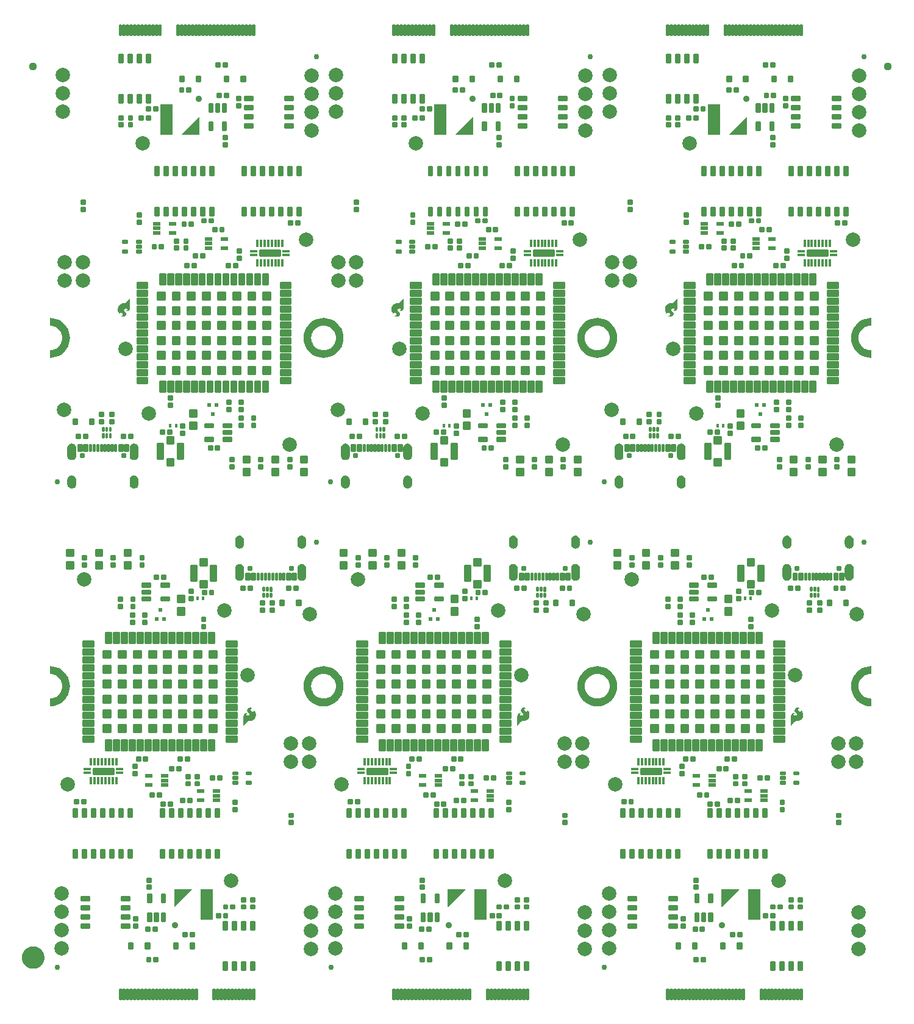
<source format=gts>
G04 EAGLE Gerber RS-274X export*
G75*
%MOMM*%
%FSLAX34Y34*%
%LPD*%
%INSoldermask Top*%
%IPPOS*%
%AMOC8*
5,1,8,0,0,1.08239X$1,22.5*%
G01*
%ADD10C,0.762000*%
%ADD11C,0.228959*%
%ADD12C,0.736600*%
%ADD13C,0.225369*%
%ADD14C,0.227100*%
%ADD15R,1.700000X4.200000*%
%ADD16C,0.428259*%
%ADD17R,1.000000X0.500000*%
%ADD18R,0.390000X1.100000*%
%ADD19R,1.100000X0.390000*%
%ADD20C,0.225938*%
%ADD21C,0.224709*%
%ADD22C,0.220859*%
%ADD23R,0.500000X0.610000*%
%ADD24R,0.400000X0.600000*%
%ADD25C,0.223409*%
%ADD26C,0.225400*%
%ADD27C,2.006600*%
%ADD28C,0.229738*%
%ADD29C,0.230578*%
%ADD30C,0.777000*%
%ADD31C,0.229969*%
%ADD32C,0.889000*%
%ADD33C,1.127000*%
%ADD34C,1.270000*%
%ADD35C,1.627000*%

G36*
X761420Y412531D02*
X761420Y412531D01*
X761429Y412535D01*
X761455Y412536D01*
X765289Y413370D01*
X765298Y413375D01*
X765324Y413380D01*
X769000Y414752D01*
X769008Y414757D01*
X769032Y414766D01*
X772476Y416647D01*
X772483Y416654D01*
X772506Y416666D01*
X775647Y419017D01*
X775653Y419025D01*
X775674Y419041D01*
X778448Y421815D01*
X778453Y421824D01*
X778471Y421842D01*
X780823Y424983D01*
X780826Y424992D01*
X780842Y425013D01*
X782722Y428457D01*
X782725Y428466D01*
X782737Y428489D01*
X784108Y432165D01*
X784109Y432175D01*
X784118Y432199D01*
X784952Y436033D01*
X784952Y436043D01*
X784958Y436069D01*
X785237Y439982D01*
X785235Y439992D01*
X785237Y440018D01*
X784958Y443931D01*
X784956Y443936D01*
X784956Y443939D01*
X784954Y443945D01*
X784952Y443967D01*
X784118Y447801D01*
X784114Y447809D01*
X784108Y447835D01*
X782737Y451511D01*
X782731Y451519D01*
X782722Y451543D01*
X780842Y454987D01*
X780835Y454994D01*
X780823Y455017D01*
X778471Y458158D01*
X778464Y458164D01*
X778448Y458185D01*
X775674Y460959D01*
X775665Y460964D01*
X775647Y460983D01*
X772506Y463334D01*
X772497Y463337D01*
X772476Y463353D01*
X769032Y465234D01*
X769023Y465236D01*
X769000Y465248D01*
X765324Y466620D01*
X765314Y466620D01*
X765289Y466630D01*
X761455Y467464D01*
X761446Y467463D01*
X761420Y467469D01*
X757507Y467749D01*
X757495Y467746D01*
X757462Y467749D01*
X753548Y467469D01*
X753539Y467465D01*
X753513Y467464D01*
X749679Y466630D01*
X749670Y466625D01*
X749645Y466620D01*
X745968Y465248D01*
X745961Y465243D01*
X745936Y465234D01*
X742492Y463353D01*
X742486Y463346D01*
X742462Y463334D01*
X739321Y460983D01*
X739316Y460975D01*
X739295Y460959D01*
X736520Y458185D01*
X736515Y458176D01*
X736497Y458158D01*
X734145Y455017D01*
X734142Y455008D01*
X734126Y454987D01*
X732246Y451543D01*
X732244Y451534D01*
X732231Y451511D01*
X730860Y447835D01*
X730859Y447825D01*
X730850Y447801D01*
X730016Y443967D01*
X730016Y443957D01*
X730011Y443931D01*
X729731Y440018D01*
X729733Y440008D01*
X729731Y439982D01*
X730011Y436069D01*
X730014Y436059D01*
X730016Y436033D01*
X730850Y432199D01*
X730854Y432191D01*
X730860Y432165D01*
X732231Y428489D01*
X732237Y428481D01*
X732246Y428457D01*
X734126Y425013D01*
X734133Y425006D01*
X734145Y424983D01*
X736497Y421842D01*
X736505Y421836D01*
X736520Y421815D01*
X739295Y419041D01*
X739303Y419036D01*
X739321Y419017D01*
X742462Y416666D01*
X742472Y416663D01*
X742492Y416647D01*
X745936Y414766D01*
X745945Y414764D01*
X745968Y414752D01*
X749645Y413380D01*
X749654Y413380D01*
X749679Y413370D01*
X753513Y412536D01*
X753522Y412537D01*
X753548Y412531D01*
X757462Y412251D01*
X757474Y412254D01*
X757507Y412251D01*
X761420Y412531D01*
G37*
G36*
X381411Y412531D02*
X381411Y412531D01*
X381420Y412535D01*
X381446Y412536D01*
X385280Y413370D01*
X385289Y413375D01*
X385314Y413380D01*
X388990Y414752D01*
X388998Y414757D01*
X389023Y414766D01*
X392466Y416647D01*
X392473Y416654D01*
X392496Y416666D01*
X395637Y419017D01*
X395643Y419025D01*
X395664Y419041D01*
X398439Y421815D01*
X398443Y421824D01*
X398462Y421842D01*
X400813Y424983D01*
X400817Y424992D01*
X400833Y425013D01*
X402713Y428457D01*
X402715Y428466D01*
X402728Y428489D01*
X404099Y432165D01*
X404100Y432175D01*
X404109Y432199D01*
X404943Y436033D01*
X404942Y436043D01*
X404948Y436069D01*
X405228Y439982D01*
X405226Y439992D01*
X405228Y440018D01*
X404948Y443931D01*
X404947Y443936D01*
X404947Y443939D01*
X404944Y443945D01*
X404943Y443967D01*
X404109Y447801D01*
X404104Y447809D01*
X404099Y447835D01*
X402728Y451511D01*
X402722Y451519D01*
X402713Y451543D01*
X400833Y454987D01*
X400826Y454994D01*
X400813Y455017D01*
X398462Y458158D01*
X398454Y458164D01*
X398439Y458185D01*
X395664Y460959D01*
X395656Y460964D01*
X395637Y460983D01*
X392496Y463334D01*
X392487Y463337D01*
X392466Y463353D01*
X389023Y465234D01*
X389013Y465236D01*
X388990Y465248D01*
X385314Y466620D01*
X385305Y466620D01*
X385280Y466630D01*
X381446Y467464D01*
X381436Y467463D01*
X381411Y467469D01*
X377497Y467749D01*
X377485Y467746D01*
X377452Y467749D01*
X373539Y467469D01*
X373529Y467465D01*
X373503Y467464D01*
X369669Y466630D01*
X369661Y466625D01*
X369635Y466620D01*
X365959Y465248D01*
X365951Y465243D01*
X365927Y465234D01*
X362483Y463353D01*
X362476Y463346D01*
X362453Y463334D01*
X359312Y460983D01*
X359306Y460975D01*
X359285Y460959D01*
X356511Y458185D01*
X356506Y458176D01*
X356487Y458158D01*
X354136Y455017D01*
X354133Y455008D01*
X354117Y454987D01*
X352236Y451543D01*
X352234Y451534D01*
X352222Y451511D01*
X350850Y447835D01*
X350850Y447825D01*
X350840Y447801D01*
X350006Y443967D01*
X350007Y443957D01*
X350001Y443931D01*
X349721Y440018D01*
X349723Y440008D01*
X349721Y439982D01*
X350001Y436069D01*
X350005Y436059D01*
X350006Y436033D01*
X350840Y432199D01*
X350845Y432191D01*
X350850Y432165D01*
X352222Y428489D01*
X352227Y428481D01*
X352236Y428457D01*
X354117Y425013D01*
X354124Y425006D01*
X354136Y424983D01*
X356487Y421842D01*
X356495Y421836D01*
X356511Y421815D01*
X359285Y419041D01*
X359294Y419036D01*
X359312Y419017D01*
X362453Y416666D01*
X362462Y416663D01*
X362483Y416647D01*
X365927Y414766D01*
X365936Y414764D01*
X365959Y414752D01*
X369635Y413380D01*
X369645Y413380D01*
X369669Y413370D01*
X373503Y412536D01*
X373513Y412537D01*
X373539Y412531D01*
X377452Y412251D01*
X377464Y412254D01*
X377497Y412251D01*
X381411Y412531D01*
G37*
G36*
X381400Y896029D02*
X381400Y896029D01*
X381409Y896032D01*
X381435Y896034D01*
X385269Y896868D01*
X385278Y896872D01*
X385304Y896878D01*
X388980Y898249D01*
X388988Y898255D01*
X389012Y898264D01*
X392456Y900144D01*
X392463Y900151D01*
X392486Y900163D01*
X395627Y902515D01*
X395633Y902523D01*
X395654Y902538D01*
X398428Y905313D01*
X398433Y905321D01*
X398451Y905339D01*
X400803Y908480D01*
X400806Y908490D01*
X400822Y908510D01*
X402702Y911954D01*
X402705Y911963D01*
X402717Y911986D01*
X404088Y915663D01*
X404089Y915672D01*
X404098Y915697D01*
X404932Y919531D01*
X404932Y919540D01*
X404938Y919566D01*
X405217Y923480D01*
X405215Y923489D01*
X405217Y923515D01*
X404938Y927429D01*
X404936Y927433D01*
X404936Y927436D01*
X404934Y927442D01*
X404932Y927464D01*
X404098Y931298D01*
X404094Y931307D01*
X404088Y931332D01*
X402717Y935008D01*
X402711Y935016D01*
X402702Y935041D01*
X400822Y938484D01*
X400815Y938491D01*
X400803Y938514D01*
X398451Y941655D01*
X398444Y941661D01*
X398428Y941682D01*
X395654Y944457D01*
X395645Y944461D01*
X395627Y944480D01*
X392486Y946831D01*
X392477Y946835D01*
X392456Y946851D01*
X389012Y948731D01*
X389003Y948733D01*
X388980Y948746D01*
X385304Y950117D01*
X385294Y950118D01*
X385269Y950127D01*
X381435Y950961D01*
X381426Y950960D01*
X381400Y950966D01*
X377487Y951246D01*
X377475Y951243D01*
X377442Y951246D01*
X373528Y950966D01*
X373519Y950963D01*
X373493Y950961D01*
X369659Y950127D01*
X369650Y950122D01*
X369625Y950117D01*
X365948Y948746D01*
X365941Y948740D01*
X365916Y948731D01*
X362472Y946851D01*
X362466Y946844D01*
X362442Y946831D01*
X359301Y944480D01*
X359296Y944472D01*
X359275Y944457D01*
X356500Y941682D01*
X356495Y941674D01*
X356477Y941655D01*
X354125Y938514D01*
X354122Y938505D01*
X354106Y938484D01*
X352226Y935041D01*
X352224Y935031D01*
X352211Y935008D01*
X350840Y931332D01*
X350839Y931323D01*
X350830Y931298D01*
X349996Y927464D01*
X349996Y927454D01*
X349991Y927429D01*
X349711Y923515D01*
X349713Y923506D01*
X349711Y923480D01*
X349991Y919566D01*
X349994Y919557D01*
X349996Y919531D01*
X350830Y915697D01*
X350834Y915688D01*
X350840Y915663D01*
X352211Y911986D01*
X352217Y911979D01*
X352226Y911954D01*
X354106Y908510D01*
X354113Y908504D01*
X354125Y908480D01*
X356477Y905339D01*
X356485Y905334D01*
X356500Y905313D01*
X359275Y902538D01*
X359283Y902533D01*
X359301Y902515D01*
X362442Y900163D01*
X362452Y900160D01*
X362472Y900144D01*
X365916Y898264D01*
X365925Y898262D01*
X365948Y898249D01*
X369625Y896878D01*
X369634Y896877D01*
X369659Y896868D01*
X373493Y896034D01*
X373502Y896034D01*
X373528Y896029D01*
X377442Y895749D01*
X377454Y895751D01*
X377487Y895749D01*
X381400Y896029D01*
G37*
G36*
X761410Y896029D02*
X761410Y896029D01*
X761419Y896032D01*
X761445Y896034D01*
X765279Y896868D01*
X765287Y896872D01*
X765313Y896878D01*
X768989Y898249D01*
X768997Y898255D01*
X769022Y898264D01*
X772465Y900144D01*
X772472Y900151D01*
X772495Y900163D01*
X775636Y902515D01*
X775642Y902523D01*
X775663Y902538D01*
X778438Y905313D01*
X778442Y905321D01*
X778461Y905339D01*
X780812Y908480D01*
X780816Y908490D01*
X780831Y908510D01*
X782712Y911954D01*
X782714Y911963D01*
X782727Y911986D01*
X784098Y915663D01*
X784098Y915672D01*
X784108Y915697D01*
X784942Y919531D01*
X784941Y919540D01*
X784947Y919566D01*
X785227Y923480D01*
X785225Y923489D01*
X785227Y923515D01*
X784947Y927429D01*
X784945Y927433D01*
X784946Y927436D01*
X784943Y927442D01*
X784942Y927464D01*
X784108Y931298D01*
X784103Y931307D01*
X784098Y931332D01*
X782727Y935008D01*
X782721Y935016D01*
X782712Y935041D01*
X780831Y938484D01*
X780825Y938491D01*
X780812Y938514D01*
X778461Y941655D01*
X778453Y941661D01*
X778438Y941682D01*
X775663Y944457D01*
X775655Y944461D01*
X775636Y944480D01*
X772495Y946831D01*
X772486Y946835D01*
X772465Y946851D01*
X769022Y948731D01*
X769012Y948733D01*
X768989Y948746D01*
X765313Y950117D01*
X765303Y950118D01*
X765279Y950127D01*
X761445Y950961D01*
X761435Y950960D01*
X761410Y950966D01*
X757496Y951246D01*
X757484Y951243D01*
X757451Y951246D01*
X753537Y950966D01*
X753528Y950963D01*
X753502Y950961D01*
X749668Y950127D01*
X749660Y950122D01*
X749634Y950117D01*
X745958Y948746D01*
X745950Y948740D01*
X745925Y948731D01*
X742482Y946851D01*
X742475Y946844D01*
X742452Y946831D01*
X739311Y944480D01*
X739305Y944472D01*
X739284Y944457D01*
X736509Y941682D01*
X736505Y941674D01*
X736486Y941655D01*
X734135Y938514D01*
X734131Y938505D01*
X734116Y938484D01*
X732235Y935041D01*
X732233Y935031D01*
X732220Y935008D01*
X730849Y931332D01*
X730849Y931323D01*
X730839Y931298D01*
X730005Y927464D01*
X730006Y927454D01*
X730000Y927429D01*
X729720Y923515D01*
X729722Y923506D01*
X729720Y923480D01*
X730000Y919566D01*
X730003Y919557D01*
X730005Y919531D01*
X730839Y915697D01*
X730844Y915688D01*
X730849Y915663D01*
X732220Y911986D01*
X732226Y911979D01*
X732235Y911954D01*
X734116Y908510D01*
X734122Y908504D01*
X734135Y908480D01*
X736486Y905339D01*
X736494Y905334D01*
X736509Y905313D01*
X739284Y902538D01*
X739292Y902533D01*
X739311Y902515D01*
X742452Y900163D01*
X742461Y900160D01*
X742482Y900144D01*
X745925Y898264D01*
X745935Y898262D01*
X745958Y898249D01*
X749634Y896878D01*
X749644Y896877D01*
X749668Y896868D01*
X753502Y896034D01*
X753512Y896034D01*
X753537Y896029D01*
X757451Y895749D01*
X757463Y895751D01*
X757496Y895749D01*
X761410Y896029D01*
G37*
%LPC*%
G36*
X754781Y422962D02*
X754781Y422962D01*
X752149Y423594D01*
X749648Y424630D01*
X747340Y426044D01*
X745282Y427802D01*
X743524Y429861D01*
X742110Y432169D01*
X741074Y434669D01*
X740442Y437302D01*
X740229Y440000D01*
X740442Y442698D01*
X741074Y445331D01*
X742110Y447831D01*
X743524Y450139D01*
X745282Y452198D01*
X747340Y453956D01*
X749648Y455370D01*
X752149Y456406D01*
X754781Y457038D01*
X757484Y457250D01*
X760187Y457038D01*
X762819Y456406D01*
X765320Y455370D01*
X767628Y453956D01*
X769686Y452198D01*
X771444Y450139D01*
X772859Y447831D01*
X773895Y445331D01*
X774526Y442698D01*
X774739Y440000D01*
X774526Y437302D01*
X773895Y434669D01*
X772859Y432169D01*
X771444Y429861D01*
X769686Y427802D01*
X767628Y426044D01*
X765320Y424630D01*
X762819Y423594D01*
X760187Y422962D01*
X757484Y422750D01*
X754781Y422962D01*
G37*
%LPD*%
%LPC*%
G36*
X374772Y422962D02*
X374772Y422962D01*
X372139Y423594D01*
X369639Y424630D01*
X367331Y426044D01*
X365272Y427802D01*
X363514Y429861D01*
X362100Y432169D01*
X361064Y434669D01*
X360432Y437302D01*
X360220Y440000D01*
X360432Y442698D01*
X361064Y445331D01*
X362100Y447831D01*
X363514Y450139D01*
X365272Y452198D01*
X367331Y453956D01*
X369639Y455370D01*
X372139Y456406D01*
X374772Y457038D01*
X377475Y457250D01*
X380178Y457038D01*
X382810Y456406D01*
X385311Y455370D01*
X387619Y453956D01*
X389677Y452198D01*
X391435Y450139D01*
X392849Y447831D01*
X393885Y445331D01*
X394517Y442698D01*
X394729Y440000D01*
X394517Y437302D01*
X393885Y434669D01*
X392849Y432169D01*
X391435Y429861D01*
X389677Y427802D01*
X387619Y426044D01*
X385311Y424630D01*
X382810Y423594D01*
X380178Y422962D01*
X377475Y422750D01*
X374772Y422962D01*
G37*
%LPD*%
%LPC*%
G36*
X374761Y906460D02*
X374761Y906460D01*
X372129Y907092D01*
X369628Y908128D01*
X367320Y909542D01*
X365262Y911300D01*
X363504Y913358D01*
X362090Y915666D01*
X361054Y918167D01*
X360422Y920799D01*
X360209Y923497D01*
X360422Y926196D01*
X361054Y928828D01*
X362090Y931329D01*
X363504Y933637D01*
X365262Y935695D01*
X367320Y937453D01*
X369628Y938867D01*
X372129Y939903D01*
X374761Y940535D01*
X377464Y940748D01*
X380167Y940535D01*
X382799Y939903D01*
X385300Y938867D01*
X387608Y937453D01*
X389666Y935695D01*
X391424Y933637D01*
X392839Y931329D01*
X393875Y928828D01*
X394506Y926196D01*
X394719Y923497D01*
X394506Y920799D01*
X393875Y918167D01*
X392839Y915666D01*
X391424Y913358D01*
X389666Y911300D01*
X387608Y909542D01*
X385300Y908128D01*
X382799Y907092D01*
X380167Y906460D01*
X377464Y906247D01*
X374761Y906460D01*
G37*
%LPD*%
%LPC*%
G36*
X754770Y906460D02*
X754770Y906460D01*
X752138Y907092D01*
X749637Y908128D01*
X747330Y909542D01*
X745271Y911300D01*
X743513Y913358D01*
X742099Y915666D01*
X741063Y918167D01*
X740431Y920799D01*
X740219Y923497D01*
X740431Y926196D01*
X741063Y928828D01*
X742099Y931329D01*
X743513Y933637D01*
X745271Y935695D01*
X747330Y937453D01*
X749637Y938867D01*
X752138Y939903D01*
X754770Y940535D01*
X757474Y940748D01*
X760177Y940535D01*
X762809Y939903D01*
X765310Y938867D01*
X767618Y937453D01*
X769676Y935695D01*
X771434Y933637D01*
X772848Y931329D01*
X773884Y928828D01*
X774516Y926196D01*
X774728Y923497D01*
X774516Y920799D01*
X773884Y918167D01*
X772848Y915666D01*
X771434Y913358D01*
X769676Y911300D01*
X767618Y909542D01*
X765310Y908128D01*
X762809Y907092D01*
X760177Y906460D01*
X757474Y906247D01*
X754770Y906460D01*
G37*
%LPD*%
G36*
X1401Y412531D02*
X1401Y412531D01*
X1411Y412535D01*
X1437Y412536D01*
X5271Y413370D01*
X5279Y413375D01*
X5305Y413380D01*
X8981Y414752D01*
X8989Y414757D01*
X9013Y414766D01*
X12457Y416647D01*
X12464Y416654D01*
X12487Y416666D01*
X15628Y419017D01*
X15634Y419025D01*
X15655Y419041D01*
X18429Y421815D01*
X18434Y421824D01*
X18453Y421842D01*
X20804Y424983D01*
X20807Y424992D01*
X20823Y425013D01*
X22704Y428457D01*
X22706Y428466D01*
X22718Y428489D01*
X24090Y432165D01*
X24090Y432175D01*
X24100Y432199D01*
X24934Y436033D01*
X24933Y436043D01*
X24939Y436069D01*
X25219Y439982D01*
X25217Y439992D01*
X25219Y440018D01*
X24939Y443931D01*
X24937Y443936D01*
X24938Y443939D01*
X24935Y443945D01*
X24934Y443967D01*
X24100Y447801D01*
X24095Y447809D01*
X24090Y447835D01*
X22718Y451511D01*
X22713Y451519D01*
X22704Y451543D01*
X20823Y454987D01*
X20816Y454994D01*
X20804Y455017D01*
X18453Y458158D01*
X18445Y458164D01*
X18429Y458185D01*
X15655Y460959D01*
X15646Y460964D01*
X15628Y460983D01*
X12487Y463334D01*
X12478Y463337D01*
X12457Y463353D01*
X9013Y465234D01*
X9004Y465236D01*
X8981Y465248D01*
X5305Y466620D01*
X5295Y466620D01*
X5271Y466630D01*
X1437Y467464D01*
X1427Y467463D01*
X1401Y467469D01*
X-2512Y467749D01*
X-2538Y467743D01*
X-2563Y467747D01*
X-2605Y467729D01*
X-2649Y467719D01*
X-2667Y467701D01*
X-2691Y467690D01*
X-2716Y467652D01*
X-2748Y467621D01*
X-2754Y467595D01*
X-2768Y467574D01*
X-2779Y467500D01*
X-2779Y457500D01*
X-2777Y457493D01*
X-2779Y457486D01*
X-2758Y457427D01*
X-2740Y457366D01*
X-2735Y457361D01*
X-2732Y457354D01*
X-2682Y457316D01*
X-2635Y457274D01*
X-2628Y457273D01*
X-2622Y457268D01*
X-2550Y457252D01*
X168Y457038D01*
X2801Y456406D01*
X5301Y455370D01*
X7609Y453956D01*
X9668Y452198D01*
X11426Y450139D01*
X12840Y447831D01*
X13876Y445331D01*
X14508Y442698D01*
X14720Y440000D01*
X14508Y437302D01*
X13876Y434669D01*
X12840Y432169D01*
X11426Y429861D01*
X9668Y427802D01*
X7609Y426044D01*
X5301Y424630D01*
X2801Y423594D01*
X168Y422962D01*
X-2550Y422748D01*
X-2556Y422746D01*
X-2563Y422747D01*
X-2621Y422721D01*
X-2680Y422699D01*
X-2685Y422693D01*
X-2691Y422690D01*
X-2726Y422637D01*
X-2764Y422587D01*
X-2764Y422580D01*
X-2768Y422574D01*
X-2779Y422500D01*
X-2779Y412500D01*
X-2772Y412475D01*
X-2774Y412449D01*
X-2753Y412409D01*
X-2740Y412366D01*
X-2720Y412349D01*
X-2708Y412326D01*
X-2669Y412304D01*
X-2635Y412274D01*
X-2609Y412270D01*
X-2586Y412257D01*
X-2512Y412251D01*
X1401Y412531D01*
G37*
G36*
X1391Y896029D02*
X1391Y896029D01*
X1400Y896032D01*
X1426Y896034D01*
X5260Y896868D01*
X5269Y896872D01*
X5294Y896878D01*
X8970Y898249D01*
X8978Y898255D01*
X9003Y898264D01*
X12446Y900144D01*
X12453Y900151D01*
X12476Y900163D01*
X15617Y902515D01*
X15623Y902523D01*
X15644Y902538D01*
X18419Y905313D01*
X18423Y905321D01*
X18442Y905339D01*
X20793Y908480D01*
X20797Y908490D01*
X20813Y908510D01*
X22693Y911954D01*
X22695Y911963D01*
X22708Y911986D01*
X24079Y915663D01*
X24080Y915672D01*
X24089Y915697D01*
X24923Y919531D01*
X24922Y919540D01*
X24928Y919566D01*
X25208Y923480D01*
X25206Y923489D01*
X25208Y923515D01*
X24928Y927429D01*
X24927Y927433D01*
X24927Y927436D01*
X24924Y927442D01*
X24923Y927464D01*
X24089Y931298D01*
X24084Y931307D01*
X24079Y931332D01*
X22708Y935008D01*
X22702Y935016D01*
X22693Y935041D01*
X20813Y938484D01*
X20806Y938491D01*
X20793Y938514D01*
X18442Y941655D01*
X18434Y941661D01*
X18419Y941682D01*
X15644Y944457D01*
X15636Y944461D01*
X15617Y944480D01*
X12476Y946831D01*
X12467Y946835D01*
X12446Y946851D01*
X9003Y948731D01*
X8993Y948733D01*
X8970Y948746D01*
X5294Y950117D01*
X5285Y950118D01*
X5260Y950127D01*
X1426Y950961D01*
X1416Y950960D01*
X1391Y950966D01*
X-2523Y951246D01*
X-2548Y951241D01*
X-2574Y951244D01*
X-2615Y951226D01*
X-2659Y951217D01*
X-2678Y951198D01*
X-2702Y951188D01*
X-2727Y951150D01*
X-2759Y951118D01*
X-2764Y951093D01*
X-2779Y951071D01*
X-2790Y950997D01*
X-2790Y940997D01*
X-2788Y940990D01*
X-2789Y940983D01*
X-2768Y940924D01*
X-2751Y940863D01*
X-2745Y940858D01*
X-2743Y940852D01*
X-2693Y940813D01*
X-2645Y940771D01*
X-2638Y940770D01*
X-2633Y940766D01*
X-2560Y940749D01*
X158Y940535D01*
X2790Y939903D01*
X5291Y938867D01*
X7599Y937453D01*
X9657Y935695D01*
X11415Y933637D01*
X12829Y931329D01*
X13865Y928828D01*
X14497Y926196D01*
X14709Y923497D01*
X14497Y920799D01*
X13865Y918167D01*
X12829Y915666D01*
X11415Y913358D01*
X9657Y911300D01*
X7599Y909542D01*
X5291Y908128D01*
X2790Y907092D01*
X158Y906460D01*
X-2560Y906246D01*
X-2567Y906243D01*
X-2574Y906244D01*
X-2632Y906219D01*
X-2691Y906196D01*
X-2695Y906191D01*
X-2702Y906188D01*
X-2737Y906135D01*
X-2774Y906084D01*
X-2775Y906077D01*
X-2779Y906071D01*
X-2790Y905997D01*
X-2790Y895997D01*
X-2783Y895972D01*
X-2785Y895946D01*
X-2763Y895907D01*
X-2751Y895863D01*
X-2731Y895846D01*
X-2719Y895823D01*
X-2679Y895801D01*
X-2645Y895771D01*
X-2620Y895767D01*
X-2597Y895755D01*
X-2523Y895749D01*
X1391Y896029D01*
G37*
G36*
X1137486Y895754D02*
X1137486Y895754D01*
X1137512Y895750D01*
X1137553Y895769D01*
X1137597Y895778D01*
X1137616Y895797D01*
X1137639Y895807D01*
X1137664Y895845D01*
X1137696Y895877D01*
X1137702Y895902D01*
X1137716Y895924D01*
X1137727Y895997D01*
X1137727Y905997D01*
X1137725Y906004D01*
X1137727Y906011D01*
X1137706Y906071D01*
X1137688Y906132D01*
X1137683Y906136D01*
X1137680Y906143D01*
X1137631Y906182D01*
X1137583Y906224D01*
X1137576Y906225D01*
X1137570Y906229D01*
X1137498Y906246D01*
X1134780Y906460D01*
X1132148Y907092D01*
X1129647Y908128D01*
X1127339Y909542D01*
X1125281Y911300D01*
X1123523Y913358D01*
X1122108Y915666D01*
X1121073Y918167D01*
X1120441Y920799D01*
X1120228Y923497D01*
X1120441Y926196D01*
X1121073Y928828D01*
X1122108Y931329D01*
X1123523Y933637D01*
X1125281Y935695D01*
X1127339Y937453D01*
X1129647Y938867D01*
X1132148Y939903D01*
X1134780Y940535D01*
X1137498Y940749D01*
X1137504Y940752D01*
X1137512Y940750D01*
X1137570Y940776D01*
X1137628Y940799D01*
X1137633Y940804D01*
X1137639Y940807D01*
X1137674Y940860D01*
X1137712Y940911D01*
X1137712Y940918D01*
X1137716Y940924D01*
X1137727Y940997D01*
X1137727Y950997D01*
X1137720Y951022D01*
X1137722Y951048D01*
X1137701Y951088D01*
X1137688Y951132D01*
X1137669Y951149D01*
X1137656Y951172D01*
X1137617Y951194D01*
X1137583Y951224D01*
X1137557Y951227D01*
X1137535Y951240D01*
X1137460Y951246D01*
X1133547Y950966D01*
X1133538Y950963D01*
X1133512Y950961D01*
X1129678Y950127D01*
X1129669Y950122D01*
X1129643Y950117D01*
X1125967Y948746D01*
X1125959Y948740D01*
X1125935Y948731D01*
X1122491Y946851D01*
X1122484Y946844D01*
X1122461Y946831D01*
X1119320Y944480D01*
X1119314Y944472D01*
X1119293Y944457D01*
X1116519Y941682D01*
X1116514Y941674D01*
X1116496Y941655D01*
X1114144Y938514D01*
X1114141Y938505D01*
X1114125Y938484D01*
X1112245Y935041D01*
X1112243Y935031D01*
X1112230Y935008D01*
X1110859Y931332D01*
X1110858Y931323D01*
X1110849Y931298D01*
X1110015Y927464D01*
X1110015Y927454D01*
X1110009Y927429D01*
X1109730Y923515D01*
X1109732Y923506D01*
X1109730Y923480D01*
X1110009Y919566D01*
X1110013Y919557D01*
X1110015Y919531D01*
X1110849Y915697D01*
X1110853Y915688D01*
X1110859Y915663D01*
X1112230Y911986D01*
X1112236Y911979D01*
X1112245Y911954D01*
X1114125Y908510D01*
X1114132Y908504D01*
X1114144Y908480D01*
X1116496Y905339D01*
X1116503Y905334D01*
X1116519Y905313D01*
X1119293Y902538D01*
X1119302Y902533D01*
X1119320Y902515D01*
X1122461Y900163D01*
X1122470Y900160D01*
X1122491Y900144D01*
X1125935Y898264D01*
X1125944Y898262D01*
X1125967Y898249D01*
X1129643Y896878D01*
X1129653Y896877D01*
X1129678Y896868D01*
X1133512Y896034D01*
X1133521Y896034D01*
X1133547Y896029D01*
X1137460Y895749D01*
X1137486Y895754D01*
G37*
G36*
X1137497Y412257D02*
X1137497Y412257D01*
X1137522Y412253D01*
X1137564Y412271D01*
X1137608Y412281D01*
X1137626Y412299D01*
X1137650Y412310D01*
X1137675Y412348D01*
X1137707Y412379D01*
X1137713Y412405D01*
X1137727Y412427D01*
X1137738Y412500D01*
X1137738Y422500D01*
X1137736Y422507D01*
X1137738Y422514D01*
X1137717Y422573D01*
X1137699Y422634D01*
X1137693Y422639D01*
X1137691Y422646D01*
X1137641Y422685D01*
X1137594Y422726D01*
X1137586Y422727D01*
X1137581Y422732D01*
X1137508Y422748D01*
X1134790Y422962D01*
X1132158Y423594D01*
X1129657Y424630D01*
X1127350Y426044D01*
X1125291Y427802D01*
X1123533Y429861D01*
X1122119Y432169D01*
X1121083Y434669D01*
X1120451Y437302D01*
X1120239Y440000D01*
X1120451Y442698D01*
X1121083Y445331D01*
X1122119Y447831D01*
X1123533Y450139D01*
X1125291Y452198D01*
X1127350Y453956D01*
X1129657Y455370D01*
X1132158Y456406D01*
X1134790Y457038D01*
X1137508Y457252D01*
X1137515Y457254D01*
X1137522Y457253D01*
X1137580Y457279D01*
X1137639Y457301D01*
X1137643Y457307D01*
X1137650Y457310D01*
X1137685Y457363D01*
X1137723Y457413D01*
X1137723Y457421D01*
X1137727Y457427D01*
X1137738Y457500D01*
X1137738Y467500D01*
X1137731Y467525D01*
X1137733Y467551D01*
X1137712Y467591D01*
X1137699Y467634D01*
X1137679Y467651D01*
X1137667Y467674D01*
X1137628Y467696D01*
X1137594Y467726D01*
X1137568Y467730D01*
X1137545Y467743D01*
X1137471Y467749D01*
X1133557Y467469D01*
X1133548Y467465D01*
X1133522Y467464D01*
X1129688Y466630D01*
X1129680Y466625D01*
X1129654Y466620D01*
X1125978Y465248D01*
X1125970Y465243D01*
X1125945Y465234D01*
X1122502Y463353D01*
X1122495Y463346D01*
X1122472Y463334D01*
X1119331Y460983D01*
X1119325Y460975D01*
X1119304Y460959D01*
X1116529Y458185D01*
X1116525Y458176D01*
X1116506Y458158D01*
X1114155Y455017D01*
X1114151Y455008D01*
X1114136Y454987D01*
X1112255Y451543D01*
X1112253Y451534D01*
X1112240Y451511D01*
X1110869Y447835D01*
X1110869Y447825D01*
X1110859Y447801D01*
X1110025Y443967D01*
X1110026Y443957D01*
X1110020Y443931D01*
X1109740Y440018D01*
X1109742Y440008D01*
X1109740Y439982D01*
X1110020Y436069D01*
X1110023Y436059D01*
X1110025Y436033D01*
X1110859Y432199D01*
X1110864Y432191D01*
X1110869Y432165D01*
X1112240Y428489D01*
X1112246Y428481D01*
X1112255Y428457D01*
X1114136Y425013D01*
X1114142Y425006D01*
X1114155Y424983D01*
X1116506Y421842D01*
X1116514Y421836D01*
X1116529Y421815D01*
X1119304Y419041D01*
X1119312Y419036D01*
X1119331Y419017D01*
X1122472Y416666D01*
X1122481Y416663D01*
X1122502Y416647D01*
X1125945Y414766D01*
X1125955Y414764D01*
X1125978Y414752D01*
X1129654Y413380D01*
X1129664Y413380D01*
X1129688Y413370D01*
X1133522Y412536D01*
X1133532Y412537D01*
X1133557Y412531D01*
X1137471Y412251D01*
X1137497Y412257D01*
G37*
G36*
X964765Y1205453D02*
X964765Y1205453D01*
X964782Y1205450D01*
X964831Y1205472D01*
X964882Y1205487D01*
X964894Y1205500D01*
X964909Y1205507D01*
X964939Y1205552D01*
X964974Y1205593D01*
X964977Y1205610D01*
X964986Y1205624D01*
X964997Y1205697D01*
X964997Y1229697D01*
X964985Y1229740D01*
X964982Y1229783D01*
X964966Y1229805D01*
X964958Y1229832D01*
X964925Y1229861D01*
X964899Y1229896D01*
X964874Y1229906D01*
X964853Y1229924D01*
X964810Y1229930D01*
X964769Y1229946D01*
X964742Y1229940D01*
X964715Y1229944D01*
X964675Y1229927D01*
X964632Y1229918D01*
X964597Y1229892D01*
X964587Y1229888D01*
X964583Y1229882D01*
X964572Y1229874D01*
X940572Y1205874D01*
X940551Y1205835D01*
X940522Y1205802D01*
X940518Y1205775D01*
X940505Y1205751D01*
X940508Y1205707D01*
X940501Y1205664D01*
X940512Y1205639D01*
X940514Y1205612D01*
X940540Y1205576D01*
X940558Y1205536D01*
X940581Y1205521D01*
X940597Y1205499D01*
X940638Y1205483D01*
X940675Y1205459D01*
X940718Y1205453D01*
X940728Y1205449D01*
X940734Y1205450D01*
X940748Y1205448D01*
X964748Y1205448D01*
X964765Y1205453D01*
G37*
G36*
X204746Y1205453D02*
X204746Y1205453D01*
X204763Y1205450D01*
X204812Y1205472D01*
X204864Y1205487D01*
X204875Y1205500D01*
X204891Y1205507D01*
X204920Y1205552D01*
X204956Y1205593D01*
X204958Y1205610D01*
X204968Y1205624D01*
X204979Y1205697D01*
X204979Y1229697D01*
X204966Y1229740D01*
X204963Y1229783D01*
X204947Y1229805D01*
X204939Y1229832D01*
X204906Y1229861D01*
X204880Y1229896D01*
X204855Y1229906D01*
X204834Y1229924D01*
X204791Y1229930D01*
X204750Y1229946D01*
X204723Y1229940D01*
X204696Y1229944D01*
X204656Y1229927D01*
X204613Y1229918D01*
X204578Y1229892D01*
X204568Y1229888D01*
X204565Y1229882D01*
X204553Y1229874D01*
X180553Y1205874D01*
X180532Y1205835D01*
X180503Y1205802D01*
X180499Y1205775D01*
X180486Y1205751D01*
X180489Y1205707D01*
X180482Y1205664D01*
X180494Y1205639D01*
X180495Y1205612D01*
X180521Y1205576D01*
X180539Y1205536D01*
X180562Y1205521D01*
X180578Y1205499D01*
X180619Y1205483D01*
X180656Y1205459D01*
X180699Y1205453D01*
X180709Y1205449D01*
X180715Y1205450D01*
X180729Y1205448D01*
X204729Y1205448D01*
X204746Y1205453D01*
G37*
G36*
X170206Y133557D02*
X170206Y133557D01*
X170233Y133553D01*
X170274Y133571D01*
X170316Y133580D01*
X170352Y133606D01*
X170361Y133610D01*
X170365Y133615D01*
X170376Y133624D01*
X194376Y157624D01*
X194397Y157662D01*
X194426Y157695D01*
X194430Y157722D01*
X194443Y157746D01*
X194440Y157790D01*
X194447Y157833D01*
X194436Y157859D01*
X194434Y157886D01*
X194408Y157921D01*
X194390Y157961D01*
X194367Y157976D01*
X194351Y157998D01*
X194310Y158014D01*
X194274Y158038D01*
X194230Y158045D01*
X194221Y158048D01*
X194214Y158047D01*
X194200Y158049D01*
X170200Y158049D01*
X170184Y158044D01*
X170167Y158047D01*
X170117Y158025D01*
X170066Y158010D01*
X170055Y157997D01*
X170039Y157990D01*
X170009Y157945D01*
X169974Y157905D01*
X169971Y157888D01*
X169962Y157874D01*
X169951Y157800D01*
X169951Y133800D01*
X169963Y133758D01*
X169966Y133714D01*
X169982Y133692D01*
X169990Y133666D01*
X170023Y133637D01*
X170049Y133602D01*
X170075Y133592D01*
X170095Y133574D01*
X170139Y133567D01*
X170179Y133552D01*
X170206Y133557D01*
G37*
G36*
X930225Y133557D02*
X930225Y133557D01*
X930252Y133553D01*
X930292Y133571D01*
X930335Y133580D01*
X930371Y133606D01*
X930380Y133610D01*
X930384Y133615D01*
X930395Y133624D01*
X954395Y157624D01*
X954416Y157662D01*
X954445Y157695D01*
X954449Y157722D01*
X954462Y157746D01*
X954459Y157790D01*
X954466Y157833D01*
X954455Y157859D01*
X954453Y157886D01*
X954427Y157921D01*
X954409Y157961D01*
X954386Y157976D01*
X954370Y157998D01*
X954329Y158014D01*
X954292Y158038D01*
X954249Y158045D01*
X954239Y158048D01*
X954233Y158047D01*
X954219Y158049D01*
X930219Y158049D01*
X930202Y158044D01*
X930185Y158047D01*
X930136Y158025D01*
X930085Y158010D01*
X930073Y157997D01*
X930058Y157990D01*
X930028Y157945D01*
X929993Y157905D01*
X929990Y157888D01*
X929981Y157874D01*
X929970Y157800D01*
X929970Y133800D01*
X929982Y133758D01*
X929985Y133714D01*
X930001Y133692D01*
X930009Y133666D01*
X930042Y133637D01*
X930068Y133602D01*
X930093Y133592D01*
X930114Y133574D01*
X930157Y133567D01*
X930198Y133552D01*
X930225Y133557D01*
G37*
G36*
X550216Y133557D02*
X550216Y133557D01*
X550243Y133553D01*
X550283Y133571D01*
X550326Y133580D01*
X550361Y133606D01*
X550371Y133610D01*
X550374Y133615D01*
X550386Y133624D01*
X574386Y157624D01*
X574407Y157662D01*
X574436Y157695D01*
X574440Y157722D01*
X574453Y157746D01*
X574450Y157790D01*
X574456Y157833D01*
X574445Y157859D01*
X574443Y157886D01*
X574417Y157921D01*
X574400Y157961D01*
X574377Y157976D01*
X574360Y157998D01*
X574320Y158014D01*
X574283Y158038D01*
X574240Y158045D01*
X574230Y158048D01*
X574224Y158047D01*
X574209Y158049D01*
X550209Y158049D01*
X550193Y158044D01*
X550176Y158047D01*
X550127Y158025D01*
X550075Y158010D01*
X550064Y157997D01*
X550048Y157990D01*
X550019Y157945D01*
X549983Y157905D01*
X549981Y157888D01*
X549971Y157874D01*
X549960Y157800D01*
X549960Y133800D01*
X549972Y133758D01*
X549975Y133714D01*
X549992Y133692D01*
X549999Y133666D01*
X550032Y133637D01*
X550058Y133602D01*
X550084Y133592D01*
X550105Y133574D01*
X550148Y133567D01*
X550189Y133552D01*
X550216Y133557D01*
G37*
G36*
X584755Y1205453D02*
X584755Y1205453D01*
X584772Y1205450D01*
X584821Y1205472D01*
X584873Y1205487D01*
X584884Y1205500D01*
X584900Y1205507D01*
X584930Y1205552D01*
X584965Y1205593D01*
X584968Y1205610D01*
X584977Y1205624D01*
X584988Y1205697D01*
X584988Y1229697D01*
X584976Y1229740D01*
X584973Y1229783D01*
X584957Y1229805D01*
X584949Y1229832D01*
X584916Y1229861D01*
X584890Y1229896D01*
X584864Y1229906D01*
X584844Y1229924D01*
X584800Y1229930D01*
X584759Y1229946D01*
X584733Y1229940D01*
X584705Y1229944D01*
X584665Y1229927D01*
X584622Y1229918D01*
X584587Y1229892D01*
X584578Y1229888D01*
X584574Y1229882D01*
X584563Y1229874D01*
X560563Y1205874D01*
X560542Y1205835D01*
X560513Y1205802D01*
X560509Y1205775D01*
X560495Y1205751D01*
X560498Y1205707D01*
X560492Y1205664D01*
X560503Y1205639D01*
X560505Y1205612D01*
X560531Y1205576D01*
X560549Y1205536D01*
X560572Y1205521D01*
X560588Y1205499D01*
X560629Y1205483D01*
X560665Y1205459D01*
X560709Y1205453D01*
X560718Y1205449D01*
X560725Y1205450D01*
X560739Y1205448D01*
X584739Y1205448D01*
X584755Y1205453D01*
G37*
G36*
X348334Y586668D02*
X348334Y586668D01*
X348339Y586673D01*
X348343Y586669D01*
X349440Y586956D01*
X349444Y586962D01*
X349449Y586959D01*
X350468Y587454D01*
X350471Y587460D01*
X350476Y587459D01*
X351379Y588143D01*
X351381Y588150D01*
X351386Y588150D01*
X352139Y588997D01*
X352139Y589004D01*
X352144Y589005D01*
X352717Y589982D01*
X352716Y589985D01*
X352717Y589986D01*
X352716Y589987D01*
X352716Y589989D01*
X352721Y589991D01*
X353092Y591062D01*
X353090Y591067D01*
X353093Y591069D01*
X353092Y591070D01*
X353094Y591071D01*
X353249Y592193D01*
X353246Y592198D01*
X353249Y592200D01*
X353249Y604200D01*
X353246Y604205D01*
X353249Y604208D01*
X353044Y605475D01*
X353038Y605481D01*
X353041Y605486D01*
X352559Y606675D01*
X352552Y606679D01*
X352554Y606685D01*
X351820Y607738D01*
X351812Y607740D01*
X351813Y607746D01*
X350863Y608609D01*
X350854Y608610D01*
X350854Y608615D01*
X349735Y609245D01*
X349727Y609244D01*
X349725Y609250D01*
X348495Y609615D01*
X348487Y609612D01*
X348484Y609617D01*
X347203Y609699D01*
X347197Y609699D01*
X345916Y609617D01*
X345910Y609611D01*
X345905Y609615D01*
X344675Y609250D01*
X344670Y609243D01*
X344665Y609245D01*
X343546Y608615D01*
X343543Y608608D01*
X343537Y608609D01*
X342587Y607746D01*
X342586Y607738D01*
X342580Y607738D01*
X341846Y606685D01*
X341846Y606677D01*
X341841Y606675D01*
X341359Y605486D01*
X341361Y605480D01*
X341357Y605477D01*
X341358Y605476D01*
X341356Y605475D01*
X341151Y604208D01*
X341154Y604203D01*
X341151Y604200D01*
X341151Y592200D01*
X341154Y592196D01*
X341151Y592193D01*
X341306Y591071D01*
X341311Y591066D01*
X341308Y591062D01*
X341679Y589991D01*
X341685Y589987D01*
X341683Y589982D01*
X342256Y589005D01*
X342262Y589002D01*
X342261Y588997D01*
X343014Y588150D01*
X343021Y588148D01*
X343021Y588143D01*
X343924Y587459D01*
X343931Y587459D01*
X343932Y587454D01*
X344951Y586959D01*
X344958Y586961D01*
X344960Y586956D01*
X346057Y586669D01*
X346063Y586672D01*
X346066Y586668D01*
X347197Y586601D01*
X347201Y586603D01*
X347203Y586601D01*
X348334Y586668D01*
G37*
G36*
X1108353Y586668D02*
X1108353Y586668D01*
X1108358Y586673D01*
X1108362Y586669D01*
X1109458Y586956D01*
X1109463Y586962D01*
X1109467Y586959D01*
X1110487Y587454D01*
X1110490Y587460D01*
X1110495Y587459D01*
X1111398Y588143D01*
X1111400Y588150D01*
X1111405Y588150D01*
X1112157Y588997D01*
X1112158Y589004D01*
X1112163Y589005D01*
X1112736Y589982D01*
X1112735Y589985D01*
X1112736Y589986D01*
X1112735Y589987D01*
X1112735Y589989D01*
X1112740Y589991D01*
X1113110Y591062D01*
X1113109Y591067D01*
X1113112Y591069D01*
X1113111Y591070D01*
X1113113Y591071D01*
X1113268Y592193D01*
X1113265Y592198D01*
X1113268Y592200D01*
X1113268Y604200D01*
X1113264Y604205D01*
X1113267Y604208D01*
X1113063Y605475D01*
X1113057Y605481D01*
X1113060Y605486D01*
X1112578Y606675D01*
X1112571Y606679D01*
X1112573Y606685D01*
X1111839Y607738D01*
X1111831Y607740D01*
X1111831Y607746D01*
X1110881Y608609D01*
X1110873Y608610D01*
X1110872Y608615D01*
X1109754Y609245D01*
X1109746Y609244D01*
X1109744Y609250D01*
X1108514Y609615D01*
X1108506Y609612D01*
X1108503Y609617D01*
X1107222Y609699D01*
X1107216Y609699D01*
X1105935Y609617D01*
X1105929Y609611D01*
X1105924Y609615D01*
X1104694Y609250D01*
X1104689Y609243D01*
X1104683Y609245D01*
X1103565Y608615D01*
X1103562Y608608D01*
X1103556Y608609D01*
X1102606Y607746D01*
X1102605Y607738D01*
X1102599Y607738D01*
X1101865Y606685D01*
X1101865Y606677D01*
X1101859Y606675D01*
X1101378Y605486D01*
X1101379Y605480D01*
X1101376Y605477D01*
X1101376Y605476D01*
X1101375Y605475D01*
X1101170Y604208D01*
X1101173Y604203D01*
X1101170Y604200D01*
X1101170Y592200D01*
X1101173Y592196D01*
X1101170Y592193D01*
X1101325Y591071D01*
X1101330Y591066D01*
X1101327Y591062D01*
X1101698Y589991D01*
X1101704Y589987D01*
X1101702Y589982D01*
X1102275Y589005D01*
X1102281Y589002D01*
X1102280Y588997D01*
X1103033Y588150D01*
X1103040Y588148D01*
X1103040Y588143D01*
X1103943Y587459D01*
X1103950Y587459D01*
X1103951Y587454D01*
X1104970Y586959D01*
X1104977Y586961D01*
X1104979Y586956D01*
X1106075Y586669D01*
X1106082Y586672D01*
X1106085Y586668D01*
X1107216Y586601D01*
X1107220Y586603D01*
X1107222Y586601D01*
X1108353Y586668D01*
G37*
G36*
X1021953Y586668D02*
X1021953Y586668D01*
X1021958Y586673D01*
X1021962Y586669D01*
X1023058Y586956D01*
X1023063Y586962D01*
X1023067Y586959D01*
X1024087Y587454D01*
X1024090Y587460D01*
X1024095Y587459D01*
X1024998Y588143D01*
X1025000Y588150D01*
X1025005Y588150D01*
X1025757Y588997D01*
X1025758Y589004D01*
X1025763Y589005D01*
X1026336Y589982D01*
X1026335Y589985D01*
X1026336Y589986D01*
X1026335Y589987D01*
X1026335Y589989D01*
X1026340Y589991D01*
X1026710Y591062D01*
X1026709Y591067D01*
X1026712Y591069D01*
X1026711Y591070D01*
X1026713Y591071D01*
X1026868Y592193D01*
X1026865Y592198D01*
X1026868Y592200D01*
X1026868Y604200D01*
X1026864Y604205D01*
X1026867Y604208D01*
X1026663Y605475D01*
X1026657Y605481D01*
X1026660Y605486D01*
X1026178Y606675D01*
X1026171Y606679D01*
X1026173Y606685D01*
X1025439Y607738D01*
X1025431Y607740D01*
X1025431Y607746D01*
X1024481Y608609D01*
X1024473Y608610D01*
X1024472Y608615D01*
X1023354Y609245D01*
X1023346Y609244D01*
X1023344Y609250D01*
X1022114Y609615D01*
X1022106Y609612D01*
X1022103Y609617D01*
X1020822Y609699D01*
X1020816Y609699D01*
X1019535Y609617D01*
X1019529Y609611D01*
X1019524Y609615D01*
X1018294Y609250D01*
X1018289Y609243D01*
X1018283Y609245D01*
X1017165Y608615D01*
X1017162Y608608D01*
X1017156Y608609D01*
X1016206Y607746D01*
X1016205Y607738D01*
X1016199Y607738D01*
X1015465Y606685D01*
X1015465Y606677D01*
X1015459Y606675D01*
X1014978Y605486D01*
X1014979Y605480D01*
X1014976Y605477D01*
X1014976Y605476D01*
X1014975Y605475D01*
X1014770Y604208D01*
X1014773Y604203D01*
X1014770Y604200D01*
X1014770Y592200D01*
X1014773Y592196D01*
X1014770Y592193D01*
X1014925Y591071D01*
X1014930Y591066D01*
X1014927Y591062D01*
X1015298Y589991D01*
X1015304Y589987D01*
X1015302Y589982D01*
X1015875Y589005D01*
X1015881Y589002D01*
X1015880Y588997D01*
X1016633Y588150D01*
X1016640Y588148D01*
X1016640Y588143D01*
X1017543Y587459D01*
X1017550Y587459D01*
X1017551Y587454D01*
X1018570Y586959D01*
X1018577Y586961D01*
X1018579Y586956D01*
X1019675Y586669D01*
X1019682Y586672D01*
X1019685Y586668D01*
X1020816Y586601D01*
X1020820Y586603D01*
X1020822Y586601D01*
X1021953Y586668D01*
G37*
G36*
X641943Y586668D02*
X641943Y586668D01*
X641949Y586673D01*
X641953Y586669D01*
X643049Y586956D01*
X643053Y586962D01*
X643058Y586959D01*
X644077Y587454D01*
X644081Y587460D01*
X644086Y587459D01*
X644989Y588143D01*
X644991Y588150D01*
X644996Y588150D01*
X645748Y588997D01*
X645749Y589004D01*
X645754Y589005D01*
X646326Y589982D01*
X646326Y589985D01*
X646326Y589986D01*
X646326Y589987D01*
X646325Y589989D01*
X646330Y589991D01*
X646701Y591062D01*
X646699Y591067D01*
X646703Y591069D01*
X646702Y591070D01*
X646703Y591071D01*
X646858Y592193D01*
X646856Y592198D01*
X646859Y592200D01*
X646859Y604200D01*
X646855Y604205D01*
X646858Y604208D01*
X646653Y605475D01*
X646647Y605481D01*
X646650Y605486D01*
X646169Y606675D01*
X646162Y606679D01*
X646164Y606685D01*
X645429Y607738D01*
X645422Y607740D01*
X645422Y607746D01*
X644472Y608609D01*
X644464Y608610D01*
X644463Y608615D01*
X643345Y609245D01*
X643337Y609244D01*
X643335Y609250D01*
X642104Y609615D01*
X642097Y609612D01*
X642093Y609617D01*
X640813Y609699D01*
X640812Y609699D01*
X640806Y609699D01*
X639525Y609617D01*
X639519Y609611D01*
X639515Y609615D01*
X638284Y609250D01*
X638279Y609243D01*
X638274Y609245D01*
X637156Y608615D01*
X637153Y608608D01*
X637147Y608609D01*
X636197Y607746D01*
X636195Y607738D01*
X636189Y607738D01*
X635455Y606685D01*
X635456Y606677D01*
X635450Y606675D01*
X634968Y605486D01*
X634970Y605480D01*
X634966Y605477D01*
X634967Y605476D01*
X634966Y605475D01*
X634761Y604208D01*
X634764Y604203D01*
X634760Y604200D01*
X634760Y592200D01*
X634763Y592196D01*
X634761Y592193D01*
X634916Y591071D01*
X634921Y591066D01*
X634918Y591062D01*
X635289Y589991D01*
X635295Y589987D01*
X635293Y589982D01*
X635865Y589005D01*
X635872Y589002D01*
X635871Y588997D01*
X636623Y588150D01*
X636630Y588148D01*
X636630Y588143D01*
X637533Y587459D01*
X637541Y587459D01*
X637542Y587454D01*
X638561Y586959D01*
X638568Y586961D01*
X638570Y586956D01*
X639666Y586669D01*
X639673Y586672D01*
X639676Y586668D01*
X640807Y586601D01*
X640810Y586603D01*
X640812Y586601D01*
X641943Y586668D01*
G37*
G36*
X728343Y586668D02*
X728343Y586668D01*
X728349Y586673D01*
X728353Y586669D01*
X729449Y586956D01*
X729453Y586962D01*
X729458Y586959D01*
X730477Y587454D01*
X730481Y587460D01*
X730486Y587459D01*
X731389Y588143D01*
X731391Y588150D01*
X731396Y588150D01*
X732148Y588997D01*
X732149Y589004D01*
X732154Y589005D01*
X732726Y589982D01*
X732726Y589985D01*
X732726Y589986D01*
X732726Y589987D01*
X732725Y589989D01*
X732730Y589991D01*
X733101Y591062D01*
X733099Y591067D01*
X733103Y591069D01*
X733102Y591070D01*
X733103Y591071D01*
X733258Y592193D01*
X733256Y592198D01*
X733259Y592200D01*
X733259Y604200D01*
X733255Y604205D01*
X733258Y604208D01*
X733053Y605475D01*
X733047Y605481D01*
X733050Y605486D01*
X732569Y606675D01*
X732562Y606679D01*
X732564Y606685D01*
X731829Y607738D01*
X731822Y607740D01*
X731822Y607746D01*
X730872Y608609D01*
X730864Y608610D01*
X730863Y608615D01*
X729745Y609245D01*
X729737Y609244D01*
X729735Y609250D01*
X728504Y609615D01*
X728497Y609612D01*
X728493Y609617D01*
X727213Y609699D01*
X727212Y609699D01*
X727206Y609699D01*
X725925Y609617D01*
X725919Y609611D01*
X725915Y609615D01*
X724684Y609250D01*
X724679Y609243D01*
X724674Y609245D01*
X723556Y608615D01*
X723553Y608608D01*
X723547Y608609D01*
X722597Y607746D01*
X722595Y607738D01*
X722589Y607738D01*
X721855Y606685D01*
X721856Y606677D01*
X721850Y606675D01*
X721368Y605486D01*
X721370Y605480D01*
X721366Y605477D01*
X721367Y605476D01*
X721366Y605475D01*
X721161Y604208D01*
X721164Y604203D01*
X721160Y604200D01*
X721160Y592200D01*
X721163Y592196D01*
X721161Y592193D01*
X721316Y591071D01*
X721321Y591066D01*
X721318Y591062D01*
X721689Y589991D01*
X721695Y589987D01*
X721693Y589982D01*
X722265Y589005D01*
X722272Y589002D01*
X722271Y588997D01*
X723023Y588150D01*
X723030Y588148D01*
X723030Y588143D01*
X723933Y587459D01*
X723941Y587459D01*
X723942Y587454D01*
X724961Y586959D01*
X724968Y586961D01*
X724970Y586956D01*
X726066Y586669D01*
X726073Y586672D01*
X726076Y586668D01*
X727207Y586601D01*
X727210Y586603D01*
X727212Y586601D01*
X728343Y586668D01*
G37*
G36*
X261934Y586668D02*
X261934Y586668D01*
X261939Y586673D01*
X261943Y586669D01*
X263040Y586956D01*
X263044Y586962D01*
X263049Y586959D01*
X264068Y587454D01*
X264071Y587460D01*
X264076Y587459D01*
X264979Y588143D01*
X264981Y588150D01*
X264986Y588150D01*
X265739Y588997D01*
X265739Y589004D01*
X265744Y589005D01*
X266317Y589982D01*
X266316Y589985D01*
X266317Y589986D01*
X266316Y589987D01*
X266316Y589989D01*
X266321Y589991D01*
X266692Y591062D01*
X266690Y591067D01*
X266693Y591069D01*
X266692Y591070D01*
X266694Y591071D01*
X266849Y592193D01*
X266846Y592198D01*
X266849Y592200D01*
X266849Y604200D01*
X266846Y604205D01*
X266849Y604208D01*
X266644Y605475D01*
X266638Y605481D01*
X266641Y605486D01*
X266159Y606675D01*
X266152Y606679D01*
X266154Y606685D01*
X265420Y607738D01*
X265412Y607740D01*
X265413Y607746D01*
X264463Y608609D01*
X264454Y608610D01*
X264454Y608615D01*
X263335Y609245D01*
X263327Y609244D01*
X263325Y609250D01*
X262095Y609615D01*
X262087Y609612D01*
X262084Y609617D01*
X260803Y609699D01*
X260797Y609699D01*
X259516Y609617D01*
X259510Y609611D01*
X259505Y609615D01*
X258275Y609250D01*
X258270Y609243D01*
X258265Y609245D01*
X257146Y608615D01*
X257143Y608608D01*
X257137Y608609D01*
X256187Y607746D01*
X256186Y607738D01*
X256180Y607738D01*
X255446Y606685D01*
X255446Y606677D01*
X255441Y606675D01*
X254959Y605486D01*
X254961Y605480D01*
X254957Y605477D01*
X254958Y605476D01*
X254956Y605475D01*
X254751Y604208D01*
X254754Y604203D01*
X254751Y604200D01*
X254751Y592200D01*
X254754Y592196D01*
X254751Y592193D01*
X254906Y591071D01*
X254911Y591066D01*
X254908Y591062D01*
X255279Y589991D01*
X255285Y589987D01*
X255283Y589982D01*
X255856Y589005D01*
X255862Y589002D01*
X255861Y588997D01*
X256614Y588150D01*
X256621Y588148D01*
X256621Y588143D01*
X257524Y587459D01*
X257531Y587459D01*
X257532Y587454D01*
X258551Y586959D01*
X258558Y586961D01*
X258560Y586956D01*
X259657Y586669D01*
X259663Y586672D01*
X259666Y586668D01*
X260797Y586601D01*
X260801Y586603D01*
X260803Y586601D01*
X261934Y586668D01*
G37*
G36*
X789032Y753881D02*
X789032Y753881D01*
X789038Y753886D01*
X789043Y753883D01*
X790273Y754248D01*
X790278Y754254D01*
X790284Y754252D01*
X791402Y754882D01*
X791405Y754890D01*
X791411Y754889D01*
X792361Y755751D01*
X792362Y755760D01*
X792368Y755760D01*
X793102Y756812D01*
X793102Y756821D01*
X793108Y756822D01*
X793589Y758012D01*
X793588Y758017D01*
X793591Y758020D01*
X793590Y758022D01*
X793592Y758023D01*
X793797Y759290D01*
X793794Y759295D01*
X793797Y759297D01*
X793797Y771297D01*
X793794Y771302D01*
X793797Y771304D01*
X793642Y772426D01*
X793637Y772432D01*
X793640Y772436D01*
X793269Y773506D01*
X793263Y773510D01*
X793265Y773515D01*
X792692Y774493D01*
X792686Y774496D01*
X792687Y774501D01*
X791934Y775348D01*
X791927Y775349D01*
X791927Y775354D01*
X791024Y776038D01*
X791017Y776038D01*
X791016Y776043D01*
X789997Y776538D01*
X789990Y776537D01*
X789988Y776542D01*
X788892Y776828D01*
X788885Y776825D01*
X788882Y776830D01*
X787751Y776897D01*
X787751Y776896D01*
X787745Y776896D01*
X787745Y776897D01*
X786614Y776830D01*
X786609Y776825D01*
X786605Y776828D01*
X785509Y776542D01*
X785504Y776536D01*
X785500Y776538D01*
X784480Y776043D01*
X784477Y776037D01*
X784472Y776038D01*
X783569Y775354D01*
X783567Y775347D01*
X783562Y775348D01*
X782810Y774501D01*
X782809Y774493D01*
X782804Y774493D01*
X782231Y773515D01*
X782232Y773512D01*
X782231Y773511D01*
X782232Y773510D01*
X782232Y773508D01*
X782227Y773506D01*
X781857Y772436D01*
X781858Y772431D01*
X781855Y772428D01*
X781856Y772427D01*
X781854Y772426D01*
X781699Y771304D01*
X781702Y771300D01*
X781699Y771297D01*
X781699Y759297D01*
X781703Y759293D01*
X781700Y759290D01*
X781904Y758023D01*
X781910Y758017D01*
X781907Y758012D01*
X782389Y756822D01*
X782396Y756818D01*
X782394Y756812D01*
X783128Y755760D01*
X783136Y755757D01*
X783136Y755751D01*
X784086Y754889D01*
X784094Y754888D01*
X784095Y754882D01*
X785213Y754252D01*
X785221Y754253D01*
X785223Y754248D01*
X786453Y753883D01*
X786461Y753885D01*
X786464Y753881D01*
X787745Y753798D01*
X787749Y753801D01*
X787751Y753798D01*
X789032Y753881D01*
G37*
G36*
X875432Y753881D02*
X875432Y753881D01*
X875438Y753886D01*
X875443Y753883D01*
X876673Y754248D01*
X876678Y754254D01*
X876684Y754252D01*
X877802Y754882D01*
X877805Y754890D01*
X877811Y754889D01*
X878761Y755751D01*
X878762Y755760D01*
X878768Y755760D01*
X879502Y756812D01*
X879502Y756821D01*
X879508Y756822D01*
X879989Y758012D01*
X879988Y758017D01*
X879991Y758020D01*
X879990Y758022D01*
X879992Y758023D01*
X880197Y759290D01*
X880194Y759295D01*
X880197Y759297D01*
X880197Y771297D01*
X880194Y771302D01*
X880197Y771304D01*
X880042Y772426D01*
X880037Y772432D01*
X880040Y772436D01*
X879669Y773506D01*
X879663Y773510D01*
X879665Y773515D01*
X879092Y774493D01*
X879086Y774496D01*
X879087Y774501D01*
X878334Y775348D01*
X878327Y775349D01*
X878327Y775354D01*
X877424Y776038D01*
X877417Y776038D01*
X877416Y776043D01*
X876397Y776538D01*
X876390Y776537D01*
X876388Y776542D01*
X875292Y776828D01*
X875285Y776825D01*
X875282Y776830D01*
X874151Y776897D01*
X874151Y776896D01*
X874145Y776896D01*
X874145Y776897D01*
X873014Y776830D01*
X873009Y776825D01*
X873005Y776828D01*
X871909Y776542D01*
X871904Y776536D01*
X871900Y776538D01*
X870880Y776043D01*
X870877Y776037D01*
X870872Y776038D01*
X869969Y775354D01*
X869967Y775347D01*
X869962Y775348D01*
X869210Y774501D01*
X869209Y774493D01*
X869204Y774493D01*
X868631Y773515D01*
X868632Y773512D01*
X868631Y773511D01*
X868632Y773510D01*
X868632Y773508D01*
X868627Y773506D01*
X868257Y772436D01*
X868258Y772431D01*
X868255Y772428D01*
X868256Y772427D01*
X868254Y772426D01*
X868099Y771304D01*
X868102Y771300D01*
X868099Y771297D01*
X868099Y759297D01*
X868103Y759293D01*
X868100Y759290D01*
X868304Y758023D01*
X868310Y758017D01*
X868307Y758012D01*
X868789Y756822D01*
X868796Y756818D01*
X868794Y756812D01*
X869528Y755760D01*
X869536Y755757D01*
X869536Y755751D01*
X870486Y754889D01*
X870494Y754888D01*
X870495Y754882D01*
X871613Y754252D01*
X871621Y754253D01*
X871623Y754248D01*
X872853Y753883D01*
X872861Y753885D01*
X872864Y753881D01*
X874145Y753798D01*
X874149Y753801D01*
X874151Y753798D01*
X875432Y753881D01*
G37*
G36*
X495423Y753881D02*
X495423Y753881D01*
X495429Y753886D01*
X495434Y753883D01*
X496664Y754248D01*
X496669Y754254D01*
X496674Y754252D01*
X497792Y754882D01*
X497796Y754890D01*
X497801Y754889D01*
X498751Y755751D01*
X498753Y755760D01*
X498759Y755760D01*
X499493Y756812D01*
X499493Y756821D01*
X499498Y756822D01*
X499980Y758012D01*
X499978Y758017D01*
X499982Y758020D01*
X499981Y758022D01*
X499983Y758023D01*
X500187Y759290D01*
X500185Y759295D01*
X500188Y759297D01*
X500188Y771297D01*
X500185Y771302D01*
X500188Y771304D01*
X500033Y772426D01*
X500028Y772432D01*
X500030Y772436D01*
X499660Y773506D01*
X499654Y773510D01*
X499656Y773515D01*
X499083Y774493D01*
X499076Y774496D01*
X499077Y774501D01*
X498325Y775348D01*
X498318Y775349D01*
X498318Y775354D01*
X497415Y776038D01*
X497408Y776038D01*
X497407Y776043D01*
X496387Y776538D01*
X496380Y776537D01*
X496378Y776542D01*
X495282Y776828D01*
X495276Y776825D01*
X495273Y776830D01*
X494142Y776897D01*
X494142Y776896D01*
X494136Y776896D01*
X494136Y776897D01*
X493005Y776830D01*
X492999Y776825D01*
X492995Y776828D01*
X491899Y776542D01*
X491895Y776536D01*
X491890Y776538D01*
X490871Y776043D01*
X490868Y776037D01*
X490863Y776038D01*
X489960Y775354D01*
X489958Y775347D01*
X489953Y775348D01*
X489200Y774501D01*
X489200Y774493D01*
X489195Y774493D01*
X488622Y773515D01*
X488622Y773512D01*
X488622Y773511D01*
X488623Y773510D01*
X488623Y773508D01*
X488618Y773506D01*
X488247Y772436D01*
X488249Y772431D01*
X488246Y772428D01*
X488246Y772427D01*
X488245Y772426D01*
X488090Y771304D01*
X488093Y771300D01*
X488090Y771297D01*
X488090Y759297D01*
X488093Y759293D01*
X488090Y759290D01*
X488295Y758023D01*
X488301Y758017D01*
X488298Y758012D01*
X488779Y756822D01*
X488786Y756818D01*
X488785Y756812D01*
X489519Y755760D01*
X489527Y755757D01*
X489526Y755751D01*
X490476Y754889D01*
X490484Y754888D01*
X490485Y754882D01*
X491603Y754252D01*
X491612Y754253D01*
X491614Y754248D01*
X492844Y753883D01*
X492852Y753885D01*
X492855Y753881D01*
X494136Y753798D01*
X494140Y753801D01*
X494142Y753798D01*
X495423Y753881D01*
G37*
G36*
X115413Y753881D02*
X115413Y753881D01*
X115420Y753886D01*
X115424Y753883D01*
X116655Y754248D01*
X116660Y754254D01*
X116665Y754252D01*
X117783Y754882D01*
X117786Y754890D01*
X117792Y754889D01*
X118742Y755751D01*
X118744Y755760D01*
X118749Y755760D01*
X119484Y756812D01*
X119483Y756821D01*
X119489Y756822D01*
X119970Y758012D01*
X119969Y758017D01*
X119973Y758020D01*
X119972Y758022D01*
X119973Y758023D01*
X120178Y759290D01*
X120175Y759295D01*
X120179Y759297D01*
X120179Y771297D01*
X120176Y771302D01*
X120178Y771304D01*
X120023Y772426D01*
X120018Y772432D01*
X120021Y772436D01*
X119650Y773506D01*
X119644Y773510D01*
X119646Y773515D01*
X119074Y774493D01*
X119067Y774496D01*
X119068Y774501D01*
X118316Y775348D01*
X118309Y775349D01*
X118309Y775354D01*
X117406Y776038D01*
X117398Y776038D01*
X117397Y776043D01*
X116378Y776538D01*
X116371Y776537D01*
X116369Y776542D01*
X115273Y776828D01*
X115266Y776825D01*
X115263Y776830D01*
X114132Y776897D01*
X114132Y776896D01*
X114127Y776896D01*
X114127Y776897D01*
X112996Y776830D01*
X112990Y776825D01*
X112986Y776828D01*
X111890Y776542D01*
X111885Y776536D01*
X111881Y776538D01*
X110862Y776043D01*
X110858Y776037D01*
X110853Y776038D01*
X109950Y775354D01*
X109948Y775347D01*
X109943Y775348D01*
X109191Y774501D01*
X109190Y774493D01*
X109185Y774493D01*
X108613Y773515D01*
X108613Y773512D01*
X108612Y773511D01*
X108613Y773510D01*
X108613Y773508D01*
X108609Y773506D01*
X108238Y772436D01*
X108240Y772431D01*
X108236Y772428D01*
X108237Y772427D01*
X108236Y772426D01*
X108081Y771304D01*
X108083Y771300D01*
X108080Y771297D01*
X108080Y759297D01*
X108084Y759293D01*
X108081Y759290D01*
X108286Y758023D01*
X108291Y758017D01*
X108288Y758012D01*
X108770Y756822D01*
X108777Y756818D01*
X108775Y756812D01*
X109509Y755760D01*
X109517Y755757D01*
X109517Y755751D01*
X110467Y754889D01*
X110475Y754888D01*
X110476Y754882D01*
X111594Y754252D01*
X111602Y754253D01*
X111604Y754248D01*
X112835Y753883D01*
X112842Y753885D01*
X112845Y753881D01*
X114126Y753798D01*
X114130Y753801D01*
X114133Y753798D01*
X115413Y753881D01*
G37*
G36*
X29013Y753881D02*
X29013Y753881D01*
X29020Y753886D01*
X29024Y753883D01*
X30255Y754248D01*
X30260Y754254D01*
X30265Y754252D01*
X31383Y754882D01*
X31386Y754890D01*
X31392Y754889D01*
X32342Y755751D01*
X32344Y755760D01*
X32349Y755760D01*
X33084Y756812D01*
X33083Y756821D01*
X33089Y756822D01*
X33570Y758012D01*
X33569Y758017D01*
X33573Y758020D01*
X33572Y758022D01*
X33573Y758023D01*
X33778Y759290D01*
X33775Y759295D01*
X33779Y759297D01*
X33779Y771297D01*
X33776Y771302D01*
X33778Y771304D01*
X33623Y772426D01*
X33618Y772432D01*
X33621Y772436D01*
X33250Y773506D01*
X33244Y773510D01*
X33246Y773515D01*
X32674Y774493D01*
X32667Y774496D01*
X32668Y774501D01*
X31916Y775348D01*
X31909Y775349D01*
X31909Y775354D01*
X31006Y776038D01*
X30998Y776038D01*
X30997Y776043D01*
X29978Y776538D01*
X29971Y776537D01*
X29969Y776542D01*
X28873Y776828D01*
X28866Y776825D01*
X28863Y776830D01*
X27732Y776897D01*
X27732Y776896D01*
X27727Y776896D01*
X27727Y776897D01*
X26596Y776830D01*
X26590Y776825D01*
X26586Y776828D01*
X25490Y776542D01*
X25485Y776536D01*
X25481Y776538D01*
X24462Y776043D01*
X24458Y776037D01*
X24453Y776038D01*
X23550Y775354D01*
X23548Y775347D01*
X23543Y775348D01*
X22791Y774501D01*
X22790Y774493D01*
X22785Y774493D01*
X22213Y773515D01*
X22213Y773512D01*
X22212Y773511D01*
X22213Y773510D01*
X22213Y773508D01*
X22209Y773506D01*
X21838Y772436D01*
X21840Y772431D01*
X21836Y772428D01*
X21837Y772427D01*
X21836Y772426D01*
X21681Y771304D01*
X21683Y771300D01*
X21680Y771297D01*
X21680Y759297D01*
X21684Y759293D01*
X21681Y759290D01*
X21886Y758023D01*
X21891Y758017D01*
X21888Y758012D01*
X22370Y756822D01*
X22377Y756818D01*
X22375Y756812D01*
X23109Y755760D01*
X23117Y755757D01*
X23117Y755751D01*
X24067Y754889D01*
X24075Y754888D01*
X24076Y754882D01*
X25194Y754252D01*
X25202Y754253D01*
X25204Y754248D01*
X26435Y753883D01*
X26442Y753885D01*
X26445Y753881D01*
X27726Y753798D01*
X27730Y753801D01*
X27733Y753798D01*
X29013Y753881D01*
G37*
G36*
X409023Y753881D02*
X409023Y753881D01*
X409029Y753886D01*
X409034Y753883D01*
X410264Y754248D01*
X410269Y754254D01*
X410274Y754252D01*
X411392Y754882D01*
X411396Y754890D01*
X411401Y754889D01*
X412351Y755751D01*
X412353Y755760D01*
X412359Y755760D01*
X413093Y756812D01*
X413093Y756821D01*
X413098Y756822D01*
X413580Y758012D01*
X413578Y758017D01*
X413582Y758020D01*
X413581Y758022D01*
X413583Y758023D01*
X413787Y759290D01*
X413785Y759295D01*
X413788Y759297D01*
X413788Y771297D01*
X413785Y771302D01*
X413788Y771304D01*
X413633Y772426D01*
X413628Y772432D01*
X413630Y772436D01*
X413260Y773506D01*
X413254Y773510D01*
X413256Y773515D01*
X412683Y774493D01*
X412676Y774496D01*
X412677Y774501D01*
X411925Y775348D01*
X411918Y775349D01*
X411918Y775354D01*
X411015Y776038D01*
X411008Y776038D01*
X411007Y776043D01*
X409987Y776538D01*
X409980Y776537D01*
X409978Y776542D01*
X408882Y776828D01*
X408876Y776825D01*
X408873Y776830D01*
X407742Y776897D01*
X407742Y776896D01*
X407736Y776896D01*
X407736Y776897D01*
X406605Y776830D01*
X406599Y776825D01*
X406595Y776828D01*
X405499Y776542D01*
X405495Y776536D01*
X405490Y776538D01*
X404471Y776043D01*
X404468Y776037D01*
X404463Y776038D01*
X403560Y775354D01*
X403558Y775347D01*
X403553Y775348D01*
X402800Y774501D01*
X402800Y774493D01*
X402795Y774493D01*
X402222Y773515D01*
X402222Y773512D01*
X402222Y773511D01*
X402223Y773510D01*
X402223Y773508D01*
X402218Y773506D01*
X401847Y772436D01*
X401849Y772431D01*
X401846Y772428D01*
X401846Y772427D01*
X401845Y772426D01*
X401690Y771304D01*
X401693Y771300D01*
X401690Y771297D01*
X401690Y759297D01*
X401693Y759293D01*
X401690Y759290D01*
X401895Y758023D01*
X401901Y758017D01*
X401898Y758012D01*
X402379Y756822D01*
X402386Y756818D01*
X402385Y756812D01*
X403119Y755760D01*
X403127Y755757D01*
X403126Y755751D01*
X404076Y754889D01*
X404084Y754888D01*
X404085Y754882D01*
X405203Y754252D01*
X405212Y754253D01*
X405214Y754248D01*
X406444Y753883D01*
X406452Y753885D01*
X406455Y753881D01*
X407736Y753798D01*
X407740Y753801D01*
X407742Y753798D01*
X409023Y753881D01*
G37*
G36*
X479544Y952922D02*
X479544Y952922D01*
X479548Y952919D01*
X480648Y953119D01*
X480655Y953127D01*
X480662Y953124D01*
X481762Y953724D01*
X481766Y953732D01*
X481772Y953731D01*
X482672Y954531D01*
X482673Y954539D01*
X482679Y954539D01*
X483179Y955239D01*
X483179Y955250D01*
X483186Y955252D01*
X483486Y956152D01*
X483485Y956154D01*
X483486Y956155D01*
X483483Y956160D01*
X483482Y956163D01*
X483488Y956167D01*
X483488Y956967D01*
X483483Y956974D01*
X483487Y956978D01*
X483287Y957878D01*
X483279Y957885D01*
X483282Y957891D01*
X482782Y958791D01*
X482775Y958794D01*
X482776Y958800D01*
X482076Y959600D01*
X481276Y960500D01*
X480581Y961294D01*
X480288Y961978D01*
X480288Y962659D01*
X480483Y963243D01*
X480873Y963731D01*
X481459Y964122D01*
X482245Y964318D01*
X483034Y964318D01*
X483525Y964220D01*
X484016Y964024D01*
X484307Y963829D01*
X484598Y963538D01*
X484793Y963148D01*
X484890Y962859D01*
X484890Y962575D01*
X484794Y962289D01*
X484601Y961999D01*
X484212Y961610D01*
X483923Y961514D01*
X483920Y961510D01*
X483917Y961511D01*
X483517Y961311D01*
X483512Y961301D01*
X483504Y961302D01*
X483404Y961202D01*
X483404Y961201D01*
X483402Y961201D01*
X483403Y961196D01*
X483396Y961143D01*
X483414Y961141D01*
X483417Y961123D01*
X483617Y961023D01*
X483633Y961026D01*
X483639Y961018D01*
X483833Y961018D01*
X484227Y960920D01*
X484235Y960923D01*
X484239Y960918D01*
X485039Y960918D01*
X485044Y960922D01*
X485047Y960919D01*
X485647Y961019D01*
X485652Y961025D01*
X485657Y961022D01*
X486657Y961422D01*
X486662Y961430D01*
X486668Y961428D01*
X487067Y961727D01*
X487564Y962025D01*
X487570Y962041D01*
X487581Y962042D01*
X487881Y962542D01*
X487881Y962545D01*
X487883Y962545D01*
X488183Y963145D01*
X488182Y963148D01*
X488184Y963149D01*
X488182Y963151D01*
X488186Y963152D01*
X488386Y963752D01*
X488383Y963759D01*
X488388Y963762D01*
X488588Y965562D01*
X488586Y965566D01*
X488588Y965567D01*
X488588Y978367D01*
X488552Y978415D01*
X488545Y978409D01*
X488539Y978417D01*
X488439Y978417D01*
X488411Y978396D01*
X488398Y978395D01*
X488201Y978099D01*
X487904Y977802D01*
X487903Y977797D01*
X487899Y977797D01*
X487601Y977400D01*
X487104Y976902D01*
X487104Y976899D01*
X487101Y976899D01*
X486602Y976300D01*
X486004Y975702D01*
X486003Y975696D01*
X485999Y975696D01*
X485501Y974999D01*
X484204Y973702D01*
X484204Y973699D01*
X484201Y973699D01*
X483704Y973103D01*
X482710Y972308D01*
X482222Y972014D01*
X481635Y971917D01*
X479739Y971917D01*
X479734Y971913D01*
X479731Y971916D01*
X478531Y971716D01*
X478528Y971713D01*
X478526Y971715D01*
X477426Y971415D01*
X477423Y971412D01*
X477421Y971413D01*
X476421Y971013D01*
X476417Y971008D01*
X476413Y971010D01*
X475413Y970410D01*
X475411Y970404D01*
X475406Y970404D01*
X474606Y969704D01*
X474606Y969702D01*
X474604Y969702D01*
X473804Y968902D01*
X473803Y968898D01*
X473800Y968898D01*
X473100Y967998D01*
X473100Y967992D01*
X473096Y967991D01*
X472096Y966191D01*
X472097Y966184D01*
X472093Y966181D01*
X472091Y966181D01*
X471591Y964381D01*
X471594Y964373D01*
X471590Y964370D01*
X471490Y962570D01*
X471495Y962563D01*
X471490Y962558D01*
X471790Y960958D01*
X471795Y960954D01*
X471792Y960951D01*
X472292Y959551D01*
X472298Y959547D01*
X472296Y959543D01*
X472996Y958343D01*
X473003Y958340D01*
X473002Y958335D01*
X473802Y957435D01*
X473815Y957432D01*
X473817Y957423D01*
X474617Y957023D01*
X474622Y957024D01*
X474626Y957020D01*
X474634Y957027D01*
X474675Y957034D01*
X474671Y957055D01*
X474688Y957067D01*
X474688Y957859D01*
X474880Y958436D01*
X475161Y958623D01*
X475447Y958718D01*
X476127Y958718D01*
X476914Y958325D01*
X477210Y958127D01*
X477609Y957828D01*
X477611Y957828D01*
X477612Y957826D01*
X477907Y957629D01*
X478198Y957338D01*
X478395Y956945D01*
X478399Y956943D01*
X478398Y956940D01*
X478593Y956647D01*
X478691Y956255D01*
X478693Y956254D01*
X478692Y956252D01*
X478787Y955967D01*
X478693Y955686D01*
X478595Y955489D01*
X478596Y955484D01*
X478592Y955483D01*
X478494Y955189D01*
X478303Y954902D01*
X477913Y954610D01*
X477523Y954414D01*
X477029Y954316D01*
X477028Y954314D01*
X477027Y954315D01*
X476633Y954217D01*
X476347Y954217D01*
X476054Y954314D01*
X476044Y954310D01*
X476039Y954317D01*
X475739Y954317D01*
X475728Y954309D01*
X475715Y954310D01*
X475713Y954297D01*
X475691Y954281D01*
X475708Y954259D01*
X475704Y954233D01*
X475804Y954133D01*
X475809Y954132D01*
X475809Y954128D01*
X476209Y953828D01*
X476216Y953828D01*
X476217Y953823D01*
X476817Y953523D01*
X476821Y953524D01*
X476822Y953521D01*
X477622Y953221D01*
X477623Y953222D01*
X477623Y953221D01*
X478523Y952921D01*
X478534Y952924D01*
X478539Y952918D01*
X479539Y952918D01*
X479544Y952922D01*
G37*
G36*
X99535Y952922D02*
X99535Y952922D01*
X99538Y952919D01*
X100638Y953119D01*
X100646Y953127D01*
X100653Y953124D01*
X101753Y953724D01*
X101756Y953732D01*
X101762Y953731D01*
X102662Y954531D01*
X102664Y954539D01*
X102669Y954539D01*
X103169Y955239D01*
X103169Y955250D01*
X103176Y955252D01*
X103476Y956152D01*
X103475Y956154D01*
X103477Y956155D01*
X103473Y956160D01*
X103472Y956163D01*
X103479Y956167D01*
X103479Y956967D01*
X103474Y956974D01*
X103477Y956978D01*
X103277Y957878D01*
X103270Y957885D01*
X103272Y957891D01*
X102772Y958791D01*
X102765Y958794D01*
X102766Y958800D01*
X102066Y959600D01*
X101266Y960500D01*
X100572Y961294D01*
X100279Y961978D01*
X100279Y962659D01*
X100473Y963243D01*
X100863Y963731D01*
X101450Y964122D01*
X102235Y964318D01*
X103025Y964318D01*
X103515Y964220D01*
X104006Y964024D01*
X104298Y963829D01*
X104589Y963538D01*
X104784Y963148D01*
X104880Y962859D01*
X104880Y962575D01*
X104785Y962289D01*
X104591Y961999D01*
X104203Y961610D01*
X103914Y961514D01*
X103911Y961510D01*
X103907Y961511D01*
X103507Y961311D01*
X103502Y961301D01*
X103495Y961302D01*
X103395Y961202D01*
X103394Y961201D01*
X103393Y961201D01*
X103394Y961196D01*
X103386Y961143D01*
X103404Y961141D01*
X103407Y961123D01*
X103607Y961023D01*
X103623Y961026D01*
X103629Y961018D01*
X103823Y961018D01*
X104217Y960920D01*
X104226Y960923D01*
X104229Y960918D01*
X105029Y960918D01*
X105034Y960922D01*
X105038Y960919D01*
X105638Y961019D01*
X105643Y961025D01*
X105648Y961022D01*
X106648Y961422D01*
X106653Y961430D01*
X106659Y961428D01*
X107057Y961727D01*
X107555Y962025D01*
X107561Y962041D01*
X107572Y962042D01*
X107872Y962542D01*
X107871Y962545D01*
X107873Y962545D01*
X108173Y963145D01*
X108173Y963148D01*
X108174Y963149D01*
X108173Y963151D01*
X108176Y963152D01*
X108376Y963752D01*
X108374Y963759D01*
X108378Y963762D01*
X108578Y965562D01*
X108576Y965566D01*
X108579Y965567D01*
X108579Y978367D01*
X108543Y978415D01*
X108535Y978409D01*
X108529Y978417D01*
X108429Y978417D01*
X108402Y978396D01*
X108388Y978395D01*
X108191Y978099D01*
X107895Y977802D01*
X107894Y977797D01*
X107890Y977797D01*
X107592Y977400D01*
X107095Y976902D01*
X107094Y976899D01*
X107092Y976899D01*
X106593Y976300D01*
X105995Y975702D01*
X105994Y975696D01*
X105989Y975696D01*
X105492Y974999D01*
X104195Y973702D01*
X104194Y973699D01*
X104192Y973699D01*
X103695Y973103D01*
X102701Y972308D01*
X102212Y972014D01*
X101625Y971917D01*
X99729Y971917D01*
X99725Y971913D01*
X99721Y971916D01*
X98521Y971716D01*
X98519Y971713D01*
X98516Y971715D01*
X97416Y971415D01*
X97414Y971412D01*
X97411Y971413D01*
X96411Y971013D01*
X96408Y971008D01*
X96404Y971010D01*
X95404Y970410D01*
X95402Y970404D01*
X95397Y970404D01*
X94597Y969704D01*
X94596Y969702D01*
X94595Y969702D01*
X93795Y968902D01*
X93794Y968898D01*
X93791Y968898D01*
X93091Y967998D01*
X93090Y967992D01*
X93086Y967991D01*
X92086Y966191D01*
X92087Y966184D01*
X92084Y966181D01*
X92082Y966181D01*
X91582Y964381D01*
X91585Y964373D01*
X91580Y964370D01*
X91480Y962570D01*
X91485Y962563D01*
X91481Y962558D01*
X91781Y960958D01*
X91785Y960954D01*
X91783Y960951D01*
X92283Y959551D01*
X92289Y959547D01*
X92287Y959543D01*
X92987Y958343D01*
X92994Y958340D01*
X92993Y958335D01*
X93793Y957435D01*
X93806Y957432D01*
X93807Y957423D01*
X94607Y957023D01*
X94613Y957024D01*
X94616Y957020D01*
X94625Y957027D01*
X94666Y957034D01*
X94662Y957055D01*
X94679Y957067D01*
X94679Y957859D01*
X94871Y958436D01*
X95151Y958623D01*
X95437Y958718D01*
X96118Y958718D01*
X96905Y958325D01*
X97201Y958127D01*
X97600Y957828D01*
X97602Y957828D01*
X97602Y957826D01*
X97898Y957629D01*
X98189Y957338D01*
X98385Y956945D01*
X98390Y956943D01*
X98388Y956940D01*
X98584Y956647D01*
X98682Y956255D01*
X98684Y956254D01*
X98683Y956252D01*
X98778Y955967D01*
X98684Y955686D01*
X98585Y955489D01*
X98586Y955484D01*
X98583Y955483D01*
X98485Y955189D01*
X98293Y954902D01*
X97903Y954610D01*
X97513Y954414D01*
X97020Y954316D01*
X97019Y954314D01*
X97017Y954315D01*
X96623Y954217D01*
X96337Y954217D01*
X96045Y954314D01*
X96034Y954310D01*
X96029Y954317D01*
X95729Y954317D01*
X95719Y954309D01*
X95705Y954310D01*
X95703Y954297D01*
X95682Y954281D01*
X95698Y954259D01*
X95695Y954233D01*
X95795Y954133D01*
X95800Y954132D01*
X95800Y954128D01*
X96200Y953828D01*
X96207Y953828D01*
X96207Y953823D01*
X96807Y953523D01*
X96811Y953524D01*
X96812Y953521D01*
X97612Y953221D01*
X97614Y953222D01*
X97614Y953221D01*
X98514Y952921D01*
X98525Y952924D01*
X98529Y952918D01*
X99529Y952918D01*
X99535Y952922D01*
G37*
G36*
X859553Y952922D02*
X859553Y952922D01*
X859557Y952919D01*
X860657Y953119D01*
X860665Y953127D01*
X860672Y953124D01*
X861772Y953724D01*
X861775Y953732D01*
X861781Y953731D01*
X862681Y954531D01*
X862683Y954539D01*
X862688Y954539D01*
X863188Y955239D01*
X863188Y955250D01*
X863195Y955252D01*
X863495Y956152D01*
X863494Y956154D01*
X863496Y956155D01*
X863492Y956160D01*
X863491Y956163D01*
X863497Y956167D01*
X863497Y956967D01*
X863493Y956974D01*
X863496Y956978D01*
X863296Y957878D01*
X863288Y957885D01*
X863291Y957891D01*
X862791Y958791D01*
X862784Y958794D01*
X862785Y958800D01*
X862085Y959600D01*
X861285Y960500D01*
X860590Y961294D01*
X860297Y961978D01*
X860297Y962659D01*
X860492Y963243D01*
X860882Y963731D01*
X861468Y964122D01*
X862254Y964318D01*
X863043Y964318D01*
X863534Y964220D01*
X864025Y964024D01*
X864317Y963829D01*
X864608Y963538D01*
X864803Y963148D01*
X864899Y962859D01*
X864899Y962575D01*
X864804Y962289D01*
X864610Y961999D01*
X864222Y961610D01*
X863933Y961514D01*
X863930Y961510D01*
X863926Y961511D01*
X863526Y961311D01*
X863521Y961301D01*
X863513Y961302D01*
X863413Y961202D01*
X863413Y961201D01*
X863412Y961201D01*
X863413Y961196D01*
X863405Y961143D01*
X863423Y961141D01*
X863426Y961123D01*
X863626Y961023D01*
X863642Y961026D01*
X863648Y961018D01*
X863842Y961018D01*
X864236Y960920D01*
X864244Y960923D01*
X864248Y960918D01*
X865048Y960918D01*
X865053Y960922D01*
X865056Y960919D01*
X865656Y961019D01*
X865662Y961025D01*
X865666Y961022D01*
X866666Y961422D01*
X866671Y961430D01*
X866678Y961428D01*
X867076Y961727D01*
X867574Y962025D01*
X867580Y962041D01*
X867590Y962042D01*
X867890Y962542D01*
X867890Y962545D01*
X867892Y962545D01*
X868192Y963145D01*
X868192Y963148D01*
X868193Y963149D01*
X868192Y963151D01*
X868195Y963152D01*
X868395Y963752D01*
X868392Y963759D01*
X868397Y963762D01*
X868597Y965562D01*
X868595Y965566D01*
X868597Y965567D01*
X868597Y978367D01*
X868562Y978415D01*
X868554Y978409D01*
X868548Y978417D01*
X868448Y978417D01*
X868420Y978396D01*
X868407Y978395D01*
X868210Y978099D01*
X867913Y977802D01*
X867913Y977797D01*
X867909Y977797D01*
X867611Y977400D01*
X867113Y976902D01*
X867113Y976899D01*
X867110Y976899D01*
X866612Y976300D01*
X866013Y975702D01*
X866013Y975696D01*
X866008Y975696D01*
X865510Y974999D01*
X864213Y973702D01*
X864213Y973699D01*
X864210Y973699D01*
X863714Y973103D01*
X862720Y972308D01*
X862231Y972014D01*
X861644Y971917D01*
X859748Y971917D01*
X859743Y971913D01*
X859740Y971916D01*
X858540Y971716D01*
X858537Y971713D01*
X858535Y971715D01*
X857435Y971415D01*
X857433Y971412D01*
X857430Y971413D01*
X856430Y971013D01*
X856427Y971008D01*
X856423Y971010D01*
X855423Y970410D01*
X855420Y970404D01*
X855416Y970404D01*
X854616Y969704D01*
X854615Y969702D01*
X854613Y969702D01*
X853813Y968902D01*
X853813Y968898D01*
X853809Y968898D01*
X853109Y967998D01*
X853109Y967992D01*
X853105Y967991D01*
X852105Y966191D01*
X852106Y966184D01*
X852103Y966181D01*
X852101Y966181D01*
X851601Y964381D01*
X851604Y964373D01*
X851599Y964370D01*
X851499Y962570D01*
X851504Y962563D01*
X851500Y962558D01*
X851800Y960958D01*
X851804Y960954D01*
X851802Y960951D01*
X852302Y959551D01*
X852308Y959547D01*
X852306Y959543D01*
X853006Y958343D01*
X853012Y958340D01*
X853011Y958335D01*
X853811Y957435D01*
X853825Y957432D01*
X853826Y957423D01*
X854626Y957023D01*
X854632Y957024D01*
X854635Y957020D01*
X854644Y957027D01*
X854685Y957034D01*
X854681Y957055D01*
X854697Y957067D01*
X854697Y957859D01*
X854890Y958436D01*
X855170Y958623D01*
X855456Y958718D01*
X856137Y958718D01*
X856924Y958325D01*
X857219Y958127D01*
X857619Y957828D01*
X857621Y957828D01*
X857621Y957826D01*
X857917Y957629D01*
X858208Y957338D01*
X858404Y956945D01*
X858408Y956943D01*
X858407Y956940D01*
X858602Y956647D01*
X858700Y956255D01*
X858703Y956254D01*
X858701Y956252D01*
X858796Y955967D01*
X858703Y955686D01*
X858604Y955489D01*
X858605Y955484D01*
X858601Y955483D01*
X858504Y955189D01*
X858312Y954902D01*
X857922Y954610D01*
X857532Y954414D01*
X857039Y954316D01*
X857037Y954314D01*
X857036Y954315D01*
X856642Y954217D01*
X856356Y954217D01*
X856064Y954314D01*
X856053Y954310D01*
X856048Y954317D01*
X855748Y954317D01*
X855737Y954309D01*
X855724Y954310D01*
X855722Y954297D01*
X855701Y954281D01*
X855717Y954259D01*
X855713Y954233D01*
X855813Y954133D01*
X855819Y954132D01*
X855819Y954128D01*
X856219Y953828D01*
X856225Y953828D01*
X856226Y953823D01*
X856826Y953523D01*
X856830Y953524D01*
X856831Y953521D01*
X857631Y953221D01*
X857632Y953222D01*
X857633Y953221D01*
X858533Y952921D01*
X858543Y952924D01*
X858548Y952918D01*
X859548Y952918D01*
X859553Y952922D01*
G37*
G36*
X646537Y385102D02*
X646537Y385102D01*
X646550Y385103D01*
X646748Y385399D01*
X647044Y385695D01*
X647045Y385700D01*
X647049Y385700D01*
X647347Y386098D01*
X647844Y386595D01*
X647845Y386599D01*
X647847Y386598D01*
X648346Y387197D01*
X648944Y387795D01*
X648945Y387801D01*
X648949Y387801D01*
X649447Y388498D01*
X650744Y389795D01*
X650745Y389799D01*
X650747Y389798D01*
X651244Y390395D01*
X652238Y391190D01*
X652727Y391483D01*
X653314Y391581D01*
X655209Y391581D01*
X655211Y391582D01*
X655215Y391582D01*
X655216Y391582D01*
X655218Y391581D01*
X656418Y391781D01*
X656420Y391784D01*
X656422Y391783D01*
X657522Y392083D01*
X657525Y392086D01*
X657528Y392084D01*
X658528Y392484D01*
X658531Y392489D01*
X658535Y392488D01*
X659535Y393088D01*
X659537Y393094D01*
X659542Y393093D01*
X660342Y393793D01*
X660342Y393795D01*
X660344Y393795D01*
X661144Y394595D01*
X661145Y394600D01*
X661148Y394600D01*
X661848Y395500D01*
X661848Y395506D01*
X661852Y395506D01*
X662852Y397306D01*
X662851Y397315D01*
X662857Y397317D01*
X663357Y399117D01*
X663354Y399124D01*
X663359Y399127D01*
X663459Y400927D01*
X663454Y400935D01*
X663458Y400939D01*
X663158Y402539D01*
X663153Y402543D01*
X663156Y402547D01*
X662656Y403947D01*
X662650Y403950D01*
X662652Y403955D01*
X661952Y405155D01*
X661945Y405158D01*
X661946Y405163D01*
X661146Y406063D01*
X661133Y406065D01*
X661131Y406074D01*
X660331Y406474D01*
X660326Y406473D01*
X660323Y406477D01*
X660314Y406471D01*
X660273Y406463D01*
X660277Y406443D01*
X660260Y406430D01*
X660260Y405638D01*
X660068Y405062D01*
X659788Y404875D01*
X659501Y404779D01*
X658821Y404779D01*
X658034Y405173D01*
X657738Y405370D01*
X657339Y405669D01*
X657337Y405669D01*
X657337Y405671D01*
X657041Y405868D01*
X656750Y406159D01*
X656553Y406552D01*
X656549Y406554D01*
X656550Y406557D01*
X656355Y406850D01*
X656257Y407242D01*
X656255Y407244D01*
X656256Y407246D01*
X656161Y407530D01*
X656255Y407811D01*
X656353Y408008D01*
X656353Y408013D01*
X656356Y408014D01*
X656454Y408308D01*
X656646Y408596D01*
X657035Y408888D01*
X657426Y409083D01*
X657919Y409182D01*
X657920Y409183D01*
X657921Y409182D01*
X658315Y409281D01*
X658601Y409281D01*
X658894Y409183D01*
X658905Y409187D01*
X658909Y409181D01*
X659209Y409181D01*
X659220Y409189D01*
X659234Y409187D01*
X659235Y409200D01*
X659257Y409217D01*
X659241Y409238D01*
X659244Y409265D01*
X659144Y409365D01*
X659139Y409366D01*
X659139Y409369D01*
X658739Y409669D01*
X658732Y409669D01*
X658731Y409674D01*
X658131Y409974D01*
X658128Y409973D01*
X658127Y409976D01*
X657327Y410276D01*
X657325Y410276D01*
X657325Y410277D01*
X656425Y410577D01*
X656414Y410573D01*
X656409Y410579D01*
X655409Y410579D01*
X655404Y410575D01*
X655401Y410578D01*
X654301Y410378D01*
X654293Y410370D01*
X654286Y410373D01*
X653186Y409773D01*
X653182Y409766D01*
X653177Y409767D01*
X652277Y408967D01*
X652275Y408959D01*
X652269Y408959D01*
X651769Y408259D01*
X651770Y408248D01*
X651763Y408246D01*
X651463Y407346D01*
X651466Y407335D01*
X651460Y407330D01*
X651460Y406530D01*
X651465Y406524D01*
X651461Y406519D01*
X651661Y405619D01*
X651669Y405613D01*
X651666Y405606D01*
X652166Y404706D01*
X652173Y404703D01*
X652172Y404698D01*
X652872Y403898D01*
X652873Y403898D01*
X652873Y403897D01*
X653673Y402997D01*
X654367Y402203D01*
X654660Y401520D01*
X654660Y400838D01*
X654466Y400254D01*
X654076Y399767D01*
X653489Y399376D01*
X652703Y399179D01*
X651914Y399179D01*
X651424Y399277D01*
X650932Y399474D01*
X650641Y399668D01*
X650350Y399959D01*
X650155Y400349D01*
X650059Y400638D01*
X650059Y400922D01*
X650154Y401208D01*
X650348Y401499D01*
X650736Y401887D01*
X651025Y401983D01*
X651028Y401988D01*
X651031Y401986D01*
X651431Y402186D01*
X651437Y402196D01*
X651444Y402195D01*
X651544Y402295D01*
X651544Y402297D01*
X651546Y402297D01*
X651545Y402301D01*
X651552Y402354D01*
X651535Y402357D01*
X651531Y402374D01*
X651331Y402474D01*
X651316Y402471D01*
X651309Y402479D01*
X651115Y402479D01*
X650721Y402578D01*
X650713Y402574D01*
X650709Y402579D01*
X649909Y402579D01*
X649905Y402576D01*
X649901Y402579D01*
X649301Y402479D01*
X649296Y402473D01*
X649291Y402476D01*
X648291Y402076D01*
X648286Y402068D01*
X648280Y402069D01*
X647882Y401771D01*
X647384Y401472D01*
X647378Y401457D01*
X647367Y401455D01*
X647067Y400955D01*
X647068Y400952D01*
X647065Y400952D01*
X646765Y400352D01*
X646766Y400347D01*
X646763Y400346D01*
X646563Y399746D01*
X646565Y399738D01*
X646560Y399735D01*
X646360Y397935D01*
X646363Y397932D01*
X646360Y397930D01*
X646360Y385130D01*
X646396Y385083D01*
X646404Y385088D01*
X646409Y385081D01*
X646509Y385081D01*
X646537Y385102D01*
G37*
G36*
X1026547Y385102D02*
X1026547Y385102D01*
X1026560Y385103D01*
X1026757Y385399D01*
X1027054Y385695D01*
X1027054Y385700D01*
X1027058Y385700D01*
X1027356Y386098D01*
X1027854Y386595D01*
X1027854Y386599D01*
X1027857Y386598D01*
X1028355Y387197D01*
X1028954Y387795D01*
X1028954Y387801D01*
X1028959Y387801D01*
X1029457Y388498D01*
X1030754Y389795D01*
X1030754Y389799D01*
X1030757Y389798D01*
X1031253Y390395D01*
X1032247Y391190D01*
X1032736Y391483D01*
X1033323Y391581D01*
X1035219Y391581D01*
X1035220Y391582D01*
X1035225Y391582D01*
X1035226Y391582D01*
X1035227Y391581D01*
X1036427Y391781D01*
X1036430Y391784D01*
X1036432Y391783D01*
X1037532Y392083D01*
X1037534Y392086D01*
X1037537Y392084D01*
X1038537Y392484D01*
X1038540Y392489D01*
X1038544Y392488D01*
X1039544Y393088D01*
X1039547Y393094D01*
X1039551Y393093D01*
X1040351Y393793D01*
X1040352Y393795D01*
X1040354Y393795D01*
X1041154Y394595D01*
X1041154Y394600D01*
X1041158Y394600D01*
X1041858Y395500D01*
X1041858Y395506D01*
X1041862Y395506D01*
X1042862Y397306D01*
X1042861Y397315D01*
X1042866Y397317D01*
X1043366Y399117D01*
X1043363Y399124D01*
X1043368Y399127D01*
X1043468Y400927D01*
X1043463Y400935D01*
X1043467Y400939D01*
X1043167Y402539D01*
X1043163Y402543D01*
X1043165Y402547D01*
X1042665Y403947D01*
X1042659Y403950D01*
X1042661Y403955D01*
X1041961Y405155D01*
X1041955Y405158D01*
X1041956Y405163D01*
X1041156Y406063D01*
X1041142Y406065D01*
X1041141Y406074D01*
X1040341Y406474D01*
X1040335Y406473D01*
X1040332Y406477D01*
X1040323Y406471D01*
X1040282Y406463D01*
X1040286Y406443D01*
X1040270Y406430D01*
X1040270Y405638D01*
X1040077Y405062D01*
X1039797Y404875D01*
X1039511Y404779D01*
X1038830Y404779D01*
X1038043Y405173D01*
X1037748Y405370D01*
X1037348Y405669D01*
X1037346Y405669D01*
X1037346Y405671D01*
X1037050Y405868D01*
X1036759Y406159D01*
X1036563Y406552D01*
X1036559Y406554D01*
X1036560Y406557D01*
X1036365Y406850D01*
X1036267Y407242D01*
X1036264Y407244D01*
X1036266Y407246D01*
X1036171Y407530D01*
X1036264Y407811D01*
X1036363Y408008D01*
X1036362Y408013D01*
X1036366Y408014D01*
X1036463Y408308D01*
X1036655Y408596D01*
X1037045Y408888D01*
X1037435Y409083D01*
X1037928Y409182D01*
X1037930Y409183D01*
X1037931Y409182D01*
X1038325Y409281D01*
X1038611Y409281D01*
X1038903Y409183D01*
X1038914Y409187D01*
X1038919Y409181D01*
X1039219Y409181D01*
X1039230Y409189D01*
X1039243Y409187D01*
X1039245Y409200D01*
X1039266Y409217D01*
X1039250Y409238D01*
X1039254Y409265D01*
X1039154Y409365D01*
X1039148Y409366D01*
X1039148Y409369D01*
X1038748Y409669D01*
X1038742Y409669D01*
X1038741Y409674D01*
X1038141Y409974D01*
X1038137Y409973D01*
X1038136Y409976D01*
X1037336Y410276D01*
X1037335Y410276D01*
X1037334Y410277D01*
X1036434Y410577D01*
X1036424Y410573D01*
X1036419Y410579D01*
X1035419Y410579D01*
X1035414Y410575D01*
X1035410Y410578D01*
X1034310Y410378D01*
X1034302Y410370D01*
X1034295Y410373D01*
X1033195Y409773D01*
X1033192Y409766D01*
X1033186Y409767D01*
X1032286Y408967D01*
X1032285Y408959D01*
X1032279Y408959D01*
X1031779Y408259D01*
X1031779Y408248D01*
X1031772Y408246D01*
X1031472Y407346D01*
X1031476Y407335D01*
X1031470Y407330D01*
X1031470Y406530D01*
X1031474Y406524D01*
X1031471Y406519D01*
X1031671Y405619D01*
X1031679Y405613D01*
X1031676Y405606D01*
X1032176Y404706D01*
X1032183Y404703D01*
X1032182Y404698D01*
X1032882Y403898D01*
X1032882Y403897D01*
X1033682Y402997D01*
X1034377Y402203D01*
X1034670Y401520D01*
X1034670Y400838D01*
X1034475Y400254D01*
X1034085Y399767D01*
X1033499Y399376D01*
X1032713Y399179D01*
X1031924Y399179D01*
X1031433Y399277D01*
X1030942Y399474D01*
X1030650Y399668D01*
X1030359Y399959D01*
X1030164Y400349D01*
X1030068Y400638D01*
X1030068Y400922D01*
X1030163Y401208D01*
X1030357Y401499D01*
X1030745Y401887D01*
X1031034Y401983D01*
X1031037Y401988D01*
X1031041Y401986D01*
X1031441Y402186D01*
X1031446Y402196D01*
X1031454Y402195D01*
X1031554Y402295D01*
X1031554Y402297D01*
X1031555Y402297D01*
X1031554Y402301D01*
X1031562Y402354D01*
X1031544Y402357D01*
X1031541Y402374D01*
X1031341Y402474D01*
X1031325Y402471D01*
X1031319Y402479D01*
X1031125Y402479D01*
X1030731Y402578D01*
X1030723Y402574D01*
X1030719Y402579D01*
X1029919Y402579D01*
X1029914Y402576D01*
X1029911Y402579D01*
X1029311Y402479D01*
X1029305Y402473D01*
X1029301Y402476D01*
X1028301Y402076D01*
X1028296Y402068D01*
X1028289Y402069D01*
X1027891Y401771D01*
X1027393Y401472D01*
X1027387Y401457D01*
X1027377Y401455D01*
X1027077Y400955D01*
X1027077Y400952D01*
X1027075Y400952D01*
X1026775Y400352D01*
X1026776Y400347D01*
X1026772Y400346D01*
X1026572Y399746D01*
X1026575Y399738D01*
X1026570Y399735D01*
X1026370Y397935D01*
X1026372Y397932D01*
X1026370Y397930D01*
X1026370Y385130D01*
X1026406Y385083D01*
X1026413Y385088D01*
X1026419Y385081D01*
X1026519Y385081D01*
X1026547Y385102D01*
G37*
G36*
X266528Y385102D02*
X266528Y385102D01*
X266541Y385103D01*
X266738Y385399D01*
X267035Y385695D01*
X267036Y385700D01*
X267039Y385700D01*
X267337Y386098D01*
X267835Y386595D01*
X267835Y386599D01*
X267838Y386598D01*
X268337Y387197D01*
X268935Y387795D01*
X268936Y387801D01*
X268940Y387801D01*
X269438Y388498D01*
X270735Y389795D01*
X270735Y389799D01*
X270738Y389798D01*
X271235Y390395D01*
X272228Y391190D01*
X272717Y391483D01*
X273304Y391581D01*
X275200Y391581D01*
X275201Y391582D01*
X275206Y391582D01*
X275207Y391582D01*
X275208Y391581D01*
X276408Y391781D01*
X276411Y391784D01*
X276413Y391783D01*
X277513Y392083D01*
X277516Y392086D01*
X277518Y392084D01*
X278518Y392484D01*
X278521Y392489D01*
X278525Y392488D01*
X279525Y393088D01*
X279528Y393094D01*
X279532Y393093D01*
X280332Y393793D01*
X280333Y393795D01*
X280335Y393795D01*
X281135Y394595D01*
X281135Y394600D01*
X281139Y394600D01*
X281839Y395500D01*
X281839Y395506D01*
X281843Y395506D01*
X282843Y397306D01*
X282842Y397315D01*
X282847Y397317D01*
X283347Y399117D01*
X283345Y399124D01*
X283349Y399127D01*
X283449Y400927D01*
X283444Y400935D01*
X283448Y400939D01*
X283148Y402539D01*
X283144Y402543D01*
X283146Y402547D01*
X282646Y403947D01*
X282641Y403950D01*
X282643Y403955D01*
X281943Y405155D01*
X281936Y405158D01*
X281937Y405163D01*
X281137Y406063D01*
X281124Y406065D01*
X281122Y406074D01*
X280322Y406474D01*
X280317Y406473D01*
X280313Y406477D01*
X280305Y406471D01*
X280264Y406463D01*
X280267Y406443D01*
X280251Y406430D01*
X280251Y405638D01*
X280059Y405062D01*
X279778Y404875D01*
X279492Y404779D01*
X278812Y404779D01*
X278025Y405173D01*
X277729Y405370D01*
X277330Y405669D01*
X277327Y405669D01*
X277327Y405671D01*
X277031Y405868D01*
X276741Y406159D01*
X276544Y406552D01*
X276540Y406554D01*
X276541Y406557D01*
X276346Y406850D01*
X276248Y407242D01*
X276246Y407244D01*
X276247Y407246D01*
X276152Y407530D01*
X276246Y407811D01*
X276344Y408008D01*
X276343Y408013D01*
X276347Y408014D01*
X276445Y408308D01*
X276636Y408596D01*
X277026Y408888D01*
X277416Y409083D01*
X277910Y409182D01*
X277911Y409183D01*
X277912Y409182D01*
X278306Y409281D01*
X278592Y409281D01*
X278884Y409183D01*
X278895Y409187D01*
X278900Y409181D01*
X279200Y409181D01*
X279211Y409189D01*
X279224Y409187D01*
X279226Y409200D01*
X279247Y409217D01*
X279231Y409238D01*
X279235Y409265D01*
X279135Y409365D01*
X279130Y409366D01*
X279130Y409369D01*
X278730Y409669D01*
X278723Y409669D01*
X278722Y409674D01*
X278122Y409974D01*
X278118Y409973D01*
X278117Y409976D01*
X277317Y410276D01*
X277316Y410276D01*
X277316Y410277D01*
X276416Y410577D01*
X276405Y410573D01*
X276400Y410579D01*
X275400Y410579D01*
X275395Y410575D01*
X275391Y410578D01*
X274291Y410378D01*
X274283Y410370D01*
X274276Y410373D01*
X273176Y409773D01*
X273173Y409766D01*
X273167Y409767D01*
X272267Y408967D01*
X272266Y408959D01*
X272260Y408959D01*
X271760Y408259D01*
X271760Y408248D01*
X271753Y408246D01*
X271453Y407346D01*
X271457Y407335D01*
X271451Y407330D01*
X271451Y406530D01*
X271456Y406524D01*
X271452Y406519D01*
X271652Y405619D01*
X271660Y405613D01*
X271657Y405606D01*
X272157Y404706D01*
X272164Y404703D01*
X272163Y404698D01*
X272863Y403898D01*
X272863Y403897D01*
X273663Y402997D01*
X274358Y402203D01*
X274651Y401520D01*
X274651Y400838D01*
X274456Y400254D01*
X274066Y399767D01*
X273480Y399376D01*
X272694Y399179D01*
X271905Y399179D01*
X271414Y399277D01*
X270923Y399474D01*
X270631Y399668D01*
X270341Y399959D01*
X270146Y400349D01*
X270049Y400638D01*
X270049Y400922D01*
X270145Y401208D01*
X270338Y401499D01*
X270727Y401887D01*
X271016Y401983D01*
X271019Y401988D01*
X271022Y401986D01*
X271422Y402186D01*
X271427Y402196D01*
X271435Y402195D01*
X271535Y402295D01*
X271535Y402297D01*
X271536Y402297D01*
X271536Y402301D01*
X271543Y402354D01*
X271525Y402357D01*
X271522Y402374D01*
X271322Y402474D01*
X271306Y402471D01*
X271300Y402479D01*
X271106Y402479D01*
X270712Y402578D01*
X270704Y402574D01*
X270700Y402579D01*
X269900Y402579D01*
X269895Y402576D01*
X269892Y402579D01*
X269292Y402479D01*
X269286Y402473D01*
X269282Y402476D01*
X268282Y402076D01*
X268277Y402068D01*
X268270Y402069D01*
X267872Y401771D01*
X267375Y401472D01*
X267368Y401457D01*
X267358Y401455D01*
X267058Y400955D01*
X267058Y400952D01*
X267056Y400952D01*
X266756Y400352D01*
X266757Y400347D01*
X266753Y400346D01*
X266553Y399746D01*
X266556Y399738D01*
X266551Y399735D01*
X266351Y397935D01*
X266353Y397932D01*
X266351Y397930D01*
X266351Y385130D01*
X266387Y385083D01*
X266394Y385088D01*
X266400Y385081D01*
X266500Y385081D01*
X266528Y385102D01*
G37*
G36*
X28900Y714608D02*
X28900Y714608D01*
X28906Y714613D01*
X28910Y714610D01*
X30032Y714945D01*
X30036Y714951D01*
X30041Y714949D01*
X31076Y715497D01*
X31079Y715504D01*
X31084Y715502D01*
X31993Y716242D01*
X31995Y716249D01*
X32000Y716248D01*
X32747Y717151D01*
X32747Y717158D01*
X32752Y717159D01*
X33308Y718189D01*
X33307Y718197D01*
X33312Y718198D01*
X33657Y719318D01*
X33654Y719325D01*
X33659Y719327D01*
X33778Y720492D01*
X33776Y720496D01*
X33779Y720497D01*
X33779Y726497D01*
X33777Y726500D01*
X33778Y726502D01*
X33668Y727678D01*
X33663Y727683D01*
X33666Y727687D01*
X33328Y728819D01*
X33322Y728823D01*
X33324Y728828D01*
X32771Y729872D01*
X32765Y729875D01*
X32766Y729880D01*
X32021Y730796D01*
X32014Y730798D01*
X32014Y730803D01*
X31104Y731556D01*
X31097Y731556D01*
X31096Y731561D01*
X30057Y732123D01*
X30049Y732121D01*
X30048Y732126D01*
X28919Y732474D01*
X28912Y732471D01*
X28909Y732476D01*
X27734Y732596D01*
X27728Y732592D01*
X27724Y732596D01*
X26384Y732440D01*
X26378Y732434D01*
X26373Y732437D01*
X25101Y731986D01*
X25097Y731979D01*
X25091Y731982D01*
X23952Y731259D01*
X23949Y731251D01*
X23943Y731252D01*
X22993Y730294D01*
X22992Y730286D01*
X22986Y730285D01*
X22273Y729140D01*
X22274Y729132D01*
X22269Y729130D01*
X21828Y727855D01*
X21831Y727847D01*
X21826Y727844D01*
X21680Y726503D01*
X21683Y726499D01*
X21680Y726497D01*
X21680Y720497D01*
X21683Y720494D01*
X21681Y720492D01*
X21836Y719163D01*
X21842Y719157D01*
X21838Y719152D01*
X22286Y717891D01*
X22292Y717886D01*
X22290Y717881D01*
X23007Y716751D01*
X23015Y716748D01*
X23014Y716743D01*
X23964Y715800D01*
X23972Y715799D01*
X23973Y715794D01*
X25108Y715086D01*
X25117Y715087D01*
X25118Y715082D01*
X26383Y714645D01*
X26388Y714647D01*
X26389Y714646D01*
X26392Y714646D01*
X26394Y714643D01*
X27724Y714498D01*
X27730Y714502D01*
X27734Y714498D01*
X28900Y714608D01*
G37*
G36*
X788919Y714608D02*
X788919Y714608D01*
X788924Y714613D01*
X788928Y714610D01*
X790051Y714945D01*
X790055Y714951D01*
X790060Y714949D01*
X791095Y715497D01*
X791098Y715504D01*
X791103Y715502D01*
X792012Y716242D01*
X792013Y716249D01*
X792018Y716248D01*
X792765Y717151D01*
X792766Y717158D01*
X792771Y717159D01*
X793327Y718189D01*
X793326Y718197D01*
X793331Y718198D01*
X793676Y719318D01*
X793673Y719325D01*
X793678Y719327D01*
X793797Y720492D01*
X793795Y720496D01*
X793797Y720497D01*
X793797Y726497D01*
X793795Y726500D01*
X793797Y726502D01*
X793686Y727678D01*
X793681Y727683D01*
X793684Y727687D01*
X793346Y728819D01*
X793340Y728823D01*
X793343Y728828D01*
X792790Y729872D01*
X792784Y729875D01*
X792785Y729880D01*
X792039Y730796D01*
X792032Y730798D01*
X792033Y730803D01*
X791123Y731556D01*
X791115Y731556D01*
X791115Y731561D01*
X790075Y732123D01*
X790068Y732121D01*
X790066Y732126D01*
X788938Y732474D01*
X788931Y732471D01*
X788928Y732476D01*
X787753Y732596D01*
X787746Y732592D01*
X787742Y732596D01*
X786402Y732440D01*
X786397Y732434D01*
X786392Y732437D01*
X785120Y731986D01*
X785116Y731979D01*
X785110Y731982D01*
X783971Y731259D01*
X783968Y731251D01*
X783962Y731252D01*
X783012Y730294D01*
X783011Y730286D01*
X783005Y730285D01*
X782292Y729140D01*
X782293Y729132D01*
X782287Y729130D01*
X781847Y727855D01*
X781850Y727847D01*
X781845Y727844D01*
X781699Y726503D01*
X781701Y726499D01*
X781699Y726497D01*
X781699Y720497D01*
X781702Y720494D01*
X781699Y720492D01*
X781855Y719163D01*
X781860Y719157D01*
X781857Y719152D01*
X782304Y717891D01*
X782311Y717886D01*
X782309Y717881D01*
X783026Y716751D01*
X783033Y716748D01*
X783033Y716743D01*
X783983Y715800D01*
X783991Y715799D01*
X783991Y715794D01*
X785127Y715086D01*
X785135Y715087D01*
X785137Y715082D01*
X786402Y714645D01*
X786407Y714647D01*
X786408Y714646D01*
X786411Y714646D01*
X786413Y714643D01*
X787743Y714498D01*
X787749Y714502D01*
X787753Y714498D01*
X788919Y714608D01*
G37*
G36*
X495310Y714608D02*
X495310Y714608D01*
X495315Y714613D01*
X495319Y714610D01*
X496441Y714945D01*
X496446Y714951D01*
X496450Y714949D01*
X497486Y715497D01*
X497489Y715504D01*
X497494Y715502D01*
X498402Y716242D01*
X498404Y716249D01*
X498409Y716248D01*
X499156Y717151D01*
X499156Y717158D01*
X499161Y717159D01*
X499718Y718189D01*
X499717Y718197D01*
X499722Y718198D01*
X500066Y719318D01*
X500064Y719325D01*
X500068Y719327D01*
X500188Y720492D01*
X500186Y720496D01*
X500188Y720497D01*
X500188Y726497D01*
X500186Y726500D01*
X500188Y726502D01*
X500077Y727678D01*
X500072Y727683D01*
X500075Y727687D01*
X499737Y728819D01*
X499731Y728823D01*
X499733Y728828D01*
X499181Y729872D01*
X499174Y729875D01*
X499176Y729880D01*
X498430Y730796D01*
X498423Y730798D01*
X498423Y730803D01*
X497513Y731556D01*
X497506Y731556D01*
X497505Y731561D01*
X496466Y732123D01*
X496459Y732121D01*
X496457Y732126D01*
X495328Y732474D01*
X495321Y732471D01*
X495319Y732476D01*
X494144Y732596D01*
X494137Y732592D01*
X494133Y732596D01*
X492793Y732440D01*
X492787Y732434D01*
X492782Y732437D01*
X491511Y731986D01*
X491506Y731979D01*
X491501Y731982D01*
X490361Y731259D01*
X490359Y731251D01*
X490353Y731252D01*
X489403Y730294D01*
X489402Y730286D01*
X489396Y730285D01*
X488683Y729140D01*
X488684Y729132D01*
X488678Y729130D01*
X488238Y727855D01*
X488240Y727847D01*
X488235Y727844D01*
X488090Y726503D01*
X488092Y726499D01*
X488090Y726497D01*
X488090Y720497D01*
X488092Y720494D01*
X488090Y720492D01*
X488245Y719163D01*
X488251Y719157D01*
X488248Y719152D01*
X488695Y717891D01*
X488702Y717886D01*
X488700Y717881D01*
X489416Y716751D01*
X489424Y716748D01*
X489423Y716743D01*
X490373Y715800D01*
X490381Y715799D01*
X490382Y715794D01*
X491518Y715086D01*
X491526Y715087D01*
X491528Y715082D01*
X492793Y714645D01*
X492798Y714647D01*
X492799Y714646D01*
X492801Y714646D01*
X492803Y714643D01*
X494134Y714498D01*
X494140Y714502D01*
X494143Y714498D01*
X495310Y714608D01*
G37*
G36*
X115300Y714608D02*
X115300Y714608D01*
X115306Y714613D01*
X115310Y714610D01*
X116432Y714945D01*
X116436Y714951D01*
X116441Y714949D01*
X117476Y715497D01*
X117479Y715504D01*
X117484Y715502D01*
X118393Y716242D01*
X118395Y716249D01*
X118400Y716248D01*
X119147Y717151D01*
X119147Y717158D01*
X119152Y717159D01*
X119708Y718189D01*
X119707Y718197D01*
X119712Y718198D01*
X120057Y719318D01*
X120054Y719325D01*
X120059Y719327D01*
X120178Y720492D01*
X120176Y720496D01*
X120179Y720497D01*
X120179Y726497D01*
X120177Y726500D01*
X120178Y726502D01*
X120068Y727678D01*
X120063Y727683D01*
X120066Y727687D01*
X119728Y728819D01*
X119722Y728823D01*
X119724Y728828D01*
X119171Y729872D01*
X119165Y729875D01*
X119166Y729880D01*
X118421Y730796D01*
X118414Y730798D01*
X118414Y730803D01*
X117504Y731556D01*
X117497Y731556D01*
X117496Y731561D01*
X116457Y732123D01*
X116449Y732121D01*
X116448Y732126D01*
X115319Y732474D01*
X115312Y732471D01*
X115309Y732476D01*
X114134Y732596D01*
X114128Y732592D01*
X114124Y732596D01*
X112784Y732440D01*
X112778Y732434D01*
X112773Y732437D01*
X111501Y731986D01*
X111497Y731979D01*
X111491Y731982D01*
X110352Y731259D01*
X110349Y731251D01*
X110343Y731252D01*
X109393Y730294D01*
X109392Y730286D01*
X109386Y730285D01*
X108673Y729140D01*
X108674Y729132D01*
X108669Y729130D01*
X108228Y727855D01*
X108231Y727847D01*
X108226Y727844D01*
X108080Y726503D01*
X108083Y726499D01*
X108080Y726497D01*
X108080Y720497D01*
X108083Y720494D01*
X108081Y720492D01*
X108236Y719163D01*
X108242Y719157D01*
X108238Y719152D01*
X108686Y717891D01*
X108692Y717886D01*
X108690Y717881D01*
X109407Y716751D01*
X109415Y716748D01*
X109414Y716743D01*
X110364Y715800D01*
X110372Y715799D01*
X110373Y715794D01*
X111508Y715086D01*
X111517Y715087D01*
X111518Y715082D01*
X112783Y714645D01*
X112788Y714647D01*
X112789Y714646D01*
X112792Y714646D01*
X112794Y714643D01*
X114124Y714498D01*
X114130Y714502D01*
X114134Y714498D01*
X115300Y714608D01*
G37*
G36*
X875319Y714608D02*
X875319Y714608D01*
X875324Y714613D01*
X875328Y714610D01*
X876451Y714945D01*
X876455Y714951D01*
X876460Y714949D01*
X877495Y715497D01*
X877498Y715504D01*
X877503Y715502D01*
X878412Y716242D01*
X878413Y716249D01*
X878418Y716248D01*
X879165Y717151D01*
X879166Y717158D01*
X879171Y717159D01*
X879727Y718189D01*
X879726Y718197D01*
X879731Y718198D01*
X880076Y719318D01*
X880073Y719325D01*
X880078Y719327D01*
X880197Y720492D01*
X880195Y720496D01*
X880197Y720497D01*
X880197Y726497D01*
X880195Y726500D01*
X880197Y726502D01*
X880086Y727678D01*
X880081Y727683D01*
X880084Y727687D01*
X879746Y728819D01*
X879740Y728823D01*
X879743Y728828D01*
X879190Y729872D01*
X879184Y729875D01*
X879185Y729880D01*
X878439Y730796D01*
X878432Y730798D01*
X878433Y730803D01*
X877523Y731556D01*
X877515Y731556D01*
X877515Y731561D01*
X876475Y732123D01*
X876468Y732121D01*
X876466Y732126D01*
X875338Y732474D01*
X875331Y732471D01*
X875328Y732476D01*
X874153Y732596D01*
X874146Y732592D01*
X874142Y732596D01*
X872802Y732440D01*
X872797Y732434D01*
X872792Y732437D01*
X871520Y731986D01*
X871516Y731979D01*
X871510Y731982D01*
X870371Y731259D01*
X870368Y731251D01*
X870362Y731252D01*
X869412Y730294D01*
X869411Y730286D01*
X869405Y730285D01*
X868692Y729140D01*
X868693Y729132D01*
X868687Y729130D01*
X868247Y727855D01*
X868250Y727847D01*
X868245Y727844D01*
X868099Y726503D01*
X868101Y726499D01*
X868099Y726497D01*
X868099Y720497D01*
X868102Y720494D01*
X868099Y720492D01*
X868255Y719163D01*
X868260Y719157D01*
X868257Y719152D01*
X868704Y717891D01*
X868711Y717886D01*
X868709Y717881D01*
X869426Y716751D01*
X869433Y716748D01*
X869433Y716743D01*
X870383Y715800D01*
X870391Y715799D01*
X870391Y715794D01*
X871527Y715086D01*
X871535Y715087D01*
X871537Y715082D01*
X872802Y714645D01*
X872807Y714647D01*
X872808Y714646D01*
X872811Y714646D01*
X872813Y714643D01*
X874143Y714498D01*
X874149Y714502D01*
X874153Y714498D01*
X875319Y714608D01*
G37*
G36*
X408910Y714608D02*
X408910Y714608D01*
X408915Y714613D01*
X408919Y714610D01*
X410041Y714945D01*
X410046Y714951D01*
X410050Y714949D01*
X411086Y715497D01*
X411089Y715504D01*
X411094Y715502D01*
X412002Y716242D01*
X412004Y716249D01*
X412009Y716248D01*
X412756Y717151D01*
X412756Y717158D01*
X412761Y717159D01*
X413318Y718189D01*
X413317Y718197D01*
X413322Y718198D01*
X413666Y719318D01*
X413664Y719325D01*
X413668Y719327D01*
X413788Y720492D01*
X413786Y720496D01*
X413788Y720497D01*
X413788Y726497D01*
X413786Y726500D01*
X413788Y726502D01*
X413677Y727678D01*
X413672Y727683D01*
X413675Y727687D01*
X413337Y728819D01*
X413331Y728823D01*
X413333Y728828D01*
X412781Y729872D01*
X412774Y729875D01*
X412776Y729880D01*
X412030Y730796D01*
X412023Y730798D01*
X412023Y730803D01*
X411113Y731556D01*
X411106Y731556D01*
X411105Y731561D01*
X410066Y732123D01*
X410059Y732121D01*
X410057Y732126D01*
X408928Y732474D01*
X408921Y732471D01*
X408919Y732476D01*
X407744Y732596D01*
X407737Y732592D01*
X407733Y732596D01*
X406393Y732440D01*
X406387Y732434D01*
X406382Y732437D01*
X405111Y731986D01*
X405106Y731979D01*
X405101Y731982D01*
X403961Y731259D01*
X403959Y731251D01*
X403953Y731252D01*
X403003Y730294D01*
X403002Y730286D01*
X402996Y730285D01*
X402283Y729140D01*
X402284Y729132D01*
X402278Y729130D01*
X401838Y727855D01*
X401840Y727847D01*
X401835Y727844D01*
X401690Y726503D01*
X401692Y726499D01*
X401690Y726497D01*
X401690Y720497D01*
X401692Y720494D01*
X401690Y720492D01*
X401845Y719163D01*
X401851Y719157D01*
X401848Y719152D01*
X402295Y717891D01*
X402302Y717886D01*
X402300Y717881D01*
X403016Y716751D01*
X403024Y716748D01*
X403023Y716743D01*
X403973Y715800D01*
X403981Y715799D01*
X403982Y715794D01*
X405118Y715086D01*
X405126Y715087D01*
X405128Y715082D01*
X406393Y714645D01*
X406398Y714647D01*
X406399Y714646D01*
X406401Y714646D01*
X406403Y714643D01*
X407734Y714498D01*
X407740Y714502D01*
X407743Y714498D01*
X408910Y714608D01*
G37*
G36*
X727211Y630905D02*
X727211Y630905D01*
X727215Y630901D01*
X728555Y631058D01*
X728561Y631063D01*
X728566Y631060D01*
X729838Y631511D01*
X729842Y631518D01*
X729847Y631516D01*
X730987Y632238D01*
X730990Y632246D01*
X730995Y632245D01*
X731946Y633203D01*
X731947Y633211D01*
X731952Y633212D01*
X732665Y634357D01*
X732665Y634366D01*
X732670Y634367D01*
X733110Y635643D01*
X733108Y635650D01*
X733113Y635653D01*
X733258Y636995D01*
X733256Y636998D01*
X733259Y637000D01*
X733259Y643000D01*
X733256Y643004D01*
X733258Y643006D01*
X733103Y644335D01*
X733097Y644341D01*
X733100Y644345D01*
X732653Y645606D01*
X732646Y645611D01*
X732648Y645616D01*
X731932Y646746D01*
X731924Y646749D01*
X731925Y646755D01*
X730975Y647697D01*
X730967Y647698D01*
X730966Y647704D01*
X729830Y648411D01*
X729822Y648410D01*
X729820Y648416D01*
X728556Y648852D01*
X728548Y648850D01*
X728545Y648855D01*
X727215Y648999D01*
X727208Y648995D01*
X727205Y648999D01*
X726039Y648889D01*
X726033Y648884D01*
X726029Y648887D01*
X724907Y648552D01*
X724903Y648546D01*
X724898Y648548D01*
X723863Y648000D01*
X723860Y647994D01*
X723855Y647995D01*
X722946Y647256D01*
X722944Y647249D01*
X722939Y647249D01*
X722192Y646347D01*
X722192Y646340D01*
X722187Y646339D01*
X721630Y645308D01*
X721632Y645301D01*
X721627Y645299D01*
X721282Y644180D01*
X721285Y644173D01*
X721280Y644170D01*
X721160Y643005D01*
X721162Y643002D01*
X721160Y643000D01*
X721160Y637000D01*
X721162Y636997D01*
X721160Y636995D01*
X721271Y635819D01*
X721276Y635814D01*
X721273Y635810D01*
X721611Y634678D01*
X721617Y634674D01*
X721615Y634669D01*
X722167Y633625D01*
X722174Y633622D01*
X722173Y633617D01*
X722918Y632701D01*
X722925Y632700D01*
X722925Y632694D01*
X723835Y631941D01*
X723842Y631941D01*
X723843Y631936D01*
X724882Y631375D01*
X724889Y631376D01*
X724891Y631371D01*
X726020Y631024D01*
X726027Y631026D01*
X726029Y631022D01*
X727204Y630901D01*
X727211Y630905D01*
G37*
G36*
X1107221Y630905D02*
X1107221Y630905D01*
X1107225Y630901D01*
X1108565Y631058D01*
X1108571Y631063D01*
X1108575Y631060D01*
X1109847Y631511D01*
X1109851Y631518D01*
X1109857Y631516D01*
X1110996Y632238D01*
X1110999Y632246D01*
X1111005Y632245D01*
X1111955Y633203D01*
X1111956Y633211D01*
X1111962Y633212D01*
X1112675Y634357D01*
X1112674Y634366D01*
X1112680Y634367D01*
X1113120Y635643D01*
X1113117Y635650D01*
X1113122Y635653D01*
X1113268Y636995D01*
X1113266Y636998D01*
X1113268Y637000D01*
X1113268Y643000D01*
X1113265Y643004D01*
X1113268Y643006D01*
X1113112Y644335D01*
X1113107Y644341D01*
X1113110Y644345D01*
X1112663Y645606D01*
X1112656Y645611D01*
X1112658Y645616D01*
X1111941Y646746D01*
X1111934Y646749D01*
X1111934Y646755D01*
X1110984Y647697D01*
X1110976Y647698D01*
X1110976Y647704D01*
X1109840Y648411D01*
X1109832Y648410D01*
X1109830Y648416D01*
X1108565Y648852D01*
X1108557Y648850D01*
X1108554Y648855D01*
X1107224Y648999D01*
X1107218Y648995D01*
X1107214Y648999D01*
X1106048Y648889D01*
X1106043Y648884D01*
X1106039Y648887D01*
X1104916Y648552D01*
X1104912Y648546D01*
X1104907Y648548D01*
X1103872Y648000D01*
X1103869Y647994D01*
X1103864Y647995D01*
X1102955Y647256D01*
X1102954Y647249D01*
X1102949Y647249D01*
X1102202Y646347D01*
X1102201Y646340D01*
X1102196Y646339D01*
X1101640Y645308D01*
X1101641Y645301D01*
X1101636Y645299D01*
X1101291Y644180D01*
X1101294Y644173D01*
X1101290Y644170D01*
X1101170Y643005D01*
X1101172Y643002D01*
X1101170Y643000D01*
X1101170Y637000D01*
X1101172Y636997D01*
X1101170Y636995D01*
X1101281Y635819D01*
X1101286Y635814D01*
X1101283Y635810D01*
X1101621Y634678D01*
X1101627Y634674D01*
X1101624Y634669D01*
X1102177Y633625D01*
X1102183Y633622D01*
X1102182Y633617D01*
X1102928Y632701D01*
X1102935Y632700D01*
X1102934Y632694D01*
X1103844Y631941D01*
X1103852Y631941D01*
X1103852Y631936D01*
X1104892Y631375D01*
X1104899Y631376D01*
X1104901Y631371D01*
X1106029Y631024D01*
X1106036Y631026D01*
X1106039Y631022D01*
X1107214Y630901D01*
X1107221Y630905D01*
G37*
G36*
X640811Y630905D02*
X640811Y630905D01*
X640815Y630901D01*
X642155Y631058D01*
X642161Y631063D01*
X642166Y631060D01*
X643438Y631511D01*
X643442Y631518D01*
X643447Y631516D01*
X644587Y632238D01*
X644590Y632246D01*
X644595Y632245D01*
X645546Y633203D01*
X645547Y633211D01*
X645552Y633212D01*
X646265Y634357D01*
X646265Y634366D01*
X646270Y634367D01*
X646710Y635643D01*
X646708Y635650D01*
X646713Y635653D01*
X646858Y636995D01*
X646856Y636998D01*
X646859Y637000D01*
X646859Y643000D01*
X646856Y643004D01*
X646858Y643006D01*
X646703Y644335D01*
X646697Y644341D01*
X646700Y644345D01*
X646253Y645606D01*
X646246Y645611D01*
X646248Y645616D01*
X645532Y646746D01*
X645524Y646749D01*
X645525Y646755D01*
X644575Y647697D01*
X644567Y647698D01*
X644566Y647704D01*
X643430Y648411D01*
X643422Y648410D01*
X643420Y648416D01*
X642156Y648852D01*
X642148Y648850D01*
X642145Y648855D01*
X640815Y648999D01*
X640808Y648995D01*
X640805Y648999D01*
X639639Y648889D01*
X639633Y648884D01*
X639629Y648887D01*
X638507Y648552D01*
X638503Y648546D01*
X638498Y648548D01*
X637463Y648000D01*
X637460Y647994D01*
X637455Y647995D01*
X636546Y647256D01*
X636544Y647249D01*
X636539Y647249D01*
X635792Y646347D01*
X635792Y646340D01*
X635787Y646339D01*
X635230Y645308D01*
X635232Y645301D01*
X635227Y645299D01*
X634882Y644180D01*
X634885Y644173D01*
X634880Y644170D01*
X634760Y643005D01*
X634762Y643002D01*
X634760Y643000D01*
X634760Y637000D01*
X634762Y636997D01*
X634760Y636995D01*
X634871Y635819D01*
X634876Y635814D01*
X634873Y635810D01*
X635211Y634678D01*
X635217Y634674D01*
X635215Y634669D01*
X635767Y633625D01*
X635774Y633622D01*
X635773Y633617D01*
X636518Y632701D01*
X636525Y632700D01*
X636525Y632694D01*
X637435Y631941D01*
X637442Y631941D01*
X637443Y631936D01*
X638482Y631375D01*
X638489Y631376D01*
X638491Y631371D01*
X639620Y631024D01*
X639627Y631026D01*
X639629Y631022D01*
X640804Y630901D01*
X640811Y630905D01*
G37*
G36*
X260802Y630905D02*
X260802Y630905D01*
X260806Y630901D01*
X262146Y631058D01*
X262152Y631063D01*
X262157Y631060D01*
X263428Y631511D01*
X263433Y631518D01*
X263438Y631516D01*
X264577Y632238D01*
X264580Y632246D01*
X264586Y632245D01*
X265536Y633203D01*
X265537Y633211D01*
X265543Y633212D01*
X266256Y634357D01*
X266255Y634366D01*
X266261Y634367D01*
X266701Y635643D01*
X266699Y635650D01*
X266703Y635653D01*
X266849Y636995D01*
X266847Y636998D01*
X266849Y637000D01*
X266849Y643000D01*
X266847Y643004D01*
X266849Y643006D01*
X266694Y644335D01*
X266688Y644341D01*
X266691Y644345D01*
X266244Y645606D01*
X266237Y645611D01*
X266239Y645616D01*
X265522Y646746D01*
X265515Y646749D01*
X265516Y646755D01*
X264566Y647697D01*
X264557Y647698D01*
X264557Y647704D01*
X263421Y648411D01*
X263413Y648410D01*
X263411Y648416D01*
X262146Y648852D01*
X262138Y648850D01*
X262136Y648855D01*
X260805Y648999D01*
X260799Y648995D01*
X260795Y648999D01*
X259629Y648889D01*
X259624Y648884D01*
X259620Y648887D01*
X258497Y648552D01*
X258493Y648546D01*
X258489Y648548D01*
X257453Y648000D01*
X257450Y647994D01*
X257445Y647995D01*
X256537Y647256D01*
X256535Y647249D01*
X256530Y647249D01*
X255783Y646347D01*
X255783Y646340D01*
X255778Y646339D01*
X255221Y645308D01*
X255222Y645301D01*
X255217Y645299D01*
X254873Y644180D01*
X254875Y644173D01*
X254871Y644170D01*
X254751Y643005D01*
X254753Y643002D01*
X254751Y643000D01*
X254751Y637000D01*
X254753Y636997D01*
X254751Y636995D01*
X254862Y635819D01*
X254867Y635814D01*
X254864Y635810D01*
X255202Y634678D01*
X255208Y634674D01*
X255206Y634669D01*
X255758Y633625D01*
X255765Y633622D01*
X255763Y633617D01*
X256509Y632701D01*
X256516Y632700D01*
X256516Y632694D01*
X257426Y631941D01*
X257433Y631941D01*
X257434Y631936D01*
X258473Y631375D01*
X258480Y631376D01*
X258482Y631371D01*
X259611Y631024D01*
X259617Y631026D01*
X259620Y631022D01*
X260795Y630901D01*
X260802Y630905D01*
G37*
G36*
X1020821Y630905D02*
X1020821Y630905D01*
X1020825Y630901D01*
X1022165Y631058D01*
X1022171Y631063D01*
X1022175Y631060D01*
X1023447Y631511D01*
X1023451Y631518D01*
X1023457Y631516D01*
X1024596Y632238D01*
X1024599Y632246D01*
X1024605Y632245D01*
X1025555Y633203D01*
X1025556Y633211D01*
X1025562Y633212D01*
X1026275Y634357D01*
X1026274Y634366D01*
X1026280Y634367D01*
X1026720Y635643D01*
X1026717Y635650D01*
X1026722Y635653D01*
X1026868Y636995D01*
X1026866Y636998D01*
X1026868Y637000D01*
X1026868Y643000D01*
X1026865Y643004D01*
X1026868Y643006D01*
X1026712Y644335D01*
X1026707Y644341D01*
X1026710Y644345D01*
X1026263Y645606D01*
X1026256Y645611D01*
X1026258Y645616D01*
X1025541Y646746D01*
X1025534Y646749D01*
X1025534Y646755D01*
X1024584Y647697D01*
X1024576Y647698D01*
X1024576Y647704D01*
X1023440Y648411D01*
X1023432Y648410D01*
X1023430Y648416D01*
X1022165Y648852D01*
X1022157Y648850D01*
X1022154Y648855D01*
X1020824Y648999D01*
X1020818Y648995D01*
X1020814Y648999D01*
X1019648Y648889D01*
X1019643Y648884D01*
X1019639Y648887D01*
X1018516Y648552D01*
X1018512Y648546D01*
X1018507Y648548D01*
X1017472Y648000D01*
X1017469Y647994D01*
X1017464Y647995D01*
X1016555Y647256D01*
X1016554Y647249D01*
X1016549Y647249D01*
X1015802Y646347D01*
X1015801Y646340D01*
X1015796Y646339D01*
X1015240Y645308D01*
X1015241Y645301D01*
X1015236Y645299D01*
X1014891Y644180D01*
X1014894Y644173D01*
X1014890Y644170D01*
X1014770Y643005D01*
X1014772Y643002D01*
X1014770Y643000D01*
X1014770Y637000D01*
X1014772Y636997D01*
X1014770Y636995D01*
X1014881Y635819D01*
X1014886Y635814D01*
X1014883Y635810D01*
X1015221Y634678D01*
X1015227Y634674D01*
X1015224Y634669D01*
X1015777Y633625D01*
X1015783Y633622D01*
X1015782Y633617D01*
X1016528Y632701D01*
X1016535Y632700D01*
X1016534Y632694D01*
X1017444Y631941D01*
X1017452Y631941D01*
X1017452Y631936D01*
X1018492Y631375D01*
X1018499Y631376D01*
X1018501Y631371D01*
X1019629Y631024D01*
X1019636Y631026D01*
X1019639Y631022D01*
X1020814Y630901D01*
X1020821Y630905D01*
G37*
G36*
X347202Y630905D02*
X347202Y630905D01*
X347206Y630901D01*
X348546Y631058D01*
X348552Y631063D01*
X348557Y631060D01*
X349828Y631511D01*
X349833Y631518D01*
X349838Y631516D01*
X350977Y632238D01*
X350980Y632246D01*
X350986Y632245D01*
X351936Y633203D01*
X351937Y633211D01*
X351943Y633212D01*
X352656Y634357D01*
X352655Y634366D01*
X352661Y634367D01*
X353101Y635643D01*
X353099Y635650D01*
X353103Y635653D01*
X353249Y636995D01*
X353247Y636998D01*
X353249Y637000D01*
X353249Y643000D01*
X353247Y643004D01*
X353249Y643006D01*
X353094Y644335D01*
X353088Y644341D01*
X353091Y644345D01*
X352644Y645606D01*
X352637Y645611D01*
X352639Y645616D01*
X351922Y646746D01*
X351915Y646749D01*
X351916Y646755D01*
X350966Y647697D01*
X350957Y647698D01*
X350957Y647704D01*
X349821Y648411D01*
X349813Y648410D01*
X349811Y648416D01*
X348546Y648852D01*
X348538Y648850D01*
X348536Y648855D01*
X347205Y648999D01*
X347199Y648995D01*
X347195Y648999D01*
X346029Y648889D01*
X346024Y648884D01*
X346020Y648887D01*
X344897Y648552D01*
X344893Y648546D01*
X344889Y648548D01*
X343853Y648000D01*
X343850Y647994D01*
X343845Y647995D01*
X342937Y647256D01*
X342935Y647249D01*
X342930Y647249D01*
X342183Y646347D01*
X342183Y646340D01*
X342178Y646339D01*
X341621Y645308D01*
X341622Y645301D01*
X341617Y645299D01*
X341273Y644180D01*
X341275Y644173D01*
X341271Y644170D01*
X341151Y643005D01*
X341153Y643002D01*
X341151Y643000D01*
X341151Y637000D01*
X341153Y636997D01*
X341151Y636995D01*
X341262Y635819D01*
X341267Y635814D01*
X341264Y635810D01*
X341602Y634678D01*
X341608Y634674D01*
X341606Y634669D01*
X342158Y633625D01*
X342165Y633622D01*
X342163Y633617D01*
X342909Y632701D01*
X342916Y632700D01*
X342916Y632694D01*
X343826Y631941D01*
X343833Y631941D01*
X343834Y631936D01*
X344873Y631375D01*
X344880Y631376D01*
X344882Y631371D01*
X346011Y631024D01*
X346017Y631026D01*
X346020Y631022D01*
X347195Y630901D01*
X347202Y630905D01*
G37*
D10*
X7500Y50000D03*
X367500Y640000D03*
D11*
X281210Y19490D02*
X278730Y19490D01*
X281210Y19490D02*
X281210Y6010D01*
X278730Y6010D01*
X278730Y19490D01*
X278730Y8185D02*
X281210Y8185D01*
X281210Y10360D02*
X278730Y10360D01*
X278730Y12535D02*
X281210Y12535D01*
X281210Y14710D02*
X278730Y14710D01*
X278730Y16885D02*
X281210Y16885D01*
X281210Y19060D02*
X278730Y19060D01*
X276210Y19490D02*
X273730Y19490D01*
X276210Y19490D02*
X276210Y6010D01*
X273730Y6010D01*
X273730Y19490D01*
X273730Y8185D02*
X276210Y8185D01*
X276210Y10360D02*
X273730Y10360D01*
X273730Y12535D02*
X276210Y12535D01*
X276210Y14710D02*
X273730Y14710D01*
X273730Y16885D02*
X276210Y16885D01*
X276210Y19060D02*
X273730Y19060D01*
X271210Y19490D02*
X268730Y19490D01*
X271210Y19490D02*
X271210Y6010D01*
X268730Y6010D01*
X268730Y19490D01*
X268730Y8185D02*
X271210Y8185D01*
X271210Y10360D02*
X268730Y10360D01*
X268730Y12535D02*
X271210Y12535D01*
X271210Y14710D02*
X268730Y14710D01*
X268730Y16885D02*
X271210Y16885D01*
X271210Y19060D02*
X268730Y19060D01*
X266210Y19490D02*
X263730Y19490D01*
X266210Y19490D02*
X266210Y6010D01*
X263730Y6010D01*
X263730Y19490D01*
X263730Y8185D02*
X266210Y8185D01*
X266210Y10360D02*
X263730Y10360D01*
X263730Y12535D02*
X266210Y12535D01*
X266210Y14710D02*
X263730Y14710D01*
X263730Y16885D02*
X266210Y16885D01*
X266210Y19060D02*
X263730Y19060D01*
X261210Y19490D02*
X258730Y19490D01*
X261210Y19490D02*
X261210Y6010D01*
X258730Y6010D01*
X258730Y19490D01*
X258730Y8185D02*
X261210Y8185D01*
X261210Y10360D02*
X258730Y10360D01*
X258730Y12535D02*
X261210Y12535D01*
X261210Y14710D02*
X258730Y14710D01*
X258730Y16885D02*
X261210Y16885D01*
X261210Y19060D02*
X258730Y19060D01*
X256210Y19490D02*
X253730Y19490D01*
X256210Y19490D02*
X256210Y6010D01*
X253730Y6010D01*
X253730Y19490D01*
X253730Y8185D02*
X256210Y8185D01*
X256210Y10360D02*
X253730Y10360D01*
X253730Y12535D02*
X256210Y12535D01*
X256210Y14710D02*
X253730Y14710D01*
X253730Y16885D02*
X256210Y16885D01*
X256210Y19060D02*
X253730Y19060D01*
X251210Y19490D02*
X248730Y19490D01*
X251210Y19490D02*
X251210Y6010D01*
X248730Y6010D01*
X248730Y19490D01*
X248730Y8185D02*
X251210Y8185D01*
X251210Y10360D02*
X248730Y10360D01*
X248730Y12535D02*
X251210Y12535D01*
X251210Y14710D02*
X248730Y14710D01*
X248730Y16885D02*
X251210Y16885D01*
X251210Y19060D02*
X248730Y19060D01*
X246210Y19490D02*
X243730Y19490D01*
X246210Y19490D02*
X246210Y6010D01*
X243730Y6010D01*
X243730Y19490D01*
X243730Y8185D02*
X246210Y8185D01*
X246210Y10360D02*
X243730Y10360D01*
X243730Y12535D02*
X246210Y12535D01*
X246210Y14710D02*
X243730Y14710D01*
X243730Y16885D02*
X246210Y16885D01*
X246210Y19060D02*
X243730Y19060D01*
X241210Y19490D02*
X238730Y19490D01*
X241210Y19490D02*
X241210Y6010D01*
X238730Y6010D01*
X238730Y19490D01*
X238730Y8185D02*
X241210Y8185D01*
X241210Y10360D02*
X238730Y10360D01*
X238730Y12535D02*
X241210Y12535D01*
X241210Y14710D02*
X238730Y14710D01*
X238730Y16885D02*
X241210Y16885D01*
X241210Y19060D02*
X238730Y19060D01*
X236210Y19490D02*
X233730Y19490D01*
X236210Y19490D02*
X236210Y6010D01*
X233730Y6010D01*
X233730Y19490D01*
X233730Y8185D02*
X236210Y8185D01*
X236210Y10360D02*
X233730Y10360D01*
X233730Y12535D02*
X236210Y12535D01*
X236210Y14710D02*
X233730Y14710D01*
X233730Y16885D02*
X236210Y16885D01*
X236210Y19060D02*
X233730Y19060D01*
X231210Y19490D02*
X228730Y19490D01*
X231210Y19490D02*
X231210Y6010D01*
X228730Y6010D01*
X228730Y19490D01*
X228730Y8185D02*
X231210Y8185D01*
X231210Y10360D02*
X228730Y10360D01*
X228730Y12535D02*
X231210Y12535D01*
X231210Y14710D02*
X228730Y14710D01*
X228730Y16885D02*
X231210Y16885D01*
X231210Y19060D02*
X228730Y19060D01*
X226210Y19490D02*
X223730Y19490D01*
X226210Y19490D02*
X226210Y6010D01*
X223730Y6010D01*
X223730Y19490D01*
X223730Y8185D02*
X226210Y8185D01*
X226210Y10360D02*
X223730Y10360D01*
X223730Y12535D02*
X226210Y12535D01*
X226210Y14710D02*
X223730Y14710D01*
X223730Y16885D02*
X226210Y16885D01*
X226210Y19060D02*
X223730Y19060D01*
X201210Y19490D02*
X198730Y19490D01*
X201210Y19490D02*
X201210Y6010D01*
X198730Y6010D01*
X198730Y19490D01*
X198730Y8185D02*
X201210Y8185D01*
X201210Y10360D02*
X198730Y10360D01*
X198730Y12535D02*
X201210Y12535D01*
X201210Y14710D02*
X198730Y14710D01*
X198730Y16885D02*
X201210Y16885D01*
X201210Y19060D02*
X198730Y19060D01*
X196210Y19490D02*
X193730Y19490D01*
X196210Y19490D02*
X196210Y6010D01*
X193730Y6010D01*
X193730Y19490D01*
X193730Y8185D02*
X196210Y8185D01*
X196210Y10360D02*
X193730Y10360D01*
X193730Y12535D02*
X196210Y12535D01*
X196210Y14710D02*
X193730Y14710D01*
X193730Y16885D02*
X196210Y16885D01*
X196210Y19060D02*
X193730Y19060D01*
X191210Y19490D02*
X188730Y19490D01*
X191210Y19490D02*
X191210Y6010D01*
X188730Y6010D01*
X188730Y19490D01*
X188730Y8185D02*
X191210Y8185D01*
X191210Y10360D02*
X188730Y10360D01*
X188730Y12535D02*
X191210Y12535D01*
X191210Y14710D02*
X188730Y14710D01*
X188730Y16885D02*
X191210Y16885D01*
X191210Y19060D02*
X188730Y19060D01*
X186210Y19490D02*
X183730Y19490D01*
X186210Y19490D02*
X186210Y6010D01*
X183730Y6010D01*
X183730Y19490D01*
X183730Y8185D02*
X186210Y8185D01*
X186210Y10360D02*
X183730Y10360D01*
X183730Y12535D02*
X186210Y12535D01*
X186210Y14710D02*
X183730Y14710D01*
X183730Y16885D02*
X186210Y16885D01*
X186210Y19060D02*
X183730Y19060D01*
X181210Y19490D02*
X178730Y19490D01*
X181210Y19490D02*
X181210Y6010D01*
X178730Y6010D01*
X178730Y19490D01*
X178730Y8185D02*
X181210Y8185D01*
X181210Y10360D02*
X178730Y10360D01*
X178730Y12535D02*
X181210Y12535D01*
X181210Y14710D02*
X178730Y14710D01*
X178730Y16885D02*
X181210Y16885D01*
X181210Y19060D02*
X178730Y19060D01*
X176210Y19490D02*
X173730Y19490D01*
X176210Y19490D02*
X176210Y6010D01*
X173730Y6010D01*
X173730Y19490D01*
X173730Y8185D02*
X176210Y8185D01*
X176210Y10360D02*
X173730Y10360D01*
X173730Y12535D02*
X176210Y12535D01*
X176210Y14710D02*
X173730Y14710D01*
X173730Y16885D02*
X176210Y16885D01*
X176210Y19060D02*
X173730Y19060D01*
X171210Y19490D02*
X168730Y19490D01*
X171210Y19490D02*
X171210Y6010D01*
X168730Y6010D01*
X168730Y19490D01*
X168730Y8185D02*
X171210Y8185D01*
X171210Y10360D02*
X168730Y10360D01*
X168730Y12535D02*
X171210Y12535D01*
X171210Y14710D02*
X168730Y14710D01*
X168730Y16885D02*
X171210Y16885D01*
X171210Y19060D02*
X168730Y19060D01*
X166210Y19490D02*
X163730Y19490D01*
X166210Y19490D02*
X166210Y6010D01*
X163730Y6010D01*
X163730Y19490D01*
X163730Y8185D02*
X166210Y8185D01*
X166210Y10360D02*
X163730Y10360D01*
X163730Y12535D02*
X166210Y12535D01*
X166210Y14710D02*
X163730Y14710D01*
X163730Y16885D02*
X166210Y16885D01*
X166210Y19060D02*
X163730Y19060D01*
X161210Y19490D02*
X158730Y19490D01*
X161210Y19490D02*
X161210Y6010D01*
X158730Y6010D01*
X158730Y19490D01*
X158730Y8185D02*
X161210Y8185D01*
X161210Y10360D02*
X158730Y10360D01*
X158730Y12535D02*
X161210Y12535D01*
X161210Y14710D02*
X158730Y14710D01*
X158730Y16885D02*
X161210Y16885D01*
X161210Y19060D02*
X158730Y19060D01*
X156210Y19490D02*
X153730Y19490D01*
X156210Y19490D02*
X156210Y6010D01*
X153730Y6010D01*
X153730Y19490D01*
X153730Y8185D02*
X156210Y8185D01*
X156210Y10360D02*
X153730Y10360D01*
X153730Y12535D02*
X156210Y12535D01*
X156210Y14710D02*
X153730Y14710D01*
X153730Y16885D02*
X156210Y16885D01*
X156210Y19060D02*
X153730Y19060D01*
X151210Y19490D02*
X148730Y19490D01*
X151210Y19490D02*
X151210Y6010D01*
X148730Y6010D01*
X148730Y19490D01*
X148730Y8185D02*
X151210Y8185D01*
X151210Y10360D02*
X148730Y10360D01*
X148730Y12535D02*
X151210Y12535D01*
X151210Y14710D02*
X148730Y14710D01*
X148730Y16885D02*
X151210Y16885D01*
X151210Y19060D02*
X148730Y19060D01*
X146210Y19490D02*
X143730Y19490D01*
X146210Y19490D02*
X146210Y6010D01*
X143730Y6010D01*
X143730Y19490D01*
X143730Y8185D02*
X146210Y8185D01*
X146210Y10360D02*
X143730Y10360D01*
X143730Y12535D02*
X146210Y12535D01*
X146210Y14710D02*
X143730Y14710D01*
X143730Y16885D02*
X146210Y16885D01*
X146210Y19060D02*
X143730Y19060D01*
X141210Y19490D02*
X138730Y19490D01*
X141210Y19490D02*
X141210Y6010D01*
X138730Y6010D01*
X138730Y19490D01*
X138730Y8185D02*
X141210Y8185D01*
X141210Y10360D02*
X138730Y10360D01*
X138730Y12535D02*
X141210Y12535D01*
X141210Y14710D02*
X138730Y14710D01*
X138730Y16885D02*
X141210Y16885D01*
X141210Y19060D02*
X138730Y19060D01*
X136210Y19490D02*
X133730Y19490D01*
X136210Y19490D02*
X136210Y6010D01*
X133730Y6010D01*
X133730Y19490D01*
X133730Y8185D02*
X136210Y8185D01*
X136210Y10360D02*
X133730Y10360D01*
X133730Y12535D02*
X136210Y12535D01*
X136210Y14710D02*
X133730Y14710D01*
X133730Y16885D02*
X136210Y16885D01*
X136210Y19060D02*
X133730Y19060D01*
X131210Y19490D02*
X128730Y19490D01*
X131210Y19490D02*
X131210Y6010D01*
X128730Y6010D01*
X128730Y19490D01*
X128730Y8185D02*
X131210Y8185D01*
X131210Y10360D02*
X128730Y10360D01*
X128730Y12535D02*
X131210Y12535D01*
X131210Y14710D02*
X128730Y14710D01*
X128730Y16885D02*
X131210Y16885D01*
X131210Y19060D02*
X128730Y19060D01*
X126210Y19490D02*
X123730Y19490D01*
X126210Y19490D02*
X126210Y6010D01*
X123730Y6010D01*
X123730Y19490D01*
X123730Y8185D02*
X126210Y8185D01*
X126210Y10360D02*
X123730Y10360D01*
X123730Y12535D02*
X126210Y12535D01*
X126210Y14710D02*
X123730Y14710D01*
X123730Y16885D02*
X126210Y16885D01*
X126210Y19060D02*
X123730Y19060D01*
X121210Y19490D02*
X118730Y19490D01*
X121210Y19490D02*
X121210Y6010D01*
X118730Y6010D01*
X118730Y19490D01*
X118730Y8185D02*
X121210Y8185D01*
X121210Y10360D02*
X118730Y10360D01*
X118730Y12535D02*
X121210Y12535D01*
X121210Y14710D02*
X118730Y14710D01*
X118730Y16885D02*
X121210Y16885D01*
X121210Y19060D02*
X118730Y19060D01*
X116210Y19490D02*
X113730Y19490D01*
X116210Y19490D02*
X116210Y6010D01*
X113730Y6010D01*
X113730Y19490D01*
X113730Y8185D02*
X116210Y8185D01*
X116210Y10360D02*
X113730Y10360D01*
X113730Y12535D02*
X116210Y12535D01*
X116210Y14710D02*
X113730Y14710D01*
X113730Y16885D02*
X116210Y16885D01*
X116210Y19060D02*
X113730Y19060D01*
X111210Y19490D02*
X108730Y19490D01*
X111210Y19490D02*
X111210Y6010D01*
X108730Y6010D01*
X108730Y19490D01*
X108730Y8185D02*
X111210Y8185D01*
X111210Y10360D02*
X108730Y10360D01*
X108730Y12535D02*
X111210Y12535D01*
X111210Y14710D02*
X108730Y14710D01*
X108730Y16885D02*
X111210Y16885D01*
X111210Y19060D02*
X108730Y19060D01*
X106210Y19490D02*
X103730Y19490D01*
X106210Y19490D02*
X106210Y6010D01*
X103730Y6010D01*
X103730Y19490D01*
X103730Y8185D02*
X106210Y8185D01*
X106210Y10360D02*
X103730Y10360D01*
X103730Y12535D02*
X106210Y12535D01*
X106210Y14710D02*
X103730Y14710D01*
X103730Y16885D02*
X106210Y16885D01*
X106210Y19060D02*
X103730Y19060D01*
X101210Y19490D02*
X98730Y19490D01*
X101210Y19490D02*
X101210Y6010D01*
X98730Y6010D01*
X98730Y19490D01*
X98730Y8185D02*
X101210Y8185D01*
X101210Y10360D02*
X98730Y10360D01*
X98730Y12535D02*
X101210Y12535D01*
X101210Y14710D02*
X98730Y14710D01*
X98730Y16885D02*
X101210Y16885D01*
X101210Y19060D02*
X98730Y19060D01*
X96210Y19490D02*
X93730Y19490D01*
X96210Y19490D02*
X96210Y6010D01*
X93730Y6010D01*
X93730Y19490D01*
X93730Y8185D02*
X96210Y8185D01*
X96210Y10360D02*
X93730Y10360D01*
X93730Y12535D02*
X96210Y12535D01*
X96210Y14710D02*
X93730Y14710D01*
X93730Y16885D02*
X96210Y16885D01*
X96210Y19060D02*
X93730Y19060D01*
D12*
X367470Y461000D03*
X367470Y419000D03*
X354470Y440000D03*
X7470Y419000D03*
X7470Y461000D03*
X20470Y440000D03*
D13*
X238442Y46492D02*
X243458Y46492D01*
X238442Y46492D02*
X238442Y57508D01*
X243458Y57508D01*
X243458Y46492D01*
X243458Y48633D02*
X238442Y48633D01*
X238442Y50774D02*
X243458Y50774D01*
X243458Y52915D02*
X238442Y52915D01*
X238442Y55056D02*
X243458Y55056D01*
X243458Y57197D02*
X238442Y57197D01*
X251142Y46492D02*
X256158Y46492D01*
X251142Y46492D02*
X251142Y57508D01*
X256158Y57508D01*
X256158Y46492D01*
X256158Y48633D02*
X251142Y48633D01*
X251142Y50774D02*
X256158Y50774D01*
X256158Y52915D02*
X251142Y52915D01*
X251142Y55056D02*
X256158Y55056D01*
X256158Y57197D02*
X251142Y57197D01*
X263842Y46492D02*
X268858Y46492D01*
X263842Y46492D02*
X263842Y57508D01*
X268858Y57508D01*
X268858Y46492D01*
X268858Y48633D02*
X263842Y48633D01*
X263842Y50774D02*
X268858Y50774D01*
X268858Y52915D02*
X263842Y52915D01*
X263842Y55056D02*
X268858Y55056D01*
X268858Y57197D02*
X263842Y57197D01*
X276542Y46492D02*
X281558Y46492D01*
X276542Y46492D02*
X276542Y57508D01*
X281558Y57508D01*
X281558Y46492D01*
X281558Y48633D02*
X276542Y48633D01*
X276542Y50774D02*
X281558Y50774D01*
X281558Y52915D02*
X276542Y52915D01*
X276542Y55056D02*
X281558Y55056D01*
X281558Y57197D02*
X276542Y57197D01*
X276542Y102492D02*
X281558Y102492D01*
X276542Y102492D02*
X276542Y113508D01*
X281558Y113508D01*
X281558Y102492D01*
X281558Y104633D02*
X276542Y104633D01*
X276542Y106774D02*
X281558Y106774D01*
X281558Y108915D02*
X276542Y108915D01*
X276542Y111056D02*
X281558Y111056D01*
X281558Y113197D02*
X276542Y113197D01*
X268858Y102492D02*
X263842Y102492D01*
X263842Y113508D01*
X268858Y113508D01*
X268858Y102492D01*
X268858Y104633D02*
X263842Y104633D01*
X263842Y106774D02*
X268858Y106774D01*
X268858Y108915D02*
X263842Y108915D01*
X263842Y111056D02*
X268858Y111056D01*
X268858Y113197D02*
X263842Y113197D01*
X256158Y102492D02*
X251142Y102492D01*
X251142Y113508D01*
X256158Y113508D01*
X256158Y102492D01*
X256158Y104633D02*
X251142Y104633D01*
X251142Y106774D02*
X256158Y106774D01*
X256158Y108915D02*
X251142Y108915D01*
X251142Y111056D02*
X256158Y111056D01*
X256158Y113197D02*
X251142Y113197D01*
X243458Y102492D02*
X238442Y102492D01*
X238442Y113508D01*
X243458Y113508D01*
X243458Y102492D01*
X243458Y104633D02*
X238442Y104633D01*
X238442Y106774D02*
X243458Y106774D01*
X243458Y108915D02*
X238442Y108915D01*
X238442Y111056D02*
X243458Y111056D01*
X243458Y113197D02*
X238442Y113197D01*
X238492Y131492D02*
X243508Y131492D01*
X238492Y131492D02*
X238492Y136508D01*
X243508Y136508D01*
X243508Y131492D01*
X243508Y133633D02*
X238492Y133633D01*
X238492Y135774D02*
X243508Y135774D01*
X248492Y131492D02*
X253508Y131492D01*
X248492Y131492D02*
X248492Y136508D01*
X253508Y136508D01*
X253508Y131492D01*
X253508Y133633D02*
X248492Y133633D01*
X248492Y135774D02*
X253508Y135774D01*
X262992Y573492D02*
X268008Y573492D01*
X262992Y573492D02*
X262992Y578508D01*
X268008Y578508D01*
X268008Y573492D01*
X268008Y575633D02*
X262992Y575633D01*
X262992Y577774D02*
X268008Y577774D01*
X272992Y573492D02*
X278008Y573492D01*
X272992Y573492D02*
X272992Y578508D01*
X278008Y578508D01*
X278008Y573492D01*
X278008Y575633D02*
X272992Y575633D01*
X272992Y577774D02*
X278008Y577774D01*
X335992Y578508D02*
X341008Y578508D01*
X341008Y573492D01*
X335992Y573492D01*
X335992Y578508D01*
X335992Y575633D02*
X341008Y575633D01*
X341008Y577774D02*
X335992Y577774D01*
X331008Y578508D02*
X325992Y578508D01*
X331008Y578508D02*
X331008Y573492D01*
X325992Y573492D01*
X325992Y578508D01*
X325992Y575633D02*
X331008Y575633D01*
X331008Y577774D02*
X325992Y577774D01*
X289492Y558508D02*
X289492Y553492D01*
X289492Y558508D02*
X294508Y558508D01*
X294508Y553492D01*
X289492Y553492D01*
X289492Y555633D02*
X294508Y555633D01*
X294508Y557774D02*
X289492Y557774D01*
X289492Y548508D02*
X289492Y543492D01*
X289492Y548508D02*
X294508Y548508D01*
X294508Y543492D01*
X289492Y543492D01*
X289492Y545633D02*
X294508Y545633D01*
X294508Y547774D02*
X289492Y547774D01*
X303492Y553492D02*
X303492Y558508D01*
X308508Y558508D01*
X308508Y553492D01*
X303492Y553492D01*
X303492Y555633D02*
X308508Y555633D01*
X308508Y557774D02*
X303492Y557774D01*
X303492Y548508D02*
X303492Y543492D01*
X303492Y548508D02*
X308508Y548508D01*
X308508Y543492D01*
X303492Y543492D01*
X303492Y545633D02*
X308508Y545633D01*
X308508Y547774D02*
X303492Y547774D01*
X187408Y92592D02*
X182392Y92592D01*
X182392Y97608D01*
X187408Y97608D01*
X187408Y92592D01*
X187408Y94733D02*
X182392Y94733D01*
X182392Y96874D02*
X187408Y96874D01*
X192392Y92592D02*
X197408Y92592D01*
X192392Y92592D02*
X192392Y97608D01*
X197408Y97608D01*
X197408Y92592D01*
X197408Y94733D02*
X192392Y94733D01*
X192392Y96874D02*
X197408Y96874D01*
X82492Y615992D02*
X82492Y621008D01*
X87508Y621008D01*
X87508Y615992D01*
X82492Y615992D01*
X82492Y618133D02*
X87508Y618133D01*
X87508Y620274D02*
X82492Y620274D01*
X82492Y611008D02*
X82492Y605992D01*
X82492Y611008D02*
X87508Y611008D01*
X87508Y605992D01*
X82492Y605992D01*
X82492Y608133D02*
X87508Y608133D01*
X87508Y610274D02*
X82492Y610274D01*
D14*
X192050Y83650D02*
X197350Y83650D01*
X197350Y76350D01*
X192050Y76350D01*
X192050Y83650D01*
X192050Y78507D02*
X197350Y78507D01*
X197350Y80664D02*
X192050Y80664D01*
X192050Y82821D02*
X197350Y82821D01*
X174350Y83650D02*
X169050Y83650D01*
X174350Y83650D02*
X174350Y76350D01*
X169050Y76350D01*
X169050Y83650D01*
X169050Y78507D02*
X174350Y78507D01*
X174350Y80664D02*
X169050Y80664D01*
X169050Y82821D02*
X174350Y82821D01*
D15*
X215500Y137000D03*
D16*
X68494Y611724D02*
X61506Y611724D01*
X68494Y611724D02*
X68494Y604736D01*
X61506Y604736D01*
X61506Y611724D01*
X61506Y608805D02*
X68494Y608805D01*
X68494Y629264D02*
X61506Y629264D01*
X68494Y629264D02*
X68494Y622276D01*
X61506Y622276D01*
X61506Y629264D01*
X61506Y626345D02*
X68494Y626345D01*
D17*
X157000Y302500D03*
X157000Y309000D03*
X157000Y315500D03*
X135000Y315500D03*
X135000Y302500D03*
D18*
X89500Y308500D03*
X84500Y308500D03*
X79500Y308500D03*
X74500Y308500D03*
X69500Y308500D03*
X64500Y308500D03*
X59500Y308500D03*
X54500Y308500D03*
X89500Y335500D03*
X84500Y335500D03*
X79500Y335500D03*
X74500Y335500D03*
X69500Y335500D03*
X64500Y335500D03*
X59500Y335500D03*
X54500Y335500D03*
D19*
X94500Y324500D03*
X94500Y319500D03*
X49500Y324500D03*
X49500Y319500D03*
D20*
X57994Y326006D02*
X86006Y326006D01*
X86006Y317994D01*
X57994Y317994D01*
X57994Y326006D01*
X57994Y320140D02*
X86006Y320140D01*
X86006Y322286D02*
X57994Y322286D01*
X57994Y324432D02*
X86006Y324432D01*
D14*
X129850Y83650D02*
X135150Y83650D01*
X135150Y76350D01*
X129850Y76350D01*
X129850Y83650D01*
X129850Y78507D02*
X135150Y78507D01*
X135150Y80664D02*
X129850Y80664D01*
X129850Y82821D02*
X135150Y82821D01*
X112150Y83650D02*
X106850Y83650D01*
X112150Y83650D02*
X112150Y76350D01*
X106850Y76350D01*
X106850Y83650D01*
X106850Y78507D02*
X112150Y78507D01*
X112150Y80664D02*
X106850Y80664D01*
X106850Y82821D02*
X112150Y82821D01*
D16*
X108494Y611724D02*
X101506Y611724D01*
X108494Y611724D02*
X108494Y604736D01*
X101506Y604736D01*
X101506Y611724D01*
X101506Y608805D02*
X108494Y608805D01*
X108494Y629264D02*
X101506Y629264D01*
X108494Y629264D02*
X108494Y622276D01*
X101506Y622276D01*
X101506Y629264D01*
X101506Y626345D02*
X108494Y626345D01*
D13*
X204508Y307508D02*
X204508Y302492D01*
X199492Y302492D01*
X199492Y307508D01*
X204508Y307508D01*
X204508Y304633D02*
X199492Y304633D01*
X199492Y306774D02*
X204508Y306774D01*
X204508Y312492D02*
X204508Y317508D01*
X204508Y312492D02*
X199492Y312492D01*
X199492Y317508D01*
X204508Y317508D01*
X204508Y314633D02*
X199492Y314633D01*
X199492Y316774D02*
X204508Y316774D01*
D21*
X217738Y500388D02*
X217738Y514612D01*
X225262Y514612D01*
X225262Y500388D01*
X217738Y500388D01*
X217738Y502523D02*
X225262Y502523D01*
X225262Y504658D02*
X217738Y504658D01*
X217738Y506793D02*
X225262Y506793D01*
X225262Y508928D02*
X217738Y508928D01*
X217738Y511063D02*
X225262Y511063D01*
X225262Y513198D02*
X217738Y513198D01*
X206738Y514612D02*
X206738Y500388D01*
X206738Y514612D02*
X214262Y514612D01*
X214262Y500388D01*
X206738Y500388D01*
X206738Y502523D02*
X214262Y502523D01*
X214262Y504658D02*
X206738Y504658D01*
X206738Y506793D02*
X214262Y506793D01*
X214262Y508928D02*
X206738Y508928D01*
X206738Y511063D02*
X214262Y511063D01*
X214262Y513198D02*
X206738Y513198D01*
X195738Y514612D02*
X195738Y500388D01*
X195738Y514612D02*
X203262Y514612D01*
X203262Y500388D01*
X195738Y500388D01*
X195738Y502523D02*
X203262Y502523D01*
X203262Y504658D02*
X195738Y504658D01*
X195738Y506793D02*
X203262Y506793D01*
X203262Y508928D02*
X195738Y508928D01*
X195738Y511063D02*
X203262Y511063D01*
X203262Y513198D02*
X195738Y513198D01*
X184738Y514612D02*
X184738Y500388D01*
X184738Y514612D02*
X192262Y514612D01*
X192262Y500388D01*
X184738Y500388D01*
X184738Y502523D02*
X192262Y502523D01*
X192262Y504658D02*
X184738Y504658D01*
X184738Y506793D02*
X192262Y506793D01*
X192262Y508928D02*
X184738Y508928D01*
X184738Y511063D02*
X192262Y511063D01*
X192262Y513198D02*
X184738Y513198D01*
X173738Y514612D02*
X173738Y500388D01*
X173738Y514612D02*
X181262Y514612D01*
X181262Y500388D01*
X173738Y500388D01*
X173738Y502523D02*
X181262Y502523D01*
X181262Y504658D02*
X173738Y504658D01*
X173738Y506793D02*
X181262Y506793D01*
X181262Y508928D02*
X173738Y508928D01*
X173738Y511063D02*
X181262Y511063D01*
X181262Y513198D02*
X173738Y513198D01*
X162738Y514612D02*
X162738Y500388D01*
X162738Y514612D02*
X170262Y514612D01*
X170262Y500388D01*
X162738Y500388D01*
X162738Y502523D02*
X170262Y502523D01*
X170262Y504658D02*
X162738Y504658D01*
X162738Y506793D02*
X170262Y506793D01*
X170262Y508928D02*
X162738Y508928D01*
X162738Y511063D02*
X170262Y511063D01*
X170262Y513198D02*
X162738Y513198D01*
X151738Y514612D02*
X151738Y500388D01*
X151738Y514612D02*
X159262Y514612D01*
X159262Y500388D01*
X151738Y500388D01*
X151738Y502523D02*
X159262Y502523D01*
X159262Y504658D02*
X151738Y504658D01*
X151738Y506793D02*
X159262Y506793D01*
X159262Y508928D02*
X151738Y508928D01*
X151738Y511063D02*
X159262Y511063D01*
X159262Y513198D02*
X151738Y513198D01*
X140738Y514612D02*
X140738Y500388D01*
X140738Y514612D02*
X148262Y514612D01*
X148262Y500388D01*
X140738Y500388D01*
X140738Y502523D02*
X148262Y502523D01*
X148262Y504658D02*
X140738Y504658D01*
X140738Y506793D02*
X148262Y506793D01*
X148262Y508928D02*
X140738Y508928D01*
X140738Y511063D02*
X148262Y511063D01*
X148262Y513198D02*
X140738Y513198D01*
X129738Y514612D02*
X129738Y500388D01*
X129738Y514612D02*
X137262Y514612D01*
X137262Y500388D01*
X129738Y500388D01*
X129738Y502523D02*
X137262Y502523D01*
X137262Y504658D02*
X129738Y504658D01*
X129738Y506793D02*
X137262Y506793D01*
X137262Y508928D02*
X129738Y508928D01*
X129738Y511063D02*
X137262Y511063D01*
X137262Y513198D02*
X129738Y513198D01*
X118738Y514612D02*
X118738Y500388D01*
X118738Y514612D02*
X126262Y514612D01*
X126262Y500388D01*
X118738Y500388D01*
X118738Y502523D02*
X126262Y502523D01*
X126262Y504658D02*
X118738Y504658D01*
X118738Y506793D02*
X126262Y506793D01*
X126262Y508928D02*
X118738Y508928D01*
X118738Y511063D02*
X126262Y511063D01*
X126262Y513198D02*
X118738Y513198D01*
X107738Y514612D02*
X107738Y500388D01*
X107738Y514612D02*
X115262Y514612D01*
X115262Y500388D01*
X107738Y500388D01*
X107738Y502523D02*
X115262Y502523D01*
X115262Y504658D02*
X107738Y504658D01*
X107738Y506793D02*
X115262Y506793D01*
X115262Y508928D02*
X107738Y508928D01*
X107738Y511063D02*
X115262Y511063D01*
X115262Y513198D02*
X107738Y513198D01*
X96738Y514612D02*
X96738Y500388D01*
X96738Y514612D02*
X104262Y514612D01*
X104262Y500388D01*
X96738Y500388D01*
X96738Y502523D02*
X104262Y502523D01*
X104262Y504658D02*
X96738Y504658D01*
X96738Y506793D02*
X104262Y506793D01*
X104262Y508928D02*
X96738Y508928D01*
X96738Y511063D02*
X104262Y511063D01*
X104262Y513198D02*
X96738Y513198D01*
X85738Y514612D02*
X85738Y500388D01*
X85738Y514612D02*
X93262Y514612D01*
X93262Y500388D01*
X85738Y500388D01*
X85738Y502523D02*
X93262Y502523D01*
X93262Y504658D02*
X85738Y504658D01*
X85738Y506793D02*
X93262Y506793D01*
X93262Y508928D02*
X85738Y508928D01*
X85738Y511063D02*
X93262Y511063D01*
X93262Y513198D02*
X85738Y513198D01*
X74738Y514612D02*
X74738Y500388D01*
X74738Y514612D02*
X82262Y514612D01*
X82262Y500388D01*
X74738Y500388D01*
X74738Y502523D02*
X82262Y502523D01*
X82262Y504658D02*
X74738Y504658D01*
X74738Y506793D02*
X82262Y506793D01*
X82262Y508928D02*
X74738Y508928D01*
X74738Y511063D02*
X82262Y511063D01*
X82262Y513198D02*
X74738Y513198D01*
X57612Y502762D02*
X43388Y502762D01*
X57612Y502762D02*
X57612Y495238D01*
X43388Y495238D01*
X43388Y502762D01*
X43388Y497373D02*
X57612Y497373D01*
X57612Y499508D02*
X43388Y499508D01*
X43388Y501643D02*
X57612Y501643D01*
X57612Y491762D02*
X43388Y491762D01*
X57612Y491762D02*
X57612Y484238D01*
X43388Y484238D01*
X43388Y491762D01*
X43388Y486373D02*
X57612Y486373D01*
X57612Y488508D02*
X43388Y488508D01*
X43388Y490643D02*
X57612Y490643D01*
X57612Y480762D02*
X43388Y480762D01*
X57612Y480762D02*
X57612Y473238D01*
X43388Y473238D01*
X43388Y480762D01*
X43388Y475373D02*
X57612Y475373D01*
X57612Y477508D02*
X43388Y477508D01*
X43388Y479643D02*
X57612Y479643D01*
X57612Y469762D02*
X43388Y469762D01*
X57612Y469762D02*
X57612Y462238D01*
X43388Y462238D01*
X43388Y469762D01*
X43388Y464373D02*
X57612Y464373D01*
X57612Y466508D02*
X43388Y466508D01*
X43388Y468643D02*
X57612Y468643D01*
X57612Y458762D02*
X43388Y458762D01*
X57612Y458762D02*
X57612Y451238D01*
X43388Y451238D01*
X43388Y458762D01*
X43388Y453373D02*
X57612Y453373D01*
X57612Y455508D02*
X43388Y455508D01*
X43388Y457643D02*
X57612Y457643D01*
X57612Y447762D02*
X43388Y447762D01*
X57612Y447762D02*
X57612Y440238D01*
X43388Y440238D01*
X43388Y447762D01*
X43388Y442373D02*
X57612Y442373D01*
X57612Y444508D02*
X43388Y444508D01*
X43388Y446643D02*
X57612Y446643D01*
X57612Y436762D02*
X43388Y436762D01*
X57612Y436762D02*
X57612Y429238D01*
X43388Y429238D01*
X43388Y436762D01*
X43388Y431373D02*
X57612Y431373D01*
X57612Y433508D02*
X43388Y433508D01*
X43388Y435643D02*
X57612Y435643D01*
X57612Y425762D02*
X43388Y425762D01*
X57612Y425762D02*
X57612Y418238D01*
X43388Y418238D01*
X43388Y425762D01*
X43388Y420373D02*
X57612Y420373D01*
X57612Y422508D02*
X43388Y422508D01*
X43388Y424643D02*
X57612Y424643D01*
X57612Y414762D02*
X43388Y414762D01*
X57612Y414762D02*
X57612Y407238D01*
X43388Y407238D01*
X43388Y414762D01*
X43388Y409373D02*
X57612Y409373D01*
X57612Y411508D02*
X43388Y411508D01*
X43388Y413643D02*
X57612Y413643D01*
X57612Y403762D02*
X43388Y403762D01*
X57612Y403762D02*
X57612Y396238D01*
X43388Y396238D01*
X43388Y403762D01*
X43388Y398373D02*
X57612Y398373D01*
X57612Y400508D02*
X43388Y400508D01*
X43388Y402643D02*
X57612Y402643D01*
X57612Y392762D02*
X43388Y392762D01*
X57612Y392762D02*
X57612Y385238D01*
X43388Y385238D01*
X43388Y392762D01*
X43388Y387373D02*
X57612Y387373D01*
X57612Y389508D02*
X43388Y389508D01*
X43388Y391643D02*
X57612Y391643D01*
X57612Y381762D02*
X43388Y381762D01*
X57612Y381762D02*
X57612Y374238D01*
X43388Y374238D01*
X43388Y381762D01*
X43388Y376373D02*
X57612Y376373D01*
X57612Y378508D02*
X43388Y378508D01*
X43388Y380643D02*
X57612Y380643D01*
X57612Y370762D02*
X43388Y370762D01*
X57612Y370762D02*
X57612Y363238D01*
X43388Y363238D01*
X43388Y370762D01*
X43388Y365373D02*
X57612Y365373D01*
X57612Y367508D02*
X43388Y367508D01*
X43388Y369643D02*
X57612Y369643D01*
X82262Y365612D02*
X82262Y351388D01*
X74738Y351388D01*
X74738Y365612D01*
X82262Y365612D01*
X82262Y353523D02*
X74738Y353523D01*
X74738Y355658D02*
X82262Y355658D01*
X82262Y357793D02*
X74738Y357793D01*
X74738Y359928D02*
X82262Y359928D01*
X82262Y362063D02*
X74738Y362063D01*
X74738Y364198D02*
X82262Y364198D01*
X93262Y365612D02*
X93262Y351388D01*
X85738Y351388D01*
X85738Y365612D01*
X93262Y365612D01*
X93262Y353523D02*
X85738Y353523D01*
X85738Y355658D02*
X93262Y355658D01*
X93262Y357793D02*
X85738Y357793D01*
X85738Y359928D02*
X93262Y359928D01*
X93262Y362063D02*
X85738Y362063D01*
X85738Y364198D02*
X93262Y364198D01*
X104262Y365612D02*
X104262Y351388D01*
X96738Y351388D01*
X96738Y365612D01*
X104262Y365612D01*
X104262Y353523D02*
X96738Y353523D01*
X96738Y355658D02*
X104262Y355658D01*
X104262Y357793D02*
X96738Y357793D01*
X96738Y359928D02*
X104262Y359928D01*
X104262Y362063D02*
X96738Y362063D01*
X96738Y364198D02*
X104262Y364198D01*
X115262Y365612D02*
X115262Y351388D01*
X107738Y351388D01*
X107738Y365612D01*
X115262Y365612D01*
X115262Y353523D02*
X107738Y353523D01*
X107738Y355658D02*
X115262Y355658D01*
X115262Y357793D02*
X107738Y357793D01*
X107738Y359928D02*
X115262Y359928D01*
X115262Y362063D02*
X107738Y362063D01*
X107738Y364198D02*
X115262Y364198D01*
X126262Y365612D02*
X126262Y351388D01*
X118738Y351388D01*
X118738Y365612D01*
X126262Y365612D01*
X126262Y353523D02*
X118738Y353523D01*
X118738Y355658D02*
X126262Y355658D01*
X126262Y357793D02*
X118738Y357793D01*
X118738Y359928D02*
X126262Y359928D01*
X126262Y362063D02*
X118738Y362063D01*
X118738Y364198D02*
X126262Y364198D01*
X137262Y365612D02*
X137262Y351388D01*
X129738Y351388D01*
X129738Y365612D01*
X137262Y365612D01*
X137262Y353523D02*
X129738Y353523D01*
X129738Y355658D02*
X137262Y355658D01*
X137262Y357793D02*
X129738Y357793D01*
X129738Y359928D02*
X137262Y359928D01*
X137262Y362063D02*
X129738Y362063D01*
X129738Y364198D02*
X137262Y364198D01*
X148262Y365612D02*
X148262Y351388D01*
X140738Y351388D01*
X140738Y365612D01*
X148262Y365612D01*
X148262Y353523D02*
X140738Y353523D01*
X140738Y355658D02*
X148262Y355658D01*
X148262Y357793D02*
X140738Y357793D01*
X140738Y359928D02*
X148262Y359928D01*
X148262Y362063D02*
X140738Y362063D01*
X140738Y364198D02*
X148262Y364198D01*
X159262Y365612D02*
X159262Y351388D01*
X151738Y351388D01*
X151738Y365612D01*
X159262Y365612D01*
X159262Y353523D02*
X151738Y353523D01*
X151738Y355658D02*
X159262Y355658D01*
X159262Y357793D02*
X151738Y357793D01*
X151738Y359928D02*
X159262Y359928D01*
X159262Y362063D02*
X151738Y362063D01*
X151738Y364198D02*
X159262Y364198D01*
X170262Y365612D02*
X170262Y351388D01*
X162738Y351388D01*
X162738Y365612D01*
X170262Y365612D01*
X170262Y353523D02*
X162738Y353523D01*
X162738Y355658D02*
X170262Y355658D01*
X170262Y357793D02*
X162738Y357793D01*
X162738Y359928D02*
X170262Y359928D01*
X170262Y362063D02*
X162738Y362063D01*
X162738Y364198D02*
X170262Y364198D01*
X181262Y365612D02*
X181262Y351388D01*
X173738Y351388D01*
X173738Y365612D01*
X181262Y365612D01*
X181262Y353523D02*
X173738Y353523D01*
X173738Y355658D02*
X181262Y355658D01*
X181262Y357793D02*
X173738Y357793D01*
X173738Y359928D02*
X181262Y359928D01*
X181262Y362063D02*
X173738Y362063D01*
X173738Y364198D02*
X181262Y364198D01*
X192262Y365612D02*
X192262Y351388D01*
X184738Y351388D01*
X184738Y365612D01*
X192262Y365612D01*
X192262Y353523D02*
X184738Y353523D01*
X184738Y355658D02*
X192262Y355658D01*
X192262Y357793D02*
X184738Y357793D01*
X184738Y359928D02*
X192262Y359928D01*
X192262Y362063D02*
X184738Y362063D01*
X184738Y364198D02*
X192262Y364198D01*
X203262Y365612D02*
X203262Y351388D01*
X195738Y351388D01*
X195738Y365612D01*
X203262Y365612D01*
X203262Y353523D02*
X195738Y353523D01*
X195738Y355658D02*
X203262Y355658D01*
X203262Y357793D02*
X195738Y357793D01*
X195738Y359928D02*
X203262Y359928D01*
X203262Y362063D02*
X195738Y362063D01*
X195738Y364198D02*
X203262Y364198D01*
X214262Y365612D02*
X214262Y351388D01*
X206738Y351388D01*
X206738Y365612D01*
X214262Y365612D01*
X214262Y353523D02*
X206738Y353523D01*
X206738Y355658D02*
X214262Y355658D01*
X214262Y357793D02*
X206738Y357793D01*
X206738Y359928D02*
X214262Y359928D01*
X214262Y362063D02*
X206738Y362063D01*
X206738Y364198D02*
X214262Y364198D01*
X225262Y365612D02*
X225262Y351388D01*
X217738Y351388D01*
X217738Y365612D01*
X225262Y365612D01*
X225262Y353523D02*
X217738Y353523D01*
X217738Y355658D02*
X225262Y355658D01*
X225262Y357793D02*
X217738Y357793D01*
X217738Y359928D02*
X225262Y359928D01*
X225262Y362063D02*
X217738Y362063D01*
X217738Y364198D02*
X225262Y364198D01*
X242388Y363238D02*
X256612Y363238D01*
X242388Y363238D02*
X242388Y370762D01*
X256612Y370762D01*
X256612Y363238D01*
X256612Y365373D02*
X242388Y365373D01*
X242388Y367508D02*
X256612Y367508D01*
X256612Y369643D02*
X242388Y369643D01*
X242388Y374238D02*
X256612Y374238D01*
X242388Y374238D02*
X242388Y381762D01*
X256612Y381762D01*
X256612Y374238D01*
X256612Y376373D02*
X242388Y376373D01*
X242388Y378508D02*
X256612Y378508D01*
X256612Y380643D02*
X242388Y380643D01*
X242388Y385238D02*
X256612Y385238D01*
X242388Y385238D02*
X242388Y392762D01*
X256612Y392762D01*
X256612Y385238D01*
X256612Y387373D02*
X242388Y387373D01*
X242388Y389508D02*
X256612Y389508D01*
X256612Y391643D02*
X242388Y391643D01*
X242388Y396238D02*
X256612Y396238D01*
X242388Y396238D02*
X242388Y403762D01*
X256612Y403762D01*
X256612Y396238D01*
X256612Y398373D02*
X242388Y398373D01*
X242388Y400508D02*
X256612Y400508D01*
X256612Y402643D02*
X242388Y402643D01*
X242388Y407238D02*
X256612Y407238D01*
X242388Y407238D02*
X242388Y414762D01*
X256612Y414762D01*
X256612Y407238D01*
X256612Y409373D02*
X242388Y409373D01*
X242388Y411508D02*
X256612Y411508D01*
X256612Y413643D02*
X242388Y413643D01*
X242388Y418238D02*
X256612Y418238D01*
X242388Y418238D02*
X242388Y425762D01*
X256612Y425762D01*
X256612Y418238D01*
X256612Y420373D02*
X242388Y420373D01*
X242388Y422508D02*
X256612Y422508D01*
X256612Y424643D02*
X242388Y424643D01*
X242388Y429238D02*
X256612Y429238D01*
X242388Y429238D02*
X242388Y436762D01*
X256612Y436762D01*
X256612Y429238D01*
X256612Y431373D02*
X242388Y431373D01*
X242388Y433508D02*
X256612Y433508D01*
X256612Y435643D02*
X242388Y435643D01*
X242388Y440238D02*
X256612Y440238D01*
X242388Y440238D02*
X242388Y447762D01*
X256612Y447762D01*
X256612Y440238D01*
X256612Y442373D02*
X242388Y442373D01*
X242388Y444508D02*
X256612Y444508D01*
X256612Y446643D02*
X242388Y446643D01*
X242388Y451238D02*
X256612Y451238D01*
X242388Y451238D02*
X242388Y458762D01*
X256612Y458762D01*
X256612Y451238D01*
X256612Y453373D02*
X242388Y453373D01*
X242388Y455508D02*
X256612Y455508D01*
X256612Y457643D02*
X242388Y457643D01*
X242388Y462238D02*
X256612Y462238D01*
X242388Y462238D02*
X242388Y469762D01*
X256612Y469762D01*
X256612Y462238D01*
X256612Y464373D02*
X242388Y464373D01*
X242388Y466508D02*
X256612Y466508D01*
X256612Y468643D02*
X242388Y468643D01*
X242388Y473238D02*
X256612Y473238D01*
X242388Y473238D02*
X242388Y480762D01*
X256612Y480762D01*
X256612Y473238D01*
X256612Y475373D02*
X242388Y475373D01*
X242388Y477508D02*
X256612Y477508D01*
X256612Y479643D02*
X242388Y479643D01*
X242388Y484238D02*
X256612Y484238D01*
X242388Y484238D02*
X242388Y491762D01*
X256612Y491762D01*
X256612Y484238D01*
X256612Y486373D02*
X242388Y486373D01*
X242388Y488508D02*
X256612Y488508D01*
X256612Y490643D02*
X242388Y490643D01*
X242388Y495238D02*
X256612Y495238D01*
X242388Y495238D02*
X242388Y502762D01*
X256612Y502762D01*
X256612Y495238D01*
X256612Y497373D02*
X242388Y497373D01*
X242388Y499508D02*
X256612Y499508D01*
X256612Y501643D02*
X242388Y501643D01*
D22*
X165531Y448531D02*
X155469Y448531D01*
X165531Y448531D02*
X165531Y438469D01*
X155469Y438469D01*
X155469Y448531D01*
X155469Y440568D02*
X165531Y440568D01*
X165531Y442667D02*
X155469Y442667D01*
X155469Y444766D02*
X165531Y444766D01*
X165531Y446865D02*
X155469Y446865D01*
X176469Y448531D02*
X186531Y448531D01*
X186531Y438469D01*
X176469Y438469D01*
X176469Y448531D01*
X176469Y440568D02*
X186531Y440568D01*
X186531Y442667D02*
X176469Y442667D01*
X176469Y444766D02*
X186531Y444766D01*
X186531Y446865D02*
X176469Y446865D01*
X197469Y448531D02*
X207531Y448531D01*
X207531Y438469D01*
X197469Y438469D01*
X197469Y448531D01*
X197469Y440568D02*
X207531Y440568D01*
X207531Y442667D02*
X197469Y442667D01*
X197469Y444766D02*
X207531Y444766D01*
X207531Y446865D02*
X197469Y446865D01*
X218469Y448531D02*
X228531Y448531D01*
X228531Y438469D01*
X218469Y438469D01*
X218469Y448531D01*
X218469Y440568D02*
X228531Y440568D01*
X228531Y442667D02*
X218469Y442667D01*
X218469Y444766D02*
X228531Y444766D01*
X228531Y446865D02*
X218469Y446865D01*
X165531Y469031D02*
X155469Y469031D01*
X165531Y469031D02*
X165531Y458969D01*
X155469Y458969D01*
X155469Y469031D01*
X155469Y461068D02*
X165531Y461068D01*
X165531Y463167D02*
X155469Y463167D01*
X155469Y465266D02*
X165531Y465266D01*
X165531Y467365D02*
X155469Y467365D01*
X176469Y469031D02*
X186531Y469031D01*
X186531Y458969D01*
X176469Y458969D01*
X176469Y469031D01*
X176469Y461068D02*
X186531Y461068D01*
X186531Y463167D02*
X176469Y463167D01*
X176469Y465266D02*
X186531Y465266D01*
X186531Y467365D02*
X176469Y467365D01*
X197469Y469031D02*
X207531Y469031D01*
X207531Y458969D01*
X197469Y458969D01*
X197469Y469031D01*
X197469Y461068D02*
X207531Y461068D01*
X207531Y463167D02*
X197469Y463167D01*
X197469Y465266D02*
X207531Y465266D01*
X207531Y467365D02*
X197469Y467365D01*
X218469Y469031D02*
X228531Y469031D01*
X228531Y458969D01*
X218469Y458969D01*
X218469Y469031D01*
X218469Y461068D02*
X228531Y461068D01*
X228531Y463167D02*
X218469Y463167D01*
X218469Y465266D02*
X228531Y465266D01*
X228531Y467365D02*
X218469Y467365D01*
X165531Y489531D02*
X155469Y489531D01*
X165531Y489531D02*
X165531Y479469D01*
X155469Y479469D01*
X155469Y489531D01*
X155469Y481568D02*
X165531Y481568D01*
X165531Y483667D02*
X155469Y483667D01*
X155469Y485766D02*
X165531Y485766D01*
X165531Y487865D02*
X155469Y487865D01*
X176469Y489531D02*
X186531Y489531D01*
X186531Y479469D01*
X176469Y479469D01*
X176469Y489531D01*
X176469Y481568D02*
X186531Y481568D01*
X186531Y483667D02*
X176469Y483667D01*
X176469Y485766D02*
X186531Y485766D01*
X186531Y487865D02*
X176469Y487865D01*
X197469Y489531D02*
X207531Y489531D01*
X207531Y479469D01*
X197469Y479469D01*
X197469Y489531D01*
X197469Y481568D02*
X207531Y481568D01*
X207531Y483667D02*
X197469Y483667D01*
X197469Y485766D02*
X207531Y485766D01*
X207531Y487865D02*
X197469Y487865D01*
X218469Y489531D02*
X228531Y489531D01*
X228531Y479469D01*
X218469Y479469D01*
X218469Y489531D01*
X218469Y481568D02*
X228531Y481568D01*
X228531Y483667D02*
X218469Y483667D01*
X218469Y485766D02*
X228531Y485766D01*
X228531Y487865D02*
X218469Y487865D01*
X165531Y386531D02*
X155469Y386531D01*
X165531Y386531D02*
X165531Y376469D01*
X155469Y376469D01*
X155469Y386531D01*
X155469Y378568D02*
X165531Y378568D01*
X165531Y380667D02*
X155469Y380667D01*
X155469Y382766D02*
X165531Y382766D01*
X165531Y384865D02*
X155469Y384865D01*
X176469Y386531D02*
X186531Y386531D01*
X186531Y376469D01*
X176469Y376469D01*
X176469Y386531D01*
X176469Y378568D02*
X186531Y378568D01*
X186531Y380667D02*
X176469Y380667D01*
X176469Y382766D02*
X186531Y382766D01*
X186531Y384865D02*
X176469Y384865D01*
X197469Y386531D02*
X207531Y386531D01*
X207531Y376469D01*
X197469Y376469D01*
X197469Y386531D01*
X197469Y378568D02*
X207531Y378568D01*
X207531Y380667D02*
X197469Y380667D01*
X197469Y382766D02*
X207531Y382766D01*
X207531Y384865D02*
X197469Y384865D01*
X218469Y386531D02*
X228531Y386531D01*
X228531Y376469D01*
X218469Y376469D01*
X218469Y386531D01*
X218469Y378568D02*
X228531Y378568D01*
X228531Y380667D02*
X218469Y380667D01*
X218469Y382766D02*
X228531Y382766D01*
X228531Y384865D02*
X218469Y384865D01*
X165531Y407031D02*
X155469Y407031D01*
X165531Y407031D02*
X165531Y396969D01*
X155469Y396969D01*
X155469Y407031D01*
X155469Y399068D02*
X165531Y399068D01*
X165531Y401167D02*
X155469Y401167D01*
X155469Y403266D02*
X165531Y403266D01*
X165531Y405365D02*
X155469Y405365D01*
X176469Y407031D02*
X186531Y407031D01*
X186531Y396969D01*
X176469Y396969D01*
X176469Y407031D01*
X176469Y399068D02*
X186531Y399068D01*
X186531Y401167D02*
X176469Y401167D01*
X176469Y403266D02*
X186531Y403266D01*
X186531Y405365D02*
X176469Y405365D01*
X197469Y407031D02*
X207531Y407031D01*
X207531Y396969D01*
X197469Y396969D01*
X197469Y407031D01*
X197469Y399068D02*
X207531Y399068D01*
X207531Y401167D02*
X197469Y401167D01*
X197469Y403266D02*
X207531Y403266D01*
X207531Y405365D02*
X197469Y405365D01*
X218469Y407031D02*
X228531Y407031D01*
X228531Y396969D01*
X218469Y396969D01*
X218469Y407031D01*
X218469Y399068D02*
X228531Y399068D01*
X228531Y401167D02*
X218469Y401167D01*
X218469Y403266D02*
X228531Y403266D01*
X228531Y405365D02*
X218469Y405365D01*
X165531Y427531D02*
X155469Y427531D01*
X165531Y427531D02*
X165531Y417469D01*
X155469Y417469D01*
X155469Y427531D01*
X155469Y419568D02*
X165531Y419568D01*
X165531Y421667D02*
X155469Y421667D01*
X155469Y423766D02*
X165531Y423766D01*
X165531Y425865D02*
X155469Y425865D01*
X176469Y427531D02*
X186531Y427531D01*
X186531Y417469D01*
X176469Y417469D01*
X176469Y427531D01*
X176469Y419568D02*
X186531Y419568D01*
X186531Y421667D02*
X176469Y421667D01*
X176469Y423766D02*
X186531Y423766D01*
X186531Y425865D02*
X176469Y425865D01*
X197469Y427531D02*
X207531Y427531D01*
X207531Y417469D01*
X197469Y417469D01*
X197469Y427531D01*
X197469Y419568D02*
X207531Y419568D01*
X207531Y421667D02*
X197469Y421667D01*
X197469Y423766D02*
X207531Y423766D01*
X207531Y425865D02*
X197469Y425865D01*
X218469Y427531D02*
X228531Y427531D01*
X228531Y417469D01*
X218469Y417469D01*
X218469Y427531D01*
X218469Y419568D02*
X228531Y419568D01*
X228531Y421667D02*
X218469Y421667D01*
X218469Y423766D02*
X228531Y423766D01*
X228531Y425865D02*
X218469Y425865D01*
X144531Y417469D02*
X134469Y417469D01*
X134469Y427531D01*
X144531Y427531D01*
X144531Y417469D01*
X144531Y419568D02*
X134469Y419568D01*
X134469Y421667D02*
X144531Y421667D01*
X144531Y423766D02*
X134469Y423766D01*
X134469Y425865D02*
X144531Y425865D01*
X123531Y417469D02*
X113469Y417469D01*
X113469Y427531D01*
X123531Y427531D01*
X123531Y417469D01*
X123531Y419568D02*
X113469Y419568D01*
X113469Y421667D02*
X123531Y421667D01*
X123531Y423766D02*
X113469Y423766D01*
X113469Y425865D02*
X123531Y425865D01*
X102531Y417469D02*
X92469Y417469D01*
X92469Y427531D01*
X102531Y427531D01*
X102531Y417469D01*
X102531Y419568D02*
X92469Y419568D01*
X92469Y421667D02*
X102531Y421667D01*
X102531Y423766D02*
X92469Y423766D01*
X92469Y425865D02*
X102531Y425865D01*
X81531Y417469D02*
X71469Y417469D01*
X71469Y427531D01*
X81531Y427531D01*
X81531Y417469D01*
X81531Y419568D02*
X71469Y419568D01*
X71469Y421667D02*
X81531Y421667D01*
X81531Y423766D02*
X71469Y423766D01*
X71469Y425865D02*
X81531Y425865D01*
X134469Y396969D02*
X144531Y396969D01*
X134469Y396969D02*
X134469Y407031D01*
X144531Y407031D01*
X144531Y396969D01*
X144531Y399068D02*
X134469Y399068D01*
X134469Y401167D02*
X144531Y401167D01*
X144531Y403266D02*
X134469Y403266D01*
X134469Y405365D02*
X144531Y405365D01*
X123531Y396969D02*
X113469Y396969D01*
X113469Y407031D01*
X123531Y407031D01*
X123531Y396969D01*
X123531Y399068D02*
X113469Y399068D01*
X113469Y401167D02*
X123531Y401167D01*
X123531Y403266D02*
X113469Y403266D01*
X113469Y405365D02*
X123531Y405365D01*
X102531Y396969D02*
X92469Y396969D01*
X92469Y407031D01*
X102531Y407031D01*
X102531Y396969D01*
X102531Y399068D02*
X92469Y399068D01*
X92469Y401167D02*
X102531Y401167D01*
X102531Y403266D02*
X92469Y403266D01*
X92469Y405365D02*
X102531Y405365D01*
X81531Y396969D02*
X71469Y396969D01*
X71469Y407031D01*
X81531Y407031D01*
X81531Y396969D01*
X81531Y399068D02*
X71469Y399068D01*
X71469Y401167D02*
X81531Y401167D01*
X81531Y403266D02*
X71469Y403266D01*
X71469Y405365D02*
X81531Y405365D01*
X134469Y376469D02*
X144531Y376469D01*
X134469Y376469D02*
X134469Y386531D01*
X144531Y386531D01*
X144531Y376469D01*
X144531Y378568D02*
X134469Y378568D01*
X134469Y380667D02*
X144531Y380667D01*
X144531Y382766D02*
X134469Y382766D01*
X134469Y384865D02*
X144531Y384865D01*
X123531Y376469D02*
X113469Y376469D01*
X113469Y386531D01*
X123531Y386531D01*
X123531Y376469D01*
X123531Y378568D02*
X113469Y378568D01*
X113469Y380667D02*
X123531Y380667D01*
X123531Y382766D02*
X113469Y382766D01*
X113469Y384865D02*
X123531Y384865D01*
X102531Y376469D02*
X92469Y376469D01*
X92469Y386531D01*
X102531Y386531D01*
X102531Y376469D01*
X102531Y378568D02*
X92469Y378568D01*
X92469Y380667D02*
X102531Y380667D01*
X102531Y382766D02*
X92469Y382766D01*
X92469Y384865D02*
X102531Y384865D01*
X81531Y376469D02*
X71469Y376469D01*
X71469Y386531D01*
X81531Y386531D01*
X81531Y376469D01*
X81531Y378568D02*
X71469Y378568D01*
X71469Y380667D02*
X81531Y380667D01*
X81531Y382766D02*
X71469Y382766D01*
X71469Y384865D02*
X81531Y384865D01*
X134469Y479469D02*
X144531Y479469D01*
X134469Y479469D02*
X134469Y489531D01*
X144531Y489531D01*
X144531Y479469D01*
X144531Y481568D02*
X134469Y481568D01*
X134469Y483667D02*
X144531Y483667D01*
X144531Y485766D02*
X134469Y485766D01*
X134469Y487865D02*
X144531Y487865D01*
X123531Y479469D02*
X113469Y479469D01*
X113469Y489531D01*
X123531Y489531D01*
X123531Y479469D01*
X123531Y481568D02*
X113469Y481568D01*
X113469Y483667D02*
X123531Y483667D01*
X123531Y485766D02*
X113469Y485766D01*
X113469Y487865D02*
X123531Y487865D01*
X102531Y479469D02*
X92469Y479469D01*
X92469Y489531D01*
X102531Y489531D01*
X102531Y479469D01*
X102531Y481568D02*
X92469Y481568D01*
X92469Y483667D02*
X102531Y483667D01*
X102531Y485766D02*
X92469Y485766D01*
X92469Y487865D02*
X102531Y487865D01*
X81531Y479469D02*
X71469Y479469D01*
X71469Y489531D01*
X81531Y489531D01*
X81531Y479469D01*
X81531Y481568D02*
X71469Y481568D01*
X71469Y483667D02*
X81531Y483667D01*
X81531Y485766D02*
X71469Y485766D01*
X71469Y487865D02*
X81531Y487865D01*
X134469Y458969D02*
X144531Y458969D01*
X134469Y458969D02*
X134469Y469031D01*
X144531Y469031D01*
X144531Y458969D01*
X144531Y461068D02*
X134469Y461068D01*
X134469Y463167D02*
X144531Y463167D01*
X144531Y465266D02*
X134469Y465266D01*
X134469Y467365D02*
X144531Y467365D01*
X123531Y458969D02*
X113469Y458969D01*
X113469Y469031D01*
X123531Y469031D01*
X123531Y458969D01*
X123531Y461068D02*
X113469Y461068D01*
X113469Y463167D02*
X123531Y463167D01*
X123531Y465266D02*
X113469Y465266D01*
X113469Y467365D02*
X123531Y467365D01*
X102531Y458969D02*
X92469Y458969D01*
X92469Y469031D01*
X102531Y469031D01*
X102531Y458969D01*
X102531Y461068D02*
X92469Y461068D01*
X92469Y463167D02*
X102531Y463167D01*
X102531Y465266D02*
X92469Y465266D01*
X92469Y467365D02*
X102531Y467365D01*
X81531Y458969D02*
X71469Y458969D01*
X71469Y469031D01*
X81531Y469031D01*
X81531Y458969D01*
X81531Y461068D02*
X71469Y461068D01*
X71469Y463167D02*
X81531Y463167D01*
X81531Y465266D02*
X71469Y465266D01*
X71469Y467365D02*
X81531Y467365D01*
X134469Y438469D02*
X144531Y438469D01*
X134469Y438469D02*
X134469Y448531D01*
X144531Y448531D01*
X144531Y438469D01*
X144531Y440568D02*
X134469Y440568D01*
X134469Y442667D02*
X144531Y442667D01*
X144531Y444766D02*
X134469Y444766D01*
X134469Y446865D02*
X144531Y446865D01*
X123531Y438469D02*
X113469Y438469D01*
X113469Y448531D01*
X123531Y448531D01*
X123531Y438469D01*
X123531Y440568D02*
X113469Y440568D01*
X113469Y442667D02*
X123531Y442667D01*
X123531Y444766D02*
X113469Y444766D01*
X113469Y446865D02*
X123531Y446865D01*
X102531Y438469D02*
X92469Y438469D01*
X92469Y448531D01*
X102531Y448531D01*
X102531Y438469D01*
X102531Y440568D02*
X92469Y440568D01*
X92469Y442667D02*
X102531Y442667D01*
X102531Y444766D02*
X92469Y444766D01*
X92469Y446865D02*
X102531Y446865D01*
X81531Y438469D02*
X71469Y438469D01*
X71469Y448531D01*
X81531Y448531D01*
X81531Y438469D01*
X81531Y440568D02*
X71469Y440568D01*
X71469Y442667D02*
X81531Y442667D01*
X81531Y444766D02*
X71469Y444766D01*
X71469Y446865D02*
X81531Y446865D01*
D13*
X185192Y341508D02*
X190208Y341508D01*
X190208Y336492D01*
X185192Y336492D01*
X185192Y341508D01*
X185192Y338633D02*
X190208Y338633D01*
X190208Y340774D02*
X185192Y340774D01*
X180208Y341508D02*
X175192Y341508D01*
X180208Y341508D02*
X180208Y336492D01*
X175192Y336492D01*
X175192Y341508D01*
X175192Y338633D02*
X180208Y338633D01*
X180208Y340774D02*
X175192Y340774D01*
X207992Y530492D02*
X207992Y535508D01*
X213008Y535508D01*
X213008Y530492D01*
X207992Y530492D01*
X207992Y532633D02*
X213008Y532633D01*
X213008Y534774D02*
X207992Y534774D01*
X207992Y525508D02*
X207992Y520492D01*
X207992Y525508D02*
X213008Y525508D01*
X213008Y520492D01*
X207992Y520492D01*
X207992Y522633D02*
X213008Y522633D01*
X213008Y524774D02*
X207992Y524774D01*
X196008Y559592D02*
X196008Y564608D01*
X196008Y559592D02*
X190992Y559592D01*
X190992Y564608D01*
X196008Y564608D01*
X196008Y561733D02*
X190992Y561733D01*
X190992Y563874D02*
X196008Y563874D01*
X196008Y569592D02*
X196008Y574608D01*
X196008Y569592D02*
X190992Y569592D01*
X190992Y574608D01*
X196008Y574608D01*
X196008Y571733D02*
X190992Y571733D01*
X190992Y573874D02*
X196008Y573874D01*
X97508Y553508D02*
X97508Y548492D01*
X92492Y548492D01*
X92492Y553508D01*
X97508Y553508D01*
X97508Y550633D02*
X92492Y550633D01*
X92492Y552774D02*
X97508Y552774D01*
X97508Y558492D02*
X97508Y563508D01*
X97508Y558492D02*
X92492Y558492D01*
X92492Y563508D01*
X97508Y563508D01*
X97508Y560633D02*
X92492Y560633D01*
X92492Y562774D02*
X97508Y562774D01*
D23*
X151000Y546050D03*
X156000Y533050D03*
X146000Y533050D03*
D24*
X202500Y562100D03*
X210500Y562100D03*
D13*
X107508Y109958D02*
X107508Y104942D01*
X96492Y104942D01*
X96492Y109958D01*
X107508Y109958D01*
X107508Y107083D02*
X96492Y107083D01*
X96492Y109224D02*
X107508Y109224D01*
X107508Y117642D02*
X107508Y122658D01*
X107508Y117642D02*
X96492Y117642D01*
X96492Y122658D01*
X107508Y122658D01*
X107508Y119783D02*
X96492Y119783D01*
X96492Y121924D02*
X107508Y121924D01*
X107508Y130342D02*
X107508Y135358D01*
X107508Y130342D02*
X96492Y130342D01*
X96492Y135358D01*
X107508Y135358D01*
X107508Y132483D02*
X96492Y132483D01*
X96492Y134624D02*
X107508Y134624D01*
X107508Y143042D02*
X107508Y148058D01*
X107508Y143042D02*
X96492Y143042D01*
X96492Y148058D01*
X107508Y148058D01*
X107508Y145183D02*
X96492Y145183D01*
X96492Y147324D02*
X107508Y147324D01*
X51508Y148058D02*
X51508Y143042D01*
X40492Y143042D01*
X40492Y148058D01*
X51508Y148058D01*
X51508Y145183D02*
X40492Y145183D01*
X40492Y147324D02*
X51508Y147324D01*
X51508Y135358D02*
X51508Y130342D01*
X40492Y130342D01*
X40492Y135358D01*
X51508Y135358D01*
X51508Y132483D02*
X40492Y132483D01*
X40492Y134624D02*
X51508Y134624D01*
X51508Y122658D02*
X51508Y117642D01*
X40492Y117642D01*
X40492Y122658D01*
X51508Y122658D01*
X51508Y119783D02*
X40492Y119783D01*
X40492Y121924D02*
X51508Y121924D01*
X51508Y109958D02*
X51508Y104942D01*
X40492Y104942D01*
X40492Y109958D01*
X51508Y109958D01*
X51508Y107083D02*
X40492Y107083D01*
X40492Y109224D02*
X51508Y109224D01*
D25*
X125481Y578232D02*
X125481Y582768D01*
X136517Y582768D01*
X136517Y578232D01*
X125481Y578232D01*
X125481Y580354D02*
X136517Y580354D01*
X136517Y582476D02*
X125481Y582476D01*
X125481Y573268D02*
X125481Y568732D01*
X125481Y573268D02*
X136517Y573268D01*
X136517Y568732D01*
X125481Y568732D01*
X125481Y570854D02*
X136517Y570854D01*
X136517Y572976D02*
X125481Y572976D01*
X125481Y563768D02*
X125481Y559232D01*
X125481Y563768D02*
X136517Y563768D01*
X136517Y559232D01*
X125481Y559232D01*
X125481Y561354D02*
X136517Y561354D01*
X136517Y563476D02*
X125481Y563476D01*
X151483Y563768D02*
X151483Y559232D01*
X151483Y563768D02*
X162519Y563768D01*
X162519Y559232D01*
X151483Y559232D01*
X151483Y561354D02*
X162519Y561354D01*
X162519Y563476D02*
X151483Y563476D01*
X151483Y578232D02*
X151483Y582768D01*
X162519Y582768D01*
X162519Y578232D01*
X151483Y578232D01*
X151483Y580354D02*
X162519Y580354D01*
X162519Y582476D02*
X151483Y582476D01*
D13*
X163492Y323492D02*
X168508Y323492D01*
X163492Y323492D02*
X163492Y328508D01*
X168508Y328508D01*
X168508Y323492D01*
X168508Y325633D02*
X163492Y325633D01*
X163492Y327774D02*
X168508Y327774D01*
X173492Y323492D02*
X178508Y323492D01*
X173492Y323492D02*
X173492Y328508D01*
X178508Y328508D01*
X178508Y323492D01*
X178508Y325633D02*
X173492Y325633D01*
X173492Y327774D02*
X178508Y327774D01*
D26*
X183508Y539492D02*
X183508Y549508D01*
X183508Y539492D02*
X174492Y539492D01*
X174492Y549508D01*
X183508Y549508D01*
X183508Y541633D02*
X174492Y541633D01*
X174492Y543774D02*
X183508Y543774D01*
X183508Y545915D02*
X174492Y545915D01*
X174492Y548056D02*
X183508Y548056D01*
X183508Y556492D02*
X183508Y566508D01*
X183508Y556492D02*
X174492Y556492D01*
X174492Y566508D01*
X183508Y566508D01*
X183508Y558633D02*
X174492Y558633D01*
X174492Y560774D02*
X183508Y560774D01*
X183508Y562915D02*
X174492Y562915D01*
X174492Y565056D02*
X183508Y565056D01*
D21*
X220488Y586388D02*
X220488Y607412D01*
X228012Y607412D01*
X228012Y586388D01*
X220488Y586388D01*
X220488Y588523D02*
X228012Y588523D01*
X228012Y590658D02*
X220488Y590658D01*
X220488Y592793D02*
X228012Y592793D01*
X228012Y594928D02*
X220488Y594928D01*
X220488Y597063D02*
X228012Y597063D01*
X228012Y599198D02*
X220488Y599198D01*
X220488Y601333D02*
X228012Y601333D01*
X228012Y603468D02*
X220488Y603468D01*
X220488Y605603D02*
X228012Y605603D01*
X192988Y607412D02*
X192988Y586388D01*
X192988Y607412D02*
X200512Y607412D01*
X200512Y586388D01*
X192988Y586388D01*
X192988Y588523D02*
X200512Y588523D01*
X200512Y590658D02*
X192988Y590658D01*
X192988Y592793D02*
X200512Y592793D01*
X200512Y594928D02*
X192988Y594928D01*
X192988Y597063D02*
X200512Y597063D01*
X200512Y599198D02*
X192988Y599198D01*
X192988Y601333D02*
X200512Y601333D01*
X200512Y603468D02*
X192988Y603468D01*
X192988Y605603D02*
X200512Y605603D01*
D26*
X205992Y586408D02*
X205992Y576892D01*
X205992Y586408D02*
X215008Y586408D01*
X215008Y576892D01*
X205992Y576892D01*
X205992Y579033D02*
X215008Y579033D01*
X215008Y581174D02*
X205992Y581174D01*
X205992Y583315D02*
X215008Y583315D01*
X215008Y585456D02*
X205992Y585456D01*
X205992Y607392D02*
X205992Y616908D01*
X215008Y616908D01*
X215008Y607392D01*
X205992Y607392D01*
X205992Y609533D02*
X215008Y609533D01*
X215008Y611674D02*
X205992Y611674D01*
X205992Y613815D02*
X215008Y613815D01*
X215008Y615956D02*
X205992Y615956D01*
D13*
X208992Y567592D02*
X214008Y567592D01*
X208992Y567592D02*
X208992Y572608D01*
X214008Y572608D01*
X214008Y567592D01*
X214008Y569733D02*
X208992Y569733D01*
X208992Y571874D02*
X214008Y571874D01*
X218992Y567592D02*
X224008Y567592D01*
X218992Y567592D02*
X218992Y572608D01*
X224008Y572608D01*
X224008Y567592D01*
X224008Y569733D02*
X218992Y569733D01*
X218992Y571874D02*
X224008Y571874D01*
D27*
X360000Y126000D03*
X360000Y100600D03*
X360000Y75200D03*
X14000Y152000D03*
X14000Y126600D03*
X14000Y101200D03*
X14000Y75800D03*
X272000Y455000D03*
X357000Y335000D03*
X357000Y360400D03*
D13*
X256508Y271508D02*
X256508Y266492D01*
X251492Y266492D01*
X251492Y271508D01*
X256508Y271508D01*
X256508Y268633D02*
X251492Y268633D01*
X251492Y270774D02*
X256508Y270774D01*
X256508Y276492D02*
X256508Y281508D01*
X256508Y276492D02*
X251492Y276492D01*
X251492Y281508D01*
X256508Y281508D01*
X256508Y278633D02*
X251492Y278633D01*
X251492Y280774D02*
X256508Y280774D01*
D17*
X229000Y281500D03*
X229000Y288000D03*
X229000Y294500D03*
X207000Y294500D03*
X207000Y281500D03*
D25*
X137768Y114481D02*
X133232Y114481D01*
X133232Y125517D01*
X137768Y125517D01*
X137768Y114481D01*
X137768Y116603D02*
X133232Y116603D01*
X133232Y118725D02*
X137768Y118725D01*
X137768Y120847D02*
X133232Y120847D01*
X133232Y122969D02*
X137768Y122969D01*
X137768Y125091D02*
X133232Y125091D01*
X142732Y114481D02*
X147268Y114481D01*
X142732Y114481D02*
X142732Y125517D01*
X147268Y125517D01*
X147268Y114481D01*
X147268Y116603D02*
X142732Y116603D01*
X142732Y118725D02*
X147268Y118725D01*
X147268Y120847D02*
X142732Y120847D01*
X142732Y122969D02*
X147268Y122969D01*
X147268Y125091D02*
X142732Y125091D01*
X152232Y114481D02*
X156768Y114481D01*
X152232Y114481D02*
X152232Y125517D01*
X156768Y125517D01*
X156768Y114481D01*
X156768Y116603D02*
X152232Y116603D01*
X152232Y118725D02*
X156768Y118725D01*
X156768Y120847D02*
X152232Y120847D01*
X152232Y122969D02*
X156768Y122969D01*
X156768Y125091D02*
X152232Y125091D01*
X152232Y140483D02*
X156768Y140483D01*
X152232Y140483D02*
X152232Y151519D01*
X156768Y151519D01*
X156768Y140483D01*
X156768Y142605D02*
X152232Y142605D01*
X152232Y144727D02*
X156768Y144727D01*
X156768Y146849D02*
X152232Y146849D01*
X152232Y148971D02*
X156768Y148971D01*
X156768Y151093D02*
X152232Y151093D01*
X137768Y140483D02*
X133232Y140483D01*
X133232Y151519D01*
X137768Y151519D01*
X137768Y140483D01*
X137768Y142605D02*
X133232Y142605D01*
X133232Y144727D02*
X137768Y144727D01*
X137768Y146849D02*
X133232Y146849D01*
X133232Y148971D02*
X137768Y148971D01*
X137768Y151093D02*
X133232Y151093D01*
D13*
X150742Y202492D02*
X155758Y202492D01*
X150742Y202492D02*
X150742Y213508D01*
X155758Y213508D01*
X155758Y202492D01*
X155758Y204633D02*
X150742Y204633D01*
X150742Y206774D02*
X155758Y206774D01*
X155758Y208915D02*
X150742Y208915D01*
X150742Y211056D02*
X155758Y211056D01*
X155758Y213197D02*
X150742Y213197D01*
X163442Y202492D02*
X168458Y202492D01*
X163442Y202492D02*
X163442Y213508D01*
X168458Y213508D01*
X168458Y202492D01*
X168458Y204633D02*
X163442Y204633D01*
X163442Y206774D02*
X168458Y206774D01*
X168458Y208915D02*
X163442Y208915D01*
X163442Y211056D02*
X168458Y211056D01*
X168458Y213197D02*
X163442Y213197D01*
X176142Y202492D02*
X181158Y202492D01*
X176142Y202492D02*
X176142Y213508D01*
X181158Y213508D01*
X181158Y202492D01*
X181158Y204633D02*
X176142Y204633D01*
X176142Y206774D02*
X181158Y206774D01*
X181158Y208915D02*
X176142Y208915D01*
X176142Y211056D02*
X181158Y211056D01*
X181158Y213197D02*
X176142Y213197D01*
X188842Y202492D02*
X193858Y202492D01*
X188842Y202492D02*
X188842Y213508D01*
X193858Y213508D01*
X193858Y202492D01*
X193858Y204633D02*
X188842Y204633D01*
X188842Y206774D02*
X193858Y206774D01*
X193858Y208915D02*
X188842Y208915D01*
X188842Y211056D02*
X193858Y211056D01*
X193858Y213197D02*
X188842Y213197D01*
X201542Y202492D02*
X206558Y202492D01*
X201542Y202492D02*
X201542Y213508D01*
X206558Y213508D01*
X206558Y202492D01*
X206558Y204633D02*
X201542Y204633D01*
X201542Y206774D02*
X206558Y206774D01*
X206558Y208915D02*
X201542Y208915D01*
X201542Y211056D02*
X206558Y211056D01*
X206558Y213197D02*
X201542Y213197D01*
X214242Y202492D02*
X219258Y202492D01*
X214242Y202492D02*
X214242Y213508D01*
X219258Y213508D01*
X219258Y202492D01*
X219258Y204633D02*
X214242Y204633D01*
X214242Y206774D02*
X219258Y206774D01*
X219258Y208915D02*
X214242Y208915D01*
X214242Y211056D02*
X219258Y211056D01*
X219258Y213197D02*
X214242Y213197D01*
X226942Y202492D02*
X231958Y202492D01*
X226942Y202492D02*
X226942Y213508D01*
X231958Y213508D01*
X231958Y202492D01*
X231958Y204633D02*
X226942Y204633D01*
X226942Y206774D02*
X231958Y206774D01*
X231958Y208915D02*
X226942Y208915D01*
X226942Y211056D02*
X231958Y211056D01*
X231958Y213197D02*
X226942Y213197D01*
X226942Y258492D02*
X231958Y258492D01*
X226942Y258492D02*
X226942Y269508D01*
X231958Y269508D01*
X231958Y258492D01*
X231958Y260633D02*
X226942Y260633D01*
X226942Y262774D02*
X231958Y262774D01*
X231958Y264915D02*
X226942Y264915D01*
X226942Y267056D02*
X231958Y267056D01*
X231958Y269197D02*
X226942Y269197D01*
X219258Y258492D02*
X214242Y258492D01*
X214242Y269508D01*
X219258Y269508D01*
X219258Y258492D01*
X219258Y260633D02*
X214242Y260633D01*
X214242Y262774D02*
X219258Y262774D01*
X219258Y264915D02*
X214242Y264915D01*
X214242Y267056D02*
X219258Y267056D01*
X219258Y269197D02*
X214242Y269197D01*
X206558Y258492D02*
X201542Y258492D01*
X201542Y269508D01*
X206558Y269508D01*
X206558Y258492D01*
X206558Y260633D02*
X201542Y260633D01*
X201542Y262774D02*
X206558Y262774D01*
X206558Y264915D02*
X201542Y264915D01*
X201542Y267056D02*
X206558Y267056D01*
X206558Y269197D02*
X201542Y269197D01*
X193858Y258492D02*
X188842Y258492D01*
X188842Y269508D01*
X193858Y269508D01*
X193858Y258492D01*
X193858Y260633D02*
X188842Y260633D01*
X188842Y262774D02*
X193858Y262774D01*
X193858Y264915D02*
X188842Y264915D01*
X188842Y267056D02*
X193858Y267056D01*
X193858Y269197D02*
X188842Y269197D01*
X181158Y258492D02*
X176142Y258492D01*
X176142Y269508D01*
X181158Y269508D01*
X181158Y258492D01*
X181158Y260633D02*
X176142Y260633D01*
X176142Y262774D02*
X181158Y262774D01*
X181158Y264915D02*
X176142Y264915D01*
X176142Y267056D02*
X181158Y267056D01*
X181158Y269197D02*
X176142Y269197D01*
X168458Y258492D02*
X163442Y258492D01*
X163442Y269508D01*
X168458Y269508D01*
X168458Y258492D01*
X168458Y260633D02*
X163442Y260633D01*
X163442Y262774D02*
X168458Y262774D01*
X168458Y264915D02*
X163442Y264915D01*
X163442Y267056D02*
X168458Y267056D01*
X168458Y269197D02*
X163442Y269197D01*
X155758Y258492D02*
X150742Y258492D01*
X150742Y269508D01*
X155758Y269508D01*
X155758Y258492D01*
X155758Y260633D02*
X150742Y260633D01*
X150742Y262774D02*
X155758Y262774D01*
X155758Y264915D02*
X150742Y264915D01*
X150742Y267056D02*
X155758Y267056D01*
X155758Y269197D02*
X150742Y269197D01*
X34758Y202492D02*
X29742Y202492D01*
X29742Y213508D01*
X34758Y213508D01*
X34758Y202492D01*
X34758Y204633D02*
X29742Y204633D01*
X29742Y206774D02*
X34758Y206774D01*
X34758Y208915D02*
X29742Y208915D01*
X29742Y211056D02*
X34758Y211056D01*
X34758Y213197D02*
X29742Y213197D01*
X42442Y202492D02*
X47458Y202492D01*
X42442Y202492D02*
X42442Y213508D01*
X47458Y213508D01*
X47458Y202492D01*
X47458Y204633D02*
X42442Y204633D01*
X42442Y206774D02*
X47458Y206774D01*
X47458Y208915D02*
X42442Y208915D01*
X42442Y211056D02*
X47458Y211056D01*
X47458Y213197D02*
X42442Y213197D01*
X55142Y202492D02*
X60158Y202492D01*
X55142Y202492D02*
X55142Y213508D01*
X60158Y213508D01*
X60158Y202492D01*
X60158Y204633D02*
X55142Y204633D01*
X55142Y206774D02*
X60158Y206774D01*
X60158Y208915D02*
X55142Y208915D01*
X55142Y211056D02*
X60158Y211056D01*
X60158Y213197D02*
X55142Y213197D01*
X67842Y202492D02*
X72858Y202492D01*
X67842Y202492D02*
X67842Y213508D01*
X72858Y213508D01*
X72858Y202492D01*
X72858Y204633D02*
X67842Y204633D01*
X67842Y206774D02*
X72858Y206774D01*
X72858Y208915D02*
X67842Y208915D01*
X67842Y211056D02*
X72858Y211056D01*
X72858Y213197D02*
X67842Y213197D01*
X80542Y202492D02*
X85558Y202492D01*
X80542Y202492D02*
X80542Y213508D01*
X85558Y213508D01*
X85558Y202492D01*
X85558Y204633D02*
X80542Y204633D01*
X80542Y206774D02*
X85558Y206774D01*
X85558Y208915D02*
X80542Y208915D01*
X80542Y211056D02*
X85558Y211056D01*
X85558Y213197D02*
X80542Y213197D01*
X93242Y202492D02*
X98258Y202492D01*
X93242Y202492D02*
X93242Y213508D01*
X98258Y213508D01*
X98258Y202492D01*
X98258Y204633D02*
X93242Y204633D01*
X93242Y206774D02*
X98258Y206774D01*
X98258Y208915D02*
X93242Y208915D01*
X93242Y211056D02*
X98258Y211056D01*
X98258Y213197D02*
X93242Y213197D01*
X105942Y202492D02*
X110958Y202492D01*
X105942Y202492D02*
X105942Y213508D01*
X110958Y213508D01*
X110958Y202492D01*
X110958Y204633D02*
X105942Y204633D01*
X105942Y206774D02*
X110958Y206774D01*
X110958Y208915D02*
X105942Y208915D01*
X105942Y211056D02*
X110958Y211056D01*
X110958Y213197D02*
X105942Y213197D01*
X105942Y258492D02*
X110958Y258492D01*
X105942Y258492D02*
X105942Y269508D01*
X110958Y269508D01*
X110958Y258492D01*
X110958Y260633D02*
X105942Y260633D01*
X105942Y262774D02*
X110958Y262774D01*
X110958Y264915D02*
X105942Y264915D01*
X105942Y267056D02*
X110958Y267056D01*
X110958Y269197D02*
X105942Y269197D01*
X98258Y258492D02*
X93242Y258492D01*
X93242Y269508D01*
X98258Y269508D01*
X98258Y258492D01*
X98258Y260633D02*
X93242Y260633D01*
X93242Y262774D02*
X98258Y262774D01*
X98258Y264915D02*
X93242Y264915D01*
X93242Y267056D02*
X98258Y267056D01*
X98258Y269197D02*
X93242Y269197D01*
X85558Y258492D02*
X80542Y258492D01*
X80542Y269508D01*
X85558Y269508D01*
X85558Y258492D01*
X85558Y260633D02*
X80542Y260633D01*
X80542Y262774D02*
X85558Y262774D01*
X85558Y264915D02*
X80542Y264915D01*
X80542Y267056D02*
X85558Y267056D01*
X85558Y269197D02*
X80542Y269197D01*
X72858Y258492D02*
X67842Y258492D01*
X67842Y269508D01*
X72858Y269508D01*
X72858Y258492D01*
X72858Y260633D02*
X67842Y260633D01*
X67842Y262774D02*
X72858Y262774D01*
X72858Y264915D02*
X67842Y264915D01*
X67842Y267056D02*
X72858Y267056D01*
X72858Y269197D02*
X67842Y269197D01*
X60158Y258492D02*
X55142Y258492D01*
X55142Y269508D01*
X60158Y269508D01*
X60158Y258492D01*
X60158Y260633D02*
X55142Y260633D01*
X55142Y262774D02*
X60158Y262774D01*
X60158Y264915D02*
X55142Y264915D01*
X55142Y267056D02*
X60158Y267056D01*
X60158Y269197D02*
X55142Y269197D01*
X47458Y258492D02*
X42442Y258492D01*
X42442Y269508D01*
X47458Y269508D01*
X47458Y258492D01*
X47458Y260633D02*
X42442Y260633D01*
X42442Y262774D02*
X47458Y262774D01*
X47458Y264915D02*
X42442Y264915D01*
X42442Y267056D02*
X47458Y267056D01*
X47458Y269197D02*
X42442Y269197D01*
X34758Y258492D02*
X29742Y258492D01*
X29742Y269508D01*
X34758Y269508D01*
X34758Y258492D01*
X34758Y260633D02*
X29742Y260633D01*
X29742Y262774D02*
X34758Y262774D01*
X34758Y264915D02*
X29742Y264915D01*
X29742Y267056D02*
X34758Y267056D01*
X34758Y269197D02*
X29742Y269197D01*
D14*
X316850Y552350D02*
X322150Y552350D01*
X316850Y552350D02*
X316850Y559650D01*
X322150Y559650D01*
X322150Y552350D01*
X322150Y554507D02*
X316850Y554507D01*
X316850Y556664D02*
X322150Y556664D01*
X322150Y558821D02*
X316850Y558821D01*
X339850Y552350D02*
X345150Y552350D01*
X339850Y552350D02*
X339850Y559650D01*
X345150Y559650D01*
X345150Y552350D01*
X345150Y554507D02*
X339850Y554507D01*
X339850Y556664D02*
X345150Y556664D01*
X345150Y558821D02*
X339850Y558821D01*
D13*
X126492Y541508D02*
X126492Y536492D01*
X126492Y541508D02*
X131508Y541508D01*
X131508Y536492D01*
X126492Y536492D01*
X126492Y538633D02*
X131508Y538633D01*
X131508Y540774D02*
X126492Y540774D01*
X126492Y531508D02*
X126492Y526492D01*
X126492Y531508D02*
X131508Y531508D01*
X131508Y526492D01*
X126492Y526492D01*
X126492Y528633D02*
X131508Y528633D01*
X131508Y530774D02*
X126492Y530774D01*
X109492Y536492D02*
X109492Y541508D01*
X114508Y541508D01*
X114508Y536492D01*
X109492Y536492D01*
X109492Y538633D02*
X114508Y538633D01*
X114508Y540774D02*
X109492Y540774D01*
X109492Y531508D02*
X109492Y526492D01*
X109492Y531508D02*
X114508Y531508D01*
X114508Y526492D01*
X109492Y526492D01*
X109492Y528633D02*
X114508Y528633D01*
X114508Y530774D02*
X109492Y530774D01*
D28*
X270513Y321087D02*
X270513Y317913D01*
X270513Y321087D02*
X276487Y321087D01*
X276487Y317913D01*
X270513Y317913D01*
X270513Y320095D02*
X276487Y320095D01*
X270513Y308087D02*
X270513Y304913D01*
X270513Y308087D02*
X276487Y308087D01*
X276487Y304913D01*
X270513Y304913D01*
X270513Y307095D02*
X276487Y307095D01*
X251513Y317913D02*
X251513Y321087D01*
X257487Y321087D01*
X257487Y317913D01*
X251513Y317913D01*
X251513Y320095D02*
X257487Y320095D01*
X251513Y308087D02*
X251513Y304913D01*
X251513Y308087D02*
X257487Y308087D01*
X257487Y304913D01*
X251513Y304913D01*
X251513Y307095D02*
X257487Y307095D01*
X251513Y311413D02*
X251513Y314587D01*
X257487Y314587D01*
X257487Y311413D01*
X251513Y311413D01*
X251513Y313595D02*
X257487Y313595D01*
D13*
X235508Y315508D02*
X230492Y315508D01*
X235508Y315508D02*
X235508Y310492D01*
X230492Y310492D01*
X230492Y315508D01*
X230492Y312633D02*
X235508Y312633D01*
X235508Y314774D02*
X230492Y314774D01*
X225508Y315508D02*
X220492Y315508D01*
X225508Y315508D02*
X225508Y310492D01*
X220492Y310492D01*
X220492Y315508D01*
X220492Y312633D02*
X225508Y312633D01*
X225508Y314774D02*
X220492Y314774D01*
D29*
X295518Y596882D02*
X297482Y596882D01*
X297482Y587918D01*
X295518Y587918D01*
X295518Y596882D01*
X295518Y590109D02*
X297482Y590109D01*
X297482Y592300D02*
X295518Y592300D01*
X295518Y594491D02*
X297482Y594491D01*
X297482Y596682D02*
X295518Y596682D01*
X300518Y596882D02*
X302482Y596882D01*
X302482Y587918D01*
X300518Y587918D01*
X300518Y596882D01*
X300518Y590109D02*
X302482Y590109D01*
X302482Y592300D02*
X300518Y592300D01*
X300518Y594491D02*
X302482Y594491D01*
X302482Y596682D02*
X300518Y596682D01*
D13*
X274258Y596908D02*
X269242Y596908D01*
X274258Y596908D02*
X274258Y587892D01*
X269242Y587892D01*
X269242Y596908D01*
X269242Y590033D02*
X274258Y590033D01*
X274258Y592174D02*
X269242Y592174D01*
X269242Y594315D02*
X274258Y594315D01*
X274258Y596456D02*
X269242Y596456D01*
X276992Y596908D02*
X282008Y596908D01*
X282008Y587892D01*
X276992Y587892D01*
X276992Y596908D01*
X276992Y590033D02*
X282008Y590033D01*
X282008Y592174D02*
X276992Y592174D01*
X276992Y594315D02*
X282008Y594315D01*
X282008Y596456D02*
X276992Y596456D01*
D29*
X285518Y596882D02*
X287482Y596882D01*
X287482Y587918D01*
X285518Y587918D01*
X285518Y596882D01*
X285518Y590109D02*
X287482Y590109D01*
X287482Y592300D02*
X285518Y592300D01*
X285518Y594491D02*
X287482Y594491D01*
X287482Y596682D02*
X285518Y596682D01*
X290518Y596882D02*
X292482Y596882D01*
X292482Y587918D01*
X290518Y587918D01*
X290518Y596882D01*
X290518Y590109D02*
X292482Y590109D01*
X292482Y592300D02*
X290518Y592300D01*
X290518Y594491D02*
X292482Y594491D01*
X292482Y596682D02*
X290518Y596682D01*
X310518Y587918D02*
X312482Y587918D01*
X310518Y587918D02*
X310518Y596882D01*
X312482Y596882D01*
X312482Y587918D01*
X312482Y590109D02*
X310518Y590109D01*
X310518Y592300D02*
X312482Y592300D01*
X312482Y594491D02*
X310518Y594491D01*
X310518Y596682D02*
X312482Y596682D01*
X307482Y587918D02*
X305518Y587918D01*
X305518Y596882D01*
X307482Y596882D01*
X307482Y587918D01*
X307482Y590109D02*
X305518Y590109D01*
X305518Y592300D02*
X307482Y592300D01*
X307482Y594491D02*
X305518Y594491D01*
X305518Y596682D02*
X307482Y596682D01*
D13*
X333742Y587892D02*
X338758Y587892D01*
X333742Y587892D02*
X333742Y596908D01*
X338758Y596908D01*
X338758Y587892D01*
X338758Y590033D02*
X333742Y590033D01*
X333742Y592174D02*
X338758Y592174D01*
X338758Y594315D02*
X333742Y594315D01*
X333742Y596456D02*
X338758Y596456D01*
X331008Y587892D02*
X325992Y587892D01*
X325992Y596908D01*
X331008Y596908D01*
X331008Y587892D01*
X331008Y590033D02*
X325992Y590033D01*
X325992Y592174D02*
X331008Y592174D01*
X331008Y594315D02*
X325992Y594315D01*
X325992Y596456D02*
X331008Y596456D01*
D29*
X322482Y587918D02*
X320518Y587918D01*
X320518Y596882D01*
X322482Y596882D01*
X322482Y587918D01*
X322482Y590109D02*
X320518Y590109D01*
X320518Y592300D02*
X322482Y592300D01*
X322482Y594491D02*
X320518Y594491D01*
X320518Y596682D02*
X322482Y596682D01*
X317482Y587918D02*
X315518Y587918D01*
X315518Y596882D01*
X317482Y596882D01*
X317482Y587918D01*
X317482Y590109D02*
X315518Y590109D01*
X315518Y592300D02*
X317482Y592300D01*
X317482Y594491D02*
X315518Y594491D01*
X315518Y596682D02*
X317482Y596682D01*
D30*
X332900Y603450D03*
X275100Y603450D03*
D27*
X45000Y588000D03*
X358000Y540000D03*
X249000Y170000D03*
X22000Y304000D03*
X240000Y545000D03*
X332000Y335000D03*
X332000Y360400D03*
D31*
X303265Y572515D02*
X303265Y577585D01*
X304735Y577585D01*
X304735Y572515D01*
X303265Y572515D01*
X303265Y574700D02*
X304735Y574700D01*
X304735Y576885D02*
X303265Y576885D01*
X298265Y577585D02*
X298265Y573015D01*
X298265Y577585D02*
X299735Y577585D01*
X299735Y573015D01*
X298265Y573015D01*
X298265Y575200D02*
X299735Y575200D01*
X299735Y577385D02*
X298265Y577385D01*
X293265Y577585D02*
X293265Y573015D01*
X293265Y577585D02*
X294735Y577585D01*
X294735Y573015D01*
X293265Y573015D01*
X293265Y575200D02*
X294735Y575200D01*
X294735Y577385D02*
X293265Y577385D01*
X294735Y568985D02*
X294735Y564415D01*
X293265Y564415D01*
X293265Y568985D01*
X294735Y568985D01*
X294735Y566600D02*
X293265Y566600D01*
X293265Y568785D02*
X294735Y568785D01*
X299735Y568985D02*
X299735Y564415D01*
X298265Y564415D01*
X298265Y568985D01*
X299735Y568985D01*
X299735Y566600D02*
X298265Y566600D01*
X298265Y568785D02*
X299735Y568785D01*
X304735Y568985D02*
X304735Y564415D01*
X303265Y564415D01*
X303265Y568985D01*
X304735Y568985D01*
X304735Y566600D02*
X303265Y566600D01*
X303265Y568785D02*
X304735Y568785D01*
D13*
X157508Y594508D02*
X152492Y594508D01*
X157508Y594508D02*
X157508Y589492D01*
X152492Y589492D01*
X152492Y594508D01*
X152492Y591633D02*
X157508Y591633D01*
X157508Y593774D02*
X152492Y593774D01*
X147508Y594508D02*
X142492Y594508D01*
X147508Y594508D02*
X147508Y589492D01*
X142492Y589492D01*
X142492Y594508D01*
X142492Y591633D02*
X147508Y591633D01*
X147508Y593774D02*
X142492Y593774D01*
X151492Y274492D02*
X156508Y274492D01*
X151492Y274492D02*
X151492Y279508D01*
X156508Y279508D01*
X156508Y274492D01*
X156508Y276633D02*
X151492Y276633D01*
X151492Y278774D02*
X156508Y278774D01*
X161492Y274492D02*
X166508Y274492D01*
X161492Y274492D02*
X161492Y279508D01*
X166508Y279508D01*
X166508Y274492D01*
X166508Y276633D02*
X161492Y276633D01*
X161492Y278774D02*
X166508Y278774D01*
X118508Y109908D02*
X118508Y104892D01*
X113492Y104892D01*
X113492Y109908D01*
X118508Y109908D01*
X118508Y107033D02*
X113492Y107033D01*
X113492Y109174D02*
X118508Y109174D01*
X118508Y114892D02*
X118508Y119908D01*
X118508Y114892D02*
X113492Y114892D01*
X113492Y119908D01*
X118508Y119908D01*
X118508Y117033D02*
X113492Y117033D01*
X113492Y119174D02*
X118508Y119174D01*
X238492Y124508D02*
X243508Y124508D01*
X243508Y119492D01*
X238492Y119492D01*
X238492Y124508D01*
X238492Y121633D02*
X243508Y121633D01*
X243508Y123774D02*
X238492Y123774D01*
X233508Y124508D02*
X228492Y124508D01*
X233508Y124508D02*
X233508Y119492D01*
X228492Y119492D01*
X228492Y124508D01*
X228492Y121633D02*
X233508Y121633D01*
X233508Y123774D02*
X228492Y123774D01*
X36508Y277492D02*
X31492Y277492D01*
X31492Y282508D01*
X36508Y282508D01*
X36508Y277492D01*
X36508Y279633D02*
X31492Y279633D01*
X31492Y281774D02*
X36508Y281774D01*
X41492Y277492D02*
X46508Y277492D01*
X41492Y277492D02*
X41492Y282508D01*
X46508Y282508D01*
X46508Y277492D01*
X46508Y279633D02*
X41492Y279633D01*
X41492Y281774D02*
X46508Y281774D01*
X117508Y316492D02*
X117508Y321508D01*
X117508Y316492D02*
X112492Y316492D01*
X112492Y321508D01*
X117508Y321508D01*
X117508Y318633D02*
X112492Y318633D01*
X112492Y320774D02*
X117508Y320774D01*
X117508Y326492D02*
X117508Y331508D01*
X117508Y326492D02*
X112492Y326492D01*
X112492Y331508D01*
X117508Y331508D01*
X117508Y328633D02*
X112492Y328633D01*
X112492Y330774D02*
X117508Y330774D01*
X136492Y286492D02*
X141508Y286492D01*
X136492Y286492D02*
X136492Y291508D01*
X141508Y291508D01*
X141508Y286492D01*
X141508Y288633D02*
X136492Y288633D01*
X136492Y290774D02*
X141508Y290774D01*
X146492Y286492D02*
X151508Y286492D01*
X146492Y286492D02*
X146492Y291508D01*
X151508Y291508D01*
X151508Y286492D01*
X151508Y288633D02*
X146492Y288633D01*
X146492Y290774D02*
X151508Y290774D01*
X188992Y284008D02*
X194008Y284008D01*
X194008Y278992D01*
X188992Y278992D01*
X188992Y284008D01*
X188992Y281133D02*
X194008Y281133D01*
X194008Y283274D02*
X188992Y283274D01*
X184008Y284008D02*
X178992Y284008D01*
X184008Y284008D02*
X184008Y278992D01*
X178992Y278992D01*
X178992Y284008D01*
X178992Y281133D02*
X184008Y281133D01*
X184008Y283274D02*
X178992Y283274D01*
X114808Y548492D02*
X114808Y553508D01*
X114808Y548492D02*
X109792Y548492D01*
X109792Y553508D01*
X114808Y553508D01*
X114808Y550633D02*
X109792Y550633D01*
X109792Y552774D02*
X114808Y552774D01*
X114808Y558492D02*
X114808Y563508D01*
X114808Y558492D02*
X109792Y558492D01*
X109792Y563508D01*
X114808Y563508D01*
X114808Y560633D02*
X109792Y560633D01*
X109792Y562774D02*
X114808Y562774D01*
X127492Y341508D02*
X132508Y341508D01*
X132508Y336492D01*
X127492Y336492D01*
X127492Y341508D01*
X127492Y338633D02*
X132508Y338633D01*
X132508Y340774D02*
X127492Y340774D01*
X122508Y341508D02*
X117492Y341508D01*
X122508Y341508D02*
X122508Y336492D01*
X117492Y336492D01*
X117492Y341508D01*
X117492Y338633D02*
X122508Y338633D01*
X122508Y340774D02*
X117492Y340774D01*
X186492Y317508D02*
X186492Y312492D01*
X186492Y317508D02*
X191508Y317508D01*
X191508Y312492D01*
X186492Y312492D01*
X186492Y314633D02*
X191508Y314633D01*
X191508Y316774D02*
X186492Y316774D01*
X186492Y307508D02*
X186492Y302492D01*
X186492Y307508D02*
X191508Y307508D01*
X191508Y302492D01*
X186492Y302492D01*
X186492Y304633D02*
X191508Y304633D01*
X191508Y306774D02*
X186492Y306774D01*
X135508Y100492D02*
X130492Y100492D01*
X130492Y105508D01*
X135508Y105508D01*
X135508Y100492D01*
X135508Y102633D02*
X130492Y102633D01*
X130492Y104774D02*
X135508Y104774D01*
X140492Y100492D02*
X145508Y100492D01*
X140492Y100492D02*
X140492Y105508D01*
X145508Y105508D01*
X145508Y100492D01*
X145508Y102633D02*
X140492Y102633D01*
X140492Y104774D02*
X145508Y104774D01*
X136908Y158692D02*
X136908Y163708D01*
X136908Y158692D02*
X131892Y158692D01*
X131892Y163708D01*
X136908Y163708D01*
X136908Y160833D02*
X131892Y160833D01*
X131892Y162974D02*
X136908Y162974D01*
X136908Y168692D02*
X136908Y173708D01*
X136908Y168692D02*
X131892Y168692D01*
X131892Y173708D01*
X136908Y173708D01*
X136908Y170833D02*
X131892Y170833D01*
X131892Y172974D02*
X136908Y172974D01*
D32*
X170900Y108100D03*
D13*
X136808Y58492D02*
X131792Y58492D01*
X131792Y63508D01*
X136808Y63508D01*
X136808Y58492D01*
X136808Y60633D02*
X131792Y60633D01*
X131792Y62774D02*
X136808Y62774D01*
X141792Y58492D02*
X146808Y58492D01*
X141792Y58492D02*
X141792Y63508D01*
X146808Y63508D01*
X146808Y58492D01*
X146808Y60633D02*
X141792Y60633D01*
X141792Y62774D02*
X146808Y62774D01*
X122492Y615992D02*
X122492Y621008D01*
X127508Y621008D01*
X127508Y615992D01*
X122492Y615992D01*
X122492Y618133D02*
X127508Y618133D01*
X127508Y620274D02*
X122492Y620274D01*
X122492Y611008D02*
X122492Y605992D01*
X122492Y611008D02*
X127508Y611008D01*
X127508Y605992D01*
X122492Y605992D01*
X122492Y608133D02*
X127508Y608133D01*
X127508Y610274D02*
X122492Y610274D01*
X334508Y253508D02*
X334508Y248492D01*
X329492Y248492D01*
X329492Y253508D01*
X334508Y253508D01*
X334508Y250633D02*
X329492Y250633D01*
X329492Y252774D02*
X334508Y252774D01*
X334508Y258492D02*
X334508Y263508D01*
X334508Y258492D02*
X329492Y258492D01*
X329492Y263508D01*
X334508Y263508D01*
X334508Y260633D02*
X329492Y260633D01*
X329492Y262774D02*
X334508Y262774D01*
X42492Y615992D02*
X42492Y621008D01*
X47508Y621008D01*
X47508Y615992D01*
X42492Y615992D01*
X42492Y618133D02*
X47508Y618133D01*
X47508Y620274D02*
X42492Y620274D01*
X42492Y611008D02*
X42492Y605992D01*
X42492Y611008D02*
X47508Y611008D01*
X47508Y605992D01*
X42492Y605992D01*
X42492Y608133D02*
X47508Y608133D01*
X47508Y610274D02*
X42492Y610274D01*
D16*
X28494Y611724D02*
X21506Y611724D01*
X28494Y611724D02*
X28494Y604736D01*
X21506Y604736D01*
X21506Y611724D01*
X21506Y608805D02*
X28494Y608805D01*
X28494Y629264D02*
X21506Y629264D01*
X28494Y629264D02*
X28494Y622276D01*
X21506Y622276D01*
X21506Y629264D01*
X21506Y626345D02*
X28494Y626345D01*
D13*
X268508Y136508D02*
X268508Y131492D01*
X263492Y131492D01*
X263492Y136508D01*
X268508Y136508D01*
X268508Y133633D02*
X263492Y133633D01*
X263492Y135774D02*
X268508Y135774D01*
X268508Y141492D02*
X268508Y146508D01*
X268508Y141492D02*
X263492Y141492D01*
X263492Y146508D01*
X268508Y146508D01*
X268508Y143633D02*
X263492Y143633D01*
X263492Y145774D02*
X268508Y145774D01*
X281508Y136508D02*
X281508Y131492D01*
X276492Y131492D01*
X276492Y136508D01*
X281508Y136508D01*
X281508Y133633D02*
X276492Y133633D01*
X276492Y135774D02*
X281508Y135774D01*
X281508Y141492D02*
X281508Y146508D01*
X281508Y141492D02*
X276492Y141492D01*
X276492Y146508D01*
X281508Y146508D01*
X281508Y143633D02*
X276492Y143633D01*
X276492Y145774D02*
X281508Y145774D01*
D10*
X387509Y50000D03*
X747509Y640000D03*
D11*
X661219Y19490D02*
X658739Y19490D01*
X661219Y19490D02*
X661219Y6010D01*
X658739Y6010D01*
X658739Y19490D01*
X658739Y8185D02*
X661219Y8185D01*
X661219Y10360D02*
X658739Y10360D01*
X658739Y12535D02*
X661219Y12535D01*
X661219Y14710D02*
X658739Y14710D01*
X658739Y16885D02*
X661219Y16885D01*
X661219Y19060D02*
X658739Y19060D01*
X656219Y19490D02*
X653739Y19490D01*
X656219Y19490D02*
X656219Y6010D01*
X653739Y6010D01*
X653739Y19490D01*
X653739Y8185D02*
X656219Y8185D01*
X656219Y10360D02*
X653739Y10360D01*
X653739Y12535D02*
X656219Y12535D01*
X656219Y14710D02*
X653739Y14710D01*
X653739Y16885D02*
X656219Y16885D01*
X656219Y19060D02*
X653739Y19060D01*
X651219Y19490D02*
X648739Y19490D01*
X651219Y19490D02*
X651219Y6010D01*
X648739Y6010D01*
X648739Y19490D01*
X648739Y8185D02*
X651219Y8185D01*
X651219Y10360D02*
X648739Y10360D01*
X648739Y12535D02*
X651219Y12535D01*
X651219Y14710D02*
X648739Y14710D01*
X648739Y16885D02*
X651219Y16885D01*
X651219Y19060D02*
X648739Y19060D01*
X646219Y19490D02*
X643739Y19490D01*
X646219Y19490D02*
X646219Y6010D01*
X643739Y6010D01*
X643739Y19490D01*
X643739Y8185D02*
X646219Y8185D01*
X646219Y10360D02*
X643739Y10360D01*
X643739Y12535D02*
X646219Y12535D01*
X646219Y14710D02*
X643739Y14710D01*
X643739Y16885D02*
X646219Y16885D01*
X646219Y19060D02*
X643739Y19060D01*
X641219Y19490D02*
X638739Y19490D01*
X641219Y19490D02*
X641219Y6010D01*
X638739Y6010D01*
X638739Y19490D01*
X638739Y8185D02*
X641219Y8185D01*
X641219Y10360D02*
X638739Y10360D01*
X638739Y12535D02*
X641219Y12535D01*
X641219Y14710D02*
X638739Y14710D01*
X638739Y16885D02*
X641219Y16885D01*
X641219Y19060D02*
X638739Y19060D01*
X636219Y19490D02*
X633739Y19490D01*
X636219Y19490D02*
X636219Y6010D01*
X633739Y6010D01*
X633739Y19490D01*
X633739Y8185D02*
X636219Y8185D01*
X636219Y10360D02*
X633739Y10360D01*
X633739Y12535D02*
X636219Y12535D01*
X636219Y14710D02*
X633739Y14710D01*
X633739Y16885D02*
X636219Y16885D01*
X636219Y19060D02*
X633739Y19060D01*
X631219Y19490D02*
X628739Y19490D01*
X631219Y19490D02*
X631219Y6010D01*
X628739Y6010D01*
X628739Y19490D01*
X628739Y8185D02*
X631219Y8185D01*
X631219Y10360D02*
X628739Y10360D01*
X628739Y12535D02*
X631219Y12535D01*
X631219Y14710D02*
X628739Y14710D01*
X628739Y16885D02*
X631219Y16885D01*
X631219Y19060D02*
X628739Y19060D01*
X626219Y19490D02*
X623739Y19490D01*
X626219Y19490D02*
X626219Y6010D01*
X623739Y6010D01*
X623739Y19490D01*
X623739Y8185D02*
X626219Y8185D01*
X626219Y10360D02*
X623739Y10360D01*
X623739Y12535D02*
X626219Y12535D01*
X626219Y14710D02*
X623739Y14710D01*
X623739Y16885D02*
X626219Y16885D01*
X626219Y19060D02*
X623739Y19060D01*
X621219Y19490D02*
X618739Y19490D01*
X621219Y19490D02*
X621219Y6010D01*
X618739Y6010D01*
X618739Y19490D01*
X618739Y8185D02*
X621219Y8185D01*
X621219Y10360D02*
X618739Y10360D01*
X618739Y12535D02*
X621219Y12535D01*
X621219Y14710D02*
X618739Y14710D01*
X618739Y16885D02*
X621219Y16885D01*
X621219Y19060D02*
X618739Y19060D01*
X616219Y19490D02*
X613739Y19490D01*
X616219Y19490D02*
X616219Y6010D01*
X613739Y6010D01*
X613739Y19490D01*
X613739Y8185D02*
X616219Y8185D01*
X616219Y10360D02*
X613739Y10360D01*
X613739Y12535D02*
X616219Y12535D01*
X616219Y14710D02*
X613739Y14710D01*
X613739Y16885D02*
X616219Y16885D01*
X616219Y19060D02*
X613739Y19060D01*
X611219Y19490D02*
X608739Y19490D01*
X611219Y19490D02*
X611219Y6010D01*
X608739Y6010D01*
X608739Y19490D01*
X608739Y8185D02*
X611219Y8185D01*
X611219Y10360D02*
X608739Y10360D01*
X608739Y12535D02*
X611219Y12535D01*
X611219Y14710D02*
X608739Y14710D01*
X608739Y16885D02*
X611219Y16885D01*
X611219Y19060D02*
X608739Y19060D01*
X606219Y19490D02*
X603739Y19490D01*
X606219Y19490D02*
X606219Y6010D01*
X603739Y6010D01*
X603739Y19490D01*
X603739Y8185D02*
X606219Y8185D01*
X606219Y10360D02*
X603739Y10360D01*
X603739Y12535D02*
X606219Y12535D01*
X606219Y14710D02*
X603739Y14710D01*
X603739Y16885D02*
X606219Y16885D01*
X606219Y19060D02*
X603739Y19060D01*
X581219Y19490D02*
X578739Y19490D01*
X581219Y19490D02*
X581219Y6010D01*
X578739Y6010D01*
X578739Y19490D01*
X578739Y8185D02*
X581219Y8185D01*
X581219Y10360D02*
X578739Y10360D01*
X578739Y12535D02*
X581219Y12535D01*
X581219Y14710D02*
X578739Y14710D01*
X578739Y16885D02*
X581219Y16885D01*
X581219Y19060D02*
X578739Y19060D01*
X576219Y19490D02*
X573739Y19490D01*
X576219Y19490D02*
X576219Y6010D01*
X573739Y6010D01*
X573739Y19490D01*
X573739Y8185D02*
X576219Y8185D01*
X576219Y10360D02*
X573739Y10360D01*
X573739Y12535D02*
X576219Y12535D01*
X576219Y14710D02*
X573739Y14710D01*
X573739Y16885D02*
X576219Y16885D01*
X576219Y19060D02*
X573739Y19060D01*
X571219Y19490D02*
X568739Y19490D01*
X571219Y19490D02*
X571219Y6010D01*
X568739Y6010D01*
X568739Y19490D01*
X568739Y8185D02*
X571219Y8185D01*
X571219Y10360D02*
X568739Y10360D01*
X568739Y12535D02*
X571219Y12535D01*
X571219Y14710D02*
X568739Y14710D01*
X568739Y16885D02*
X571219Y16885D01*
X571219Y19060D02*
X568739Y19060D01*
X566219Y19490D02*
X563739Y19490D01*
X566219Y19490D02*
X566219Y6010D01*
X563739Y6010D01*
X563739Y19490D01*
X563739Y8185D02*
X566219Y8185D01*
X566219Y10360D02*
X563739Y10360D01*
X563739Y12535D02*
X566219Y12535D01*
X566219Y14710D02*
X563739Y14710D01*
X563739Y16885D02*
X566219Y16885D01*
X566219Y19060D02*
X563739Y19060D01*
X561219Y19490D02*
X558739Y19490D01*
X561219Y19490D02*
X561219Y6010D01*
X558739Y6010D01*
X558739Y19490D01*
X558739Y8185D02*
X561219Y8185D01*
X561219Y10360D02*
X558739Y10360D01*
X558739Y12535D02*
X561219Y12535D01*
X561219Y14710D02*
X558739Y14710D01*
X558739Y16885D02*
X561219Y16885D01*
X561219Y19060D02*
X558739Y19060D01*
X556219Y19490D02*
X553739Y19490D01*
X556219Y19490D02*
X556219Y6010D01*
X553739Y6010D01*
X553739Y19490D01*
X553739Y8185D02*
X556219Y8185D01*
X556219Y10360D02*
X553739Y10360D01*
X553739Y12535D02*
X556219Y12535D01*
X556219Y14710D02*
X553739Y14710D01*
X553739Y16885D02*
X556219Y16885D01*
X556219Y19060D02*
X553739Y19060D01*
X551219Y19490D02*
X548739Y19490D01*
X551219Y19490D02*
X551219Y6010D01*
X548739Y6010D01*
X548739Y19490D01*
X548739Y8185D02*
X551219Y8185D01*
X551219Y10360D02*
X548739Y10360D01*
X548739Y12535D02*
X551219Y12535D01*
X551219Y14710D02*
X548739Y14710D01*
X548739Y16885D02*
X551219Y16885D01*
X551219Y19060D02*
X548739Y19060D01*
X546219Y19490D02*
X543739Y19490D01*
X546219Y19490D02*
X546219Y6010D01*
X543739Y6010D01*
X543739Y19490D01*
X543739Y8185D02*
X546219Y8185D01*
X546219Y10360D02*
X543739Y10360D01*
X543739Y12535D02*
X546219Y12535D01*
X546219Y14710D02*
X543739Y14710D01*
X543739Y16885D02*
X546219Y16885D01*
X546219Y19060D02*
X543739Y19060D01*
X541219Y19490D02*
X538739Y19490D01*
X541219Y19490D02*
X541219Y6010D01*
X538739Y6010D01*
X538739Y19490D01*
X538739Y8185D02*
X541219Y8185D01*
X541219Y10360D02*
X538739Y10360D01*
X538739Y12535D02*
X541219Y12535D01*
X541219Y14710D02*
X538739Y14710D01*
X538739Y16885D02*
X541219Y16885D01*
X541219Y19060D02*
X538739Y19060D01*
X536219Y19490D02*
X533739Y19490D01*
X536219Y19490D02*
X536219Y6010D01*
X533739Y6010D01*
X533739Y19490D01*
X533739Y8185D02*
X536219Y8185D01*
X536219Y10360D02*
X533739Y10360D01*
X533739Y12535D02*
X536219Y12535D01*
X536219Y14710D02*
X533739Y14710D01*
X533739Y16885D02*
X536219Y16885D01*
X536219Y19060D02*
X533739Y19060D01*
X531219Y19490D02*
X528739Y19490D01*
X531219Y19490D02*
X531219Y6010D01*
X528739Y6010D01*
X528739Y19490D01*
X528739Y8185D02*
X531219Y8185D01*
X531219Y10360D02*
X528739Y10360D01*
X528739Y12535D02*
X531219Y12535D01*
X531219Y14710D02*
X528739Y14710D01*
X528739Y16885D02*
X531219Y16885D01*
X531219Y19060D02*
X528739Y19060D01*
X526219Y19490D02*
X523739Y19490D01*
X526219Y19490D02*
X526219Y6010D01*
X523739Y6010D01*
X523739Y19490D01*
X523739Y8185D02*
X526219Y8185D01*
X526219Y10360D02*
X523739Y10360D01*
X523739Y12535D02*
X526219Y12535D01*
X526219Y14710D02*
X523739Y14710D01*
X523739Y16885D02*
X526219Y16885D01*
X526219Y19060D02*
X523739Y19060D01*
X521219Y19490D02*
X518739Y19490D01*
X521219Y19490D02*
X521219Y6010D01*
X518739Y6010D01*
X518739Y19490D01*
X518739Y8185D02*
X521219Y8185D01*
X521219Y10360D02*
X518739Y10360D01*
X518739Y12535D02*
X521219Y12535D01*
X521219Y14710D02*
X518739Y14710D01*
X518739Y16885D02*
X521219Y16885D01*
X521219Y19060D02*
X518739Y19060D01*
X516219Y19490D02*
X513739Y19490D01*
X516219Y19490D02*
X516219Y6010D01*
X513739Y6010D01*
X513739Y19490D01*
X513739Y8185D02*
X516219Y8185D01*
X516219Y10360D02*
X513739Y10360D01*
X513739Y12535D02*
X516219Y12535D01*
X516219Y14710D02*
X513739Y14710D01*
X513739Y16885D02*
X516219Y16885D01*
X516219Y19060D02*
X513739Y19060D01*
X511219Y19490D02*
X508739Y19490D01*
X511219Y19490D02*
X511219Y6010D01*
X508739Y6010D01*
X508739Y19490D01*
X508739Y8185D02*
X511219Y8185D01*
X511219Y10360D02*
X508739Y10360D01*
X508739Y12535D02*
X511219Y12535D01*
X511219Y14710D02*
X508739Y14710D01*
X508739Y16885D02*
X511219Y16885D01*
X511219Y19060D02*
X508739Y19060D01*
X506219Y19490D02*
X503739Y19490D01*
X506219Y19490D02*
X506219Y6010D01*
X503739Y6010D01*
X503739Y19490D01*
X503739Y8185D02*
X506219Y8185D01*
X506219Y10360D02*
X503739Y10360D01*
X503739Y12535D02*
X506219Y12535D01*
X506219Y14710D02*
X503739Y14710D01*
X503739Y16885D02*
X506219Y16885D01*
X506219Y19060D02*
X503739Y19060D01*
X501219Y19490D02*
X498739Y19490D01*
X501219Y19490D02*
X501219Y6010D01*
X498739Y6010D01*
X498739Y19490D01*
X498739Y8185D02*
X501219Y8185D01*
X501219Y10360D02*
X498739Y10360D01*
X498739Y12535D02*
X501219Y12535D01*
X501219Y14710D02*
X498739Y14710D01*
X498739Y16885D02*
X501219Y16885D01*
X501219Y19060D02*
X498739Y19060D01*
X496219Y19490D02*
X493739Y19490D01*
X496219Y19490D02*
X496219Y6010D01*
X493739Y6010D01*
X493739Y19490D01*
X493739Y8185D02*
X496219Y8185D01*
X496219Y10360D02*
X493739Y10360D01*
X493739Y12535D02*
X496219Y12535D01*
X496219Y14710D02*
X493739Y14710D01*
X493739Y16885D02*
X496219Y16885D01*
X496219Y19060D02*
X493739Y19060D01*
X491219Y19490D02*
X488739Y19490D01*
X491219Y19490D02*
X491219Y6010D01*
X488739Y6010D01*
X488739Y19490D01*
X488739Y8185D02*
X491219Y8185D01*
X491219Y10360D02*
X488739Y10360D01*
X488739Y12535D02*
X491219Y12535D01*
X491219Y14710D02*
X488739Y14710D01*
X488739Y16885D02*
X491219Y16885D01*
X491219Y19060D02*
X488739Y19060D01*
X486219Y19490D02*
X483739Y19490D01*
X486219Y19490D02*
X486219Y6010D01*
X483739Y6010D01*
X483739Y19490D01*
X483739Y8185D02*
X486219Y8185D01*
X486219Y10360D02*
X483739Y10360D01*
X483739Y12535D02*
X486219Y12535D01*
X486219Y14710D02*
X483739Y14710D01*
X483739Y16885D02*
X486219Y16885D01*
X486219Y19060D02*
X483739Y19060D01*
X481219Y19490D02*
X478739Y19490D01*
X481219Y19490D02*
X481219Y6010D01*
X478739Y6010D01*
X478739Y19490D01*
X478739Y8185D02*
X481219Y8185D01*
X481219Y10360D02*
X478739Y10360D01*
X478739Y12535D02*
X481219Y12535D01*
X481219Y14710D02*
X478739Y14710D01*
X478739Y16885D02*
X481219Y16885D01*
X481219Y19060D02*
X478739Y19060D01*
X476219Y19490D02*
X473739Y19490D01*
X476219Y19490D02*
X476219Y6010D01*
X473739Y6010D01*
X473739Y19490D01*
X473739Y8185D02*
X476219Y8185D01*
X476219Y10360D02*
X473739Y10360D01*
X473739Y12535D02*
X476219Y12535D01*
X476219Y14710D02*
X473739Y14710D01*
X473739Y16885D02*
X476219Y16885D01*
X476219Y19060D02*
X473739Y19060D01*
D12*
X747479Y461000D03*
X747479Y419000D03*
X734479Y440000D03*
X387479Y419000D03*
X387479Y461000D03*
X400479Y440000D03*
D13*
X618451Y46492D02*
X623467Y46492D01*
X618451Y46492D02*
X618451Y57508D01*
X623467Y57508D01*
X623467Y46492D01*
X623467Y48633D02*
X618451Y48633D01*
X618451Y50774D02*
X623467Y50774D01*
X623467Y52915D02*
X618451Y52915D01*
X618451Y55056D02*
X623467Y55056D01*
X623467Y57197D02*
X618451Y57197D01*
X631151Y46492D02*
X636167Y46492D01*
X631151Y46492D02*
X631151Y57508D01*
X636167Y57508D01*
X636167Y46492D01*
X636167Y48633D02*
X631151Y48633D01*
X631151Y50774D02*
X636167Y50774D01*
X636167Y52915D02*
X631151Y52915D01*
X631151Y55056D02*
X636167Y55056D01*
X636167Y57197D02*
X631151Y57197D01*
X643851Y46492D02*
X648867Y46492D01*
X643851Y46492D02*
X643851Y57508D01*
X648867Y57508D01*
X648867Y46492D01*
X648867Y48633D02*
X643851Y48633D01*
X643851Y50774D02*
X648867Y50774D01*
X648867Y52915D02*
X643851Y52915D01*
X643851Y55056D02*
X648867Y55056D01*
X648867Y57197D02*
X643851Y57197D01*
X656551Y46492D02*
X661567Y46492D01*
X656551Y46492D02*
X656551Y57508D01*
X661567Y57508D01*
X661567Y46492D01*
X661567Y48633D02*
X656551Y48633D01*
X656551Y50774D02*
X661567Y50774D01*
X661567Y52915D02*
X656551Y52915D01*
X656551Y55056D02*
X661567Y55056D01*
X661567Y57197D02*
X656551Y57197D01*
X656551Y102492D02*
X661567Y102492D01*
X656551Y102492D02*
X656551Y113508D01*
X661567Y113508D01*
X661567Y102492D01*
X661567Y104633D02*
X656551Y104633D01*
X656551Y106774D02*
X661567Y106774D01*
X661567Y108915D02*
X656551Y108915D01*
X656551Y111056D02*
X661567Y111056D01*
X661567Y113197D02*
X656551Y113197D01*
X648867Y102492D02*
X643851Y102492D01*
X643851Y113508D01*
X648867Y113508D01*
X648867Y102492D01*
X648867Y104633D02*
X643851Y104633D01*
X643851Y106774D02*
X648867Y106774D01*
X648867Y108915D02*
X643851Y108915D01*
X643851Y111056D02*
X648867Y111056D01*
X648867Y113197D02*
X643851Y113197D01*
X636167Y102492D02*
X631151Y102492D01*
X631151Y113508D01*
X636167Y113508D01*
X636167Y102492D01*
X636167Y104633D02*
X631151Y104633D01*
X631151Y106774D02*
X636167Y106774D01*
X636167Y108915D02*
X631151Y108915D01*
X631151Y111056D02*
X636167Y111056D01*
X636167Y113197D02*
X631151Y113197D01*
X623467Y102492D02*
X618451Y102492D01*
X618451Y113508D01*
X623467Y113508D01*
X623467Y102492D01*
X623467Y104633D02*
X618451Y104633D01*
X618451Y106774D02*
X623467Y106774D01*
X623467Y108915D02*
X618451Y108915D01*
X618451Y111056D02*
X623467Y111056D01*
X623467Y113197D02*
X618451Y113197D01*
X618501Y131492D02*
X623517Y131492D01*
X618501Y131492D02*
X618501Y136508D01*
X623517Y136508D01*
X623517Y131492D01*
X623517Y133633D02*
X618501Y133633D01*
X618501Y135774D02*
X623517Y135774D01*
X628501Y131492D02*
X633517Y131492D01*
X628501Y131492D02*
X628501Y136508D01*
X633517Y136508D01*
X633517Y131492D01*
X633517Y133633D02*
X628501Y133633D01*
X628501Y135774D02*
X633517Y135774D01*
X643001Y573492D02*
X648017Y573492D01*
X643001Y573492D02*
X643001Y578508D01*
X648017Y578508D01*
X648017Y573492D01*
X648017Y575633D02*
X643001Y575633D01*
X643001Y577774D02*
X648017Y577774D01*
X653001Y573492D02*
X658017Y573492D01*
X653001Y573492D02*
X653001Y578508D01*
X658017Y578508D01*
X658017Y573492D01*
X658017Y575633D02*
X653001Y575633D01*
X653001Y577774D02*
X658017Y577774D01*
X716001Y578508D02*
X721017Y578508D01*
X721017Y573492D01*
X716001Y573492D01*
X716001Y578508D01*
X716001Y575633D02*
X721017Y575633D01*
X721017Y577774D02*
X716001Y577774D01*
X711017Y578508D02*
X706001Y578508D01*
X711017Y578508D02*
X711017Y573492D01*
X706001Y573492D01*
X706001Y578508D01*
X706001Y575633D02*
X711017Y575633D01*
X711017Y577774D02*
X706001Y577774D01*
X669501Y558508D02*
X669501Y553492D01*
X669501Y558508D02*
X674517Y558508D01*
X674517Y553492D01*
X669501Y553492D01*
X669501Y555633D02*
X674517Y555633D01*
X674517Y557774D02*
X669501Y557774D01*
X669501Y548508D02*
X669501Y543492D01*
X669501Y548508D02*
X674517Y548508D01*
X674517Y543492D01*
X669501Y543492D01*
X669501Y545633D02*
X674517Y545633D01*
X674517Y547774D02*
X669501Y547774D01*
X683501Y553492D02*
X683501Y558508D01*
X688517Y558508D01*
X688517Y553492D01*
X683501Y553492D01*
X683501Y555633D02*
X688517Y555633D01*
X688517Y557774D02*
X683501Y557774D01*
X683501Y548508D02*
X683501Y543492D01*
X683501Y548508D02*
X688517Y548508D01*
X688517Y543492D01*
X683501Y543492D01*
X683501Y545633D02*
X688517Y545633D01*
X688517Y547774D02*
X683501Y547774D01*
X567417Y92592D02*
X562401Y92592D01*
X562401Y97608D01*
X567417Y97608D01*
X567417Y92592D01*
X567417Y94733D02*
X562401Y94733D01*
X562401Y96874D02*
X567417Y96874D01*
X572401Y92592D02*
X577417Y92592D01*
X572401Y92592D02*
X572401Y97608D01*
X577417Y97608D01*
X577417Y92592D01*
X577417Y94733D02*
X572401Y94733D01*
X572401Y96874D02*
X577417Y96874D01*
X462501Y615992D02*
X462501Y621008D01*
X467517Y621008D01*
X467517Y615992D01*
X462501Y615992D01*
X462501Y618133D02*
X467517Y618133D01*
X467517Y620274D02*
X462501Y620274D01*
X462501Y611008D02*
X462501Y605992D01*
X462501Y611008D02*
X467517Y611008D01*
X467517Y605992D01*
X462501Y605992D01*
X462501Y608133D02*
X467517Y608133D01*
X467517Y610274D02*
X462501Y610274D01*
D14*
X572059Y83650D02*
X577359Y83650D01*
X577359Y76350D01*
X572059Y76350D01*
X572059Y83650D01*
X572059Y78507D02*
X577359Y78507D01*
X577359Y80664D02*
X572059Y80664D01*
X572059Y82821D02*
X577359Y82821D01*
X554359Y83650D02*
X549059Y83650D01*
X554359Y83650D02*
X554359Y76350D01*
X549059Y76350D01*
X549059Y83650D01*
X549059Y78507D02*
X554359Y78507D01*
X554359Y80664D02*
X549059Y80664D01*
X549059Y82821D02*
X554359Y82821D01*
D15*
X595509Y137000D03*
D16*
X448503Y611724D02*
X441515Y611724D01*
X448503Y611724D02*
X448503Y604736D01*
X441515Y604736D01*
X441515Y611724D01*
X441515Y608805D02*
X448503Y608805D01*
X448503Y629264D02*
X441515Y629264D01*
X448503Y629264D02*
X448503Y622276D01*
X441515Y622276D01*
X441515Y629264D01*
X441515Y626345D02*
X448503Y626345D01*
D17*
X537009Y302500D03*
X537009Y309000D03*
X537009Y315500D03*
X515009Y315500D03*
X515009Y302500D03*
D18*
X469509Y308500D03*
X464509Y308500D03*
X459509Y308500D03*
X454509Y308500D03*
X449509Y308500D03*
X444509Y308500D03*
X439509Y308500D03*
X434509Y308500D03*
X469509Y335500D03*
X464509Y335500D03*
X459509Y335500D03*
X454509Y335500D03*
X449509Y335500D03*
X444509Y335500D03*
X439509Y335500D03*
X434509Y335500D03*
D19*
X474509Y324500D03*
X474509Y319500D03*
X429509Y324500D03*
X429509Y319500D03*
D20*
X438003Y326006D02*
X466015Y326006D01*
X466015Y317994D01*
X438003Y317994D01*
X438003Y326006D01*
X438003Y320140D02*
X466015Y320140D01*
X466015Y322286D02*
X438003Y322286D01*
X438003Y324432D02*
X466015Y324432D01*
D14*
X509859Y83650D02*
X515159Y83650D01*
X515159Y76350D01*
X509859Y76350D01*
X509859Y83650D01*
X509859Y78507D02*
X515159Y78507D01*
X515159Y80664D02*
X509859Y80664D01*
X509859Y82821D02*
X515159Y82821D01*
X492159Y83650D02*
X486859Y83650D01*
X492159Y83650D02*
X492159Y76350D01*
X486859Y76350D01*
X486859Y83650D01*
X486859Y78507D02*
X492159Y78507D01*
X492159Y80664D02*
X486859Y80664D01*
X486859Y82821D02*
X492159Y82821D01*
D16*
X488503Y611724D02*
X481515Y611724D01*
X488503Y611724D02*
X488503Y604736D01*
X481515Y604736D01*
X481515Y611724D01*
X481515Y608805D02*
X488503Y608805D01*
X488503Y629264D02*
X481515Y629264D01*
X488503Y629264D02*
X488503Y622276D01*
X481515Y622276D01*
X481515Y629264D01*
X481515Y626345D02*
X488503Y626345D01*
D13*
X584517Y307508D02*
X584517Y302492D01*
X579501Y302492D01*
X579501Y307508D01*
X584517Y307508D01*
X584517Y304633D02*
X579501Y304633D01*
X579501Y306774D02*
X584517Y306774D01*
X584517Y312492D02*
X584517Y317508D01*
X584517Y312492D02*
X579501Y312492D01*
X579501Y317508D01*
X584517Y317508D01*
X584517Y314633D02*
X579501Y314633D01*
X579501Y316774D02*
X584517Y316774D01*
D21*
X597747Y500388D02*
X597747Y514612D01*
X605271Y514612D01*
X605271Y500388D01*
X597747Y500388D01*
X597747Y502523D02*
X605271Y502523D01*
X605271Y504658D02*
X597747Y504658D01*
X597747Y506793D02*
X605271Y506793D01*
X605271Y508928D02*
X597747Y508928D01*
X597747Y511063D02*
X605271Y511063D01*
X605271Y513198D02*
X597747Y513198D01*
X586747Y514612D02*
X586747Y500388D01*
X586747Y514612D02*
X594271Y514612D01*
X594271Y500388D01*
X586747Y500388D01*
X586747Y502523D02*
X594271Y502523D01*
X594271Y504658D02*
X586747Y504658D01*
X586747Y506793D02*
X594271Y506793D01*
X594271Y508928D02*
X586747Y508928D01*
X586747Y511063D02*
X594271Y511063D01*
X594271Y513198D02*
X586747Y513198D01*
X575747Y514612D02*
X575747Y500388D01*
X575747Y514612D02*
X583271Y514612D01*
X583271Y500388D01*
X575747Y500388D01*
X575747Y502523D02*
X583271Y502523D01*
X583271Y504658D02*
X575747Y504658D01*
X575747Y506793D02*
X583271Y506793D01*
X583271Y508928D02*
X575747Y
... [380009 chars truncated]
</source>
